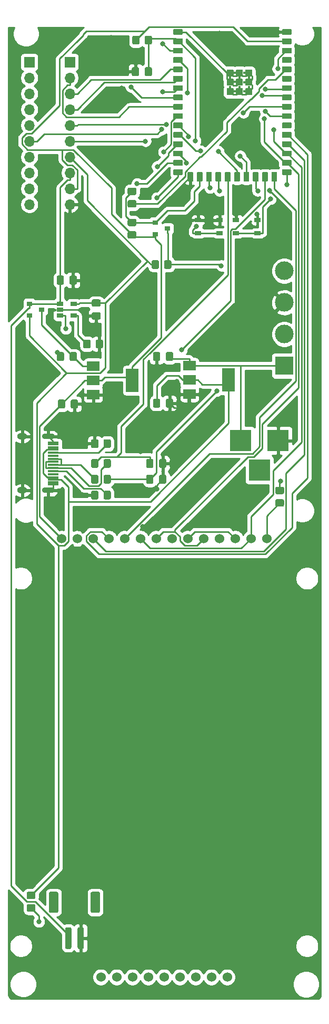
<source format=gbr>
%TF.GenerationSoftware,KiCad,Pcbnew,(5.1.12)-1*%
%TF.CreationDate,2022-05-09T22:55:39+02:00*%
%TF.ProjectId,BTCPOS,42544350-4f53-42e6-9b69-6361645f7063,rev?*%
%TF.SameCoordinates,Original*%
%TF.FileFunction,Copper,L2,Bot*%
%TF.FilePolarity,Positive*%
%FSLAX46Y46*%
G04 Gerber Fmt 4.6, Leading zero omitted, Abs format (unit mm)*
G04 Created by KiCad (PCBNEW (5.1.12)-1) date 2022-05-09 22:55:39*
%MOMM*%
%LPD*%
G01*
G04 APERTURE LIST*
%TA.AperFunction,ComponentPad*%
%ADD10O,1.600000X1.000000*%
%TD*%
%TA.AperFunction,ComponentPad*%
%ADD11O,2.100000X0.900000*%
%TD*%
%TA.AperFunction,SMDPad,CuDef*%
%ADD12R,1.750000X0.300000*%
%TD*%
%TA.AperFunction,SMDPad,CuDef*%
%ADD13R,1.050000X0.650000*%
%TD*%
%TA.AperFunction,SMDPad,CuDef*%
%ADD14R,2.000000X3.800000*%
%TD*%
%TA.AperFunction,SMDPad,CuDef*%
%ADD15R,2.000000X1.500000*%
%TD*%
%TA.AperFunction,ComponentPad*%
%ADD16C,0.400000*%
%TD*%
%TA.AperFunction,ComponentPad*%
%ADD17C,1.524000*%
%TD*%
%TA.AperFunction,SMDPad,CuDef*%
%ADD18R,0.900000X0.800000*%
%TD*%
%TA.AperFunction,ComponentPad*%
%ADD19R,1.700000X1.700000*%
%TD*%
%TA.AperFunction,ComponentPad*%
%ADD20O,1.700000X1.700000*%
%TD*%
%TA.AperFunction,ComponentPad*%
%ADD21C,3.000000*%
%TD*%
%TA.AperFunction,ComponentPad*%
%ADD22R,3.000000X3.000000*%
%TD*%
%TA.AperFunction,ComponentPad*%
%ADD23R,3.500000X3.500000*%
%TD*%
%TA.AperFunction,SMDPad,CuDef*%
%ADD24R,1.060000X0.650000*%
%TD*%
%TA.AperFunction,ViaPad*%
%ADD25C,0.800000*%
%TD*%
%TA.AperFunction,Conductor*%
%ADD26C,0.250000*%
%TD*%
%TA.AperFunction,Conductor*%
%ADD27C,0.254000*%
%TD*%
%TA.AperFunction,Conductor*%
%ADD28C,0.100000*%
%TD*%
G04 APERTURE END LIST*
%TO.P,C101,2*%
%TO.N,Net-(C101-Pad2)*%
%TA.AperFunction,SMDPad,CuDef*%
G36*
G01*
X68628000Y-79215000D02*
X68628000Y-78265000D01*
G75*
G02*
X68878000Y-78015000I250000J0D01*
G01*
X69553000Y-78015000D01*
G75*
G02*
X69803000Y-78265000I0J-250000D01*
G01*
X69803000Y-79215000D01*
G75*
G02*
X69553000Y-79465000I-250000J0D01*
G01*
X68878000Y-79465000D01*
G75*
G02*
X68628000Y-79215000I0J250000D01*
G01*
G37*
%TD.AperFunction*%
%TO.P,C101,1*%
%TO.N,GND*%
%TA.AperFunction,SMDPad,CuDef*%
G36*
G01*
X66553000Y-79215000D02*
X66553000Y-78265000D01*
G75*
G02*
X66803000Y-78015000I250000J0D01*
G01*
X67478000Y-78015000D01*
G75*
G02*
X67728000Y-78265000I0J-250000D01*
G01*
X67728000Y-79215000D01*
G75*
G02*
X67478000Y-79465000I-250000J0D01*
G01*
X66803000Y-79465000D01*
G75*
G02*
X66553000Y-79215000I0J250000D01*
G01*
G37*
%TD.AperFunction*%
%TD*%
%TO.P,C102,1*%
%TO.N,GND*%
%TA.AperFunction,SMDPad,CuDef*%
G36*
G01*
X69973000Y-85885000D02*
X69973000Y-86835000D01*
G75*
G02*
X69723000Y-87085000I-250000J0D01*
G01*
X69048000Y-87085000D01*
G75*
G02*
X68798000Y-86835000I0J250000D01*
G01*
X68798000Y-85885000D01*
G75*
G02*
X69048000Y-85635000I250000J0D01*
G01*
X69723000Y-85635000D01*
G75*
G02*
X69973000Y-85885000I0J-250000D01*
G01*
G37*
%TD.AperFunction*%
%TO.P,C102,2*%
%TO.N,+3V3*%
%TA.AperFunction,SMDPad,CuDef*%
G36*
G01*
X67898000Y-85885000D02*
X67898000Y-86835000D01*
G75*
G02*
X67648000Y-87085000I-250000J0D01*
G01*
X66973000Y-87085000D01*
G75*
G02*
X66723000Y-86835000I0J250000D01*
G01*
X66723000Y-85885000D01*
G75*
G02*
X66973000Y-85635000I250000J0D01*
G01*
X67648000Y-85635000D01*
G75*
G02*
X67898000Y-85885000I0J-250000D01*
G01*
G37*
%TD.AperFunction*%
%TD*%
%TO.P,C103,1*%
%TO.N,GND*%
%TA.AperFunction,SMDPad,CuDef*%
G36*
G01*
X78617000Y-33495000D02*
X78617000Y-32545000D01*
G75*
G02*
X78867000Y-32295000I250000J0D01*
G01*
X79542000Y-32295000D01*
G75*
G02*
X79792000Y-32545000I0J-250000D01*
G01*
X79792000Y-33495000D01*
G75*
G02*
X79542000Y-33745000I-250000J0D01*
G01*
X78867000Y-33745000D01*
G75*
G02*
X78617000Y-33495000I0J250000D01*
G01*
G37*
%TD.AperFunction*%
%TO.P,C103,2*%
%TO.N,/EN*%
%TA.AperFunction,SMDPad,CuDef*%
G36*
G01*
X80692000Y-33495000D02*
X80692000Y-32545000D01*
G75*
G02*
X80942000Y-32295000I250000J0D01*
G01*
X81617000Y-32295000D01*
G75*
G02*
X81867000Y-32545000I0J-250000D01*
G01*
X81867000Y-33495000D01*
G75*
G02*
X81617000Y-33745000I-250000J0D01*
G01*
X80942000Y-33745000D01*
G75*
G02*
X80692000Y-33495000I0J250000D01*
G01*
G37*
%TD.AperFunction*%
%TD*%
%TO.P,C104,2*%
%TO.N,GND*%
%TA.AperFunction,SMDPad,CuDef*%
G36*
G01*
X83000000Y-98900000D02*
X83000000Y-97950000D01*
G75*
G02*
X83250000Y-97700000I250000J0D01*
G01*
X83925000Y-97700000D01*
G75*
G02*
X84175000Y-97950000I0J-250000D01*
G01*
X84175000Y-98900000D01*
G75*
G02*
X83925000Y-99150000I-250000J0D01*
G01*
X83250000Y-99150000D01*
G75*
G02*
X83000000Y-98900000I0J250000D01*
G01*
G37*
%TD.AperFunction*%
%TO.P,C104,1*%
%TO.N,/D+*%
%TA.AperFunction,SMDPad,CuDef*%
G36*
G01*
X80925000Y-98900000D02*
X80925000Y-97950000D01*
G75*
G02*
X81175000Y-97700000I250000J0D01*
G01*
X81850000Y-97700000D01*
G75*
G02*
X82100000Y-97950000I0J-250000D01*
G01*
X82100000Y-98900000D01*
G75*
G02*
X81850000Y-99150000I-250000J0D01*
G01*
X81175000Y-99150000D01*
G75*
G02*
X80925000Y-98900000I0J250000D01*
G01*
G37*
%TD.AperFunction*%
%TD*%
%TO.P,C105,1*%
%TO.N,GND*%
%TA.AperFunction,SMDPad,CuDef*%
G36*
G01*
X84175000Y-95410000D02*
X84175000Y-96360000D01*
G75*
G02*
X83925000Y-96610000I-250000J0D01*
G01*
X83250000Y-96610000D01*
G75*
G02*
X83000000Y-96360000I0J250000D01*
G01*
X83000000Y-95410000D01*
G75*
G02*
X83250000Y-95160000I250000J0D01*
G01*
X83925000Y-95160000D01*
G75*
G02*
X84175000Y-95410000I0J-250000D01*
G01*
G37*
%TD.AperFunction*%
%TO.P,C105,2*%
%TO.N,/D-*%
%TA.AperFunction,SMDPad,CuDef*%
G36*
G01*
X82100000Y-95410000D02*
X82100000Y-96360000D01*
G75*
G02*
X81850000Y-96610000I-250000J0D01*
G01*
X81175000Y-96610000D01*
G75*
G02*
X80925000Y-96360000I0J250000D01*
G01*
X80925000Y-95410000D01*
G75*
G02*
X81175000Y-95160000I250000J0D01*
G01*
X81850000Y-95160000D01*
G75*
G02*
X82100000Y-95410000I0J-250000D01*
G01*
G37*
%TD.AperFunction*%
%TD*%
D10*
%TO.P,J101,S1*%
%TO.N,GND*%
X60995000Y-100205000D03*
X60995000Y-91565000D03*
D11*
X65175000Y-100205000D03*
X65175000Y-91565000D03*
D12*
%TO.P,J101,A7*%
%TO.N,Net-(J101-PadA7)*%
X66015000Y-95635000D03*
%TO.P,J101,B6*%
%TO.N,Net-(J101-PadA6)*%
X66015000Y-95135000D03*
%TO.P,J101,A8*%
%TO.N,N/C*%
X66015000Y-94635000D03*
%TO.P,J101,B5*%
%TO.N,Net-(J101-PadB5)*%
X66015000Y-94135000D03*
%TO.P,J101,B7*%
%TO.N,Net-(J101-PadA7)*%
X66015000Y-96635000D03*
%TO.P,J101,B8*%
%TO.N,N/C*%
X66015000Y-97635000D03*
%TO.P,J101,A5*%
%TO.N,Net-(J101-PadA5)*%
X66015000Y-97135000D03*
%TO.P,J101,A6*%
%TO.N,Net-(J101-PadA6)*%
X66015000Y-96135000D03*
%TO.P,J101,A1*%
%TO.N,GND*%
X66015000Y-99235000D03*
%TO.P,J101,B12*%
X66015000Y-98935000D03*
%TO.P,J101,A4*%
%TO.N,/VUSB*%
X66015000Y-98435000D03*
%TO.P,J101,B9*%
X66015000Y-98135000D03*
%TO.P,J101,A9*%
X66015000Y-93335000D03*
%TO.P,J101,B4*%
X66015000Y-93635000D03*
%TO.P,J101,B1*%
%TO.N,GND*%
X66015000Y-92835000D03*
%TO.P,J101,A12*%
X66015000Y-92535000D03*
%TD*%
%TO.P,R101,2*%
%TO.N,Net-(J101-PadA6)*%
%TA.AperFunction,SMDPad,CuDef*%
G36*
G01*
X73260000Y-97974999D02*
X73260000Y-98875001D01*
G75*
G02*
X73010001Y-99125000I-249999J0D01*
G01*
X72309999Y-99125000D01*
G75*
G02*
X72060000Y-98875001I0J249999D01*
G01*
X72060000Y-97974999D01*
G75*
G02*
X72309999Y-97725000I249999J0D01*
G01*
X73010001Y-97725000D01*
G75*
G02*
X73260000Y-97974999I0J-249999D01*
G01*
G37*
%TD.AperFunction*%
%TO.P,R101,1*%
%TO.N,/D+*%
%TA.AperFunction,SMDPad,CuDef*%
G36*
G01*
X75260000Y-97974999D02*
X75260000Y-98875001D01*
G75*
G02*
X75010001Y-99125000I-249999J0D01*
G01*
X74309999Y-99125000D01*
G75*
G02*
X74060000Y-98875001I0J249999D01*
G01*
X74060000Y-97974999D01*
G75*
G02*
X74309999Y-97725000I249999J0D01*
G01*
X75010001Y-97725000D01*
G75*
G02*
X75260000Y-97974999I0J-249999D01*
G01*
G37*
%TD.AperFunction*%
%TD*%
%TO.P,R102,1*%
%TO.N,/D-*%
%TA.AperFunction,SMDPad,CuDef*%
G36*
G01*
X72060000Y-96335001D02*
X72060000Y-95434999D01*
G75*
G02*
X72309999Y-95185000I249999J0D01*
G01*
X73010001Y-95185000D01*
G75*
G02*
X73260000Y-95434999I0J-249999D01*
G01*
X73260000Y-96335001D01*
G75*
G02*
X73010001Y-96585000I-249999J0D01*
G01*
X72309999Y-96585000D01*
G75*
G02*
X72060000Y-96335001I0J249999D01*
G01*
G37*
%TD.AperFunction*%
%TO.P,R102,2*%
%TO.N,Net-(J101-PadA7)*%
%TA.AperFunction,SMDPad,CuDef*%
G36*
G01*
X74060000Y-96335001D02*
X74060000Y-95434999D01*
G75*
G02*
X74309999Y-95185000I249999J0D01*
G01*
X75010001Y-95185000D01*
G75*
G02*
X75260000Y-95434999I0J-249999D01*
G01*
X75260000Y-96335001D01*
G75*
G02*
X75010001Y-96585000I-249999J0D01*
G01*
X74309999Y-96585000D01*
G75*
G02*
X74060000Y-96335001I0J249999D01*
G01*
G37*
%TD.AperFunction*%
%TD*%
%TO.P,R103,1*%
%TO.N,Net-(J101-PadA5)*%
%TA.AperFunction,SMDPad,CuDef*%
G36*
G01*
X75260000Y-100514999D02*
X75260000Y-101415001D01*
G75*
G02*
X75010001Y-101665000I-249999J0D01*
G01*
X74309999Y-101665000D01*
G75*
G02*
X74060000Y-101415001I0J249999D01*
G01*
X74060000Y-100514999D01*
G75*
G02*
X74309999Y-100265000I249999J0D01*
G01*
X75010001Y-100265000D01*
G75*
G02*
X75260000Y-100514999I0J-249999D01*
G01*
G37*
%TD.AperFunction*%
%TO.P,R103,2*%
%TO.N,GND*%
%TA.AperFunction,SMDPad,CuDef*%
G36*
G01*
X73260000Y-100514999D02*
X73260000Y-101415001D01*
G75*
G02*
X73010001Y-101665000I-249999J0D01*
G01*
X72309999Y-101665000D01*
G75*
G02*
X72060000Y-101415001I0J249999D01*
G01*
X72060000Y-100514999D01*
G75*
G02*
X72309999Y-100265000I249999J0D01*
G01*
X73010001Y-100265000D01*
G75*
G02*
X73260000Y-100514999I0J-249999D01*
G01*
G37*
%TD.AperFunction*%
%TD*%
%TO.P,R104,2*%
%TO.N,GND*%
%TA.AperFunction,SMDPad,CuDef*%
G36*
G01*
X73260000Y-92259999D02*
X73260000Y-93160001D01*
G75*
G02*
X73010001Y-93410000I-249999J0D01*
G01*
X72309999Y-93410000D01*
G75*
G02*
X72060000Y-93160001I0J249999D01*
G01*
X72060000Y-92259999D01*
G75*
G02*
X72309999Y-92010000I249999J0D01*
G01*
X73010001Y-92010000D01*
G75*
G02*
X73260000Y-92259999I0J-249999D01*
G01*
G37*
%TD.AperFunction*%
%TO.P,R104,1*%
%TO.N,Net-(J101-PadB5)*%
%TA.AperFunction,SMDPad,CuDef*%
G36*
G01*
X75260000Y-92259999D02*
X75260000Y-93160001D01*
G75*
G02*
X75010001Y-93410000I-249999J0D01*
G01*
X74309999Y-93410000D01*
G75*
G02*
X74060000Y-93160001I0J249999D01*
G01*
X74060000Y-92259999D01*
G75*
G02*
X74309999Y-92010000I249999J0D01*
G01*
X75010001Y-92010000D01*
G75*
G02*
X75260000Y-92259999I0J-249999D01*
G01*
G37*
%TD.AperFunction*%
%TD*%
%TO.P,R105,1*%
%TO.N,+3V3*%
%TA.AperFunction,SMDPad,CuDef*%
G36*
G01*
X78680000Y-28390001D02*
X78680000Y-27489999D01*
G75*
G02*
X78929999Y-27240000I249999J0D01*
G01*
X79630001Y-27240000D01*
G75*
G02*
X79880000Y-27489999I0J-249999D01*
G01*
X79880000Y-28390001D01*
G75*
G02*
X79630001Y-28640000I-249999J0D01*
G01*
X78929999Y-28640000D01*
G75*
G02*
X78680000Y-28390001I0J249999D01*
G01*
G37*
%TD.AperFunction*%
%TO.P,R105,2*%
%TO.N,/EN*%
%TA.AperFunction,SMDPad,CuDef*%
G36*
G01*
X80680000Y-28390001D02*
X80680000Y-27489999D01*
G75*
G02*
X80929999Y-27240000I249999J0D01*
G01*
X81630001Y-27240000D01*
G75*
G02*
X81880000Y-27489999I0J-249999D01*
G01*
X81880000Y-28390001D01*
G75*
G02*
X81630001Y-28640000I-249999J0D01*
G01*
X80929999Y-28640000D01*
G75*
G02*
X80680000Y-28390001I0J249999D01*
G01*
G37*
%TD.AperFunction*%
%TD*%
D13*
%TO.P,SW101,1*%
%TO.N,/EN*%
X89265000Y-58936500D03*
X92730000Y-58936500D03*
%TO.P,SW101,2*%
%TO.N,GND*%
X89265000Y-56836500D03*
X92730000Y-56836500D03*
%TD*%
%TO.P,SW102,2*%
%TO.N,GND*%
X98850000Y-56836500D03*
X95385000Y-56836500D03*
%TO.P,SW102,1*%
%TO.N,/IO0*%
X98850000Y-58936500D03*
X95385000Y-58936500D03*
%TD*%
D14*
%TO.P,U101,2*%
%TO.N,+3V3*%
X78715000Y-82550000D03*
D15*
X72415000Y-82550000D03*
%TO.P,U101,3*%
%TO.N,Net-(C101-Pad2)*%
X72415000Y-80250000D03*
%TO.P,U101,1*%
%TO.N,GND*%
X72415000Y-84850000D03*
%TD*%
%TO.P,U103,1*%
%TO.N,GND*%
%TA.AperFunction,SMDPad,CuDef*%
G36*
G01*
X104292000Y-26265100D02*
X104292000Y-27022900D01*
G75*
G02*
X104220900Y-27094000I-71100J0D01*
G01*
X102863100Y-27094000D01*
G75*
G02*
X102792000Y-27022900I0J71100D01*
G01*
X102792000Y-26265100D01*
G75*
G02*
X102863100Y-26194000I71100J0D01*
G01*
X104220900Y-26194000D01*
G75*
G02*
X104292000Y-26265100I0J-71100D01*
G01*
G37*
%TD.AperFunction*%
%TO.P,U103,2*%
%TO.N,+3V3*%
%TA.AperFunction,SMDPad,CuDef*%
G36*
G01*
X104292000Y-27765100D02*
X104292000Y-28522900D01*
G75*
G02*
X104220900Y-28594000I-71100J0D01*
G01*
X102863100Y-28594000D01*
G75*
G02*
X102792000Y-28522900I0J71100D01*
G01*
X102792000Y-27765100D01*
G75*
G02*
X102863100Y-27694000I71100J0D01*
G01*
X104220900Y-27694000D01*
G75*
G02*
X104292000Y-27765100I0J-71100D01*
G01*
G37*
%TD.AperFunction*%
%TO.P,U103,3*%
%TO.N,/IO0*%
%TA.AperFunction,SMDPad,CuDef*%
G36*
G01*
X104292000Y-29265100D02*
X104292000Y-30022900D01*
G75*
G02*
X104220900Y-30094000I-71100J0D01*
G01*
X102863100Y-30094000D01*
G75*
G02*
X102792000Y-30022900I0J71100D01*
G01*
X102792000Y-29265100D01*
G75*
G02*
X102863100Y-29194000I71100J0D01*
G01*
X104220900Y-29194000D01*
G75*
G02*
X104292000Y-29265100I0J-71100D01*
G01*
G37*
%TD.AperFunction*%
%TO.P,U103,4*%
%TO.N,N/C*%
%TA.AperFunction,SMDPad,CuDef*%
G36*
G01*
X104292000Y-30765100D02*
X104292000Y-31522900D01*
G75*
G02*
X104220900Y-31594000I-71100J0D01*
G01*
X102863100Y-31594000D01*
G75*
G02*
X102792000Y-31522900I0J71100D01*
G01*
X102792000Y-30765100D01*
G75*
G02*
X102863100Y-30694000I71100J0D01*
G01*
X104220900Y-30694000D01*
G75*
G02*
X104292000Y-30765100I0J-71100D01*
G01*
G37*
%TD.AperFunction*%
%TO.P,U103,5*%
%TO.N,Net-(R111-Pad1)*%
%TA.AperFunction,SMDPad,CuDef*%
G36*
G01*
X104292000Y-32265100D02*
X104292000Y-33022900D01*
G75*
G02*
X104220900Y-33094000I-71100J0D01*
G01*
X102863100Y-33094000D01*
G75*
G02*
X102792000Y-33022900I0J71100D01*
G01*
X102792000Y-32265100D01*
G75*
G02*
X102863100Y-32194000I71100J0D01*
G01*
X104220900Y-32194000D01*
G75*
G02*
X104292000Y-32265100I0J-71100D01*
G01*
G37*
%TD.AperFunction*%
%TO.P,U103,6*%
%TO.N,N/C*%
%TA.AperFunction,SMDPad,CuDef*%
G36*
G01*
X104292000Y-33765100D02*
X104292000Y-34522900D01*
G75*
G02*
X104220900Y-34594000I-71100J0D01*
G01*
X102863100Y-34594000D01*
G75*
G02*
X102792000Y-34522900I0J71100D01*
G01*
X102792000Y-33765100D01*
G75*
G02*
X102863100Y-33694000I71100J0D01*
G01*
X104220900Y-33694000D01*
G75*
G02*
X104292000Y-33765100I0J-71100D01*
G01*
G37*
%TD.AperFunction*%
%TO.P,U103,7*%
%TO.N,/IO4*%
%TA.AperFunction,SMDPad,CuDef*%
G36*
G01*
X104292000Y-35265100D02*
X104292000Y-36022900D01*
G75*
G02*
X104220900Y-36094000I-71100J0D01*
G01*
X102863100Y-36094000D01*
G75*
G02*
X102792000Y-36022900I0J71100D01*
G01*
X102792000Y-35265100D01*
G75*
G02*
X102863100Y-35194000I71100J0D01*
G01*
X104220900Y-35194000D01*
G75*
G02*
X104292000Y-35265100I0J-71100D01*
G01*
G37*
%TD.AperFunction*%
%TO.P,U103,8*%
%TO.N,/IO5*%
%TA.AperFunction,SMDPad,CuDef*%
G36*
G01*
X104292000Y-36765100D02*
X104292000Y-37522900D01*
G75*
G02*
X104220900Y-37594000I-71100J0D01*
G01*
X102863100Y-37594000D01*
G75*
G02*
X102792000Y-37522900I0J71100D01*
G01*
X102792000Y-36765100D01*
G75*
G02*
X102863100Y-36694000I71100J0D01*
G01*
X104220900Y-36694000D01*
G75*
G02*
X104292000Y-36765100I0J-71100D01*
G01*
G37*
%TD.AperFunction*%
%TO.P,U103,9*%
%TO.N,/IO6*%
%TA.AperFunction,SMDPad,CuDef*%
G36*
G01*
X104292000Y-38265100D02*
X104292000Y-39022900D01*
G75*
G02*
X104220900Y-39094000I-71100J0D01*
G01*
X102863100Y-39094000D01*
G75*
G02*
X102792000Y-39022900I0J71100D01*
G01*
X102792000Y-38265100D01*
G75*
G02*
X102863100Y-38194000I71100J0D01*
G01*
X104220900Y-38194000D01*
G75*
G02*
X104292000Y-38265100I0J-71100D01*
G01*
G37*
%TD.AperFunction*%
%TO.P,U103,10*%
%TO.N,/IO7*%
%TA.AperFunction,SMDPad,CuDef*%
G36*
G01*
X104292000Y-39765100D02*
X104292000Y-40522900D01*
G75*
G02*
X104220900Y-40594000I-71100J0D01*
G01*
X102863100Y-40594000D01*
G75*
G02*
X102792000Y-40522900I0J71100D01*
G01*
X102792000Y-39765100D01*
G75*
G02*
X102863100Y-39694000I71100J0D01*
G01*
X104220900Y-39694000D01*
G75*
G02*
X104292000Y-39765100I0J-71100D01*
G01*
G37*
%TD.AperFunction*%
%TO.P,U103,11*%
%TO.N,N/C*%
%TA.AperFunction,SMDPad,CuDef*%
G36*
G01*
X104292000Y-41265100D02*
X104292000Y-42022900D01*
G75*
G02*
X104220900Y-42094000I-71100J0D01*
G01*
X102863100Y-42094000D01*
G75*
G02*
X102792000Y-42022900I0J71100D01*
G01*
X102792000Y-41265100D01*
G75*
G02*
X102863100Y-41194000I71100J0D01*
G01*
X104220900Y-41194000D01*
G75*
G02*
X104292000Y-41265100I0J-71100D01*
G01*
G37*
%TD.AperFunction*%
%TO.P,U103,12*%
%TO.N,/RESET*%
%TA.AperFunction,SMDPad,CuDef*%
G36*
G01*
X104292000Y-42765100D02*
X104292000Y-43522900D01*
G75*
G02*
X104220900Y-43594000I-71100J0D01*
G01*
X102863100Y-43594000D01*
G75*
G02*
X102792000Y-43522900I0J71100D01*
G01*
X102792000Y-42765100D01*
G75*
G02*
X102863100Y-42694000I71100J0D01*
G01*
X104220900Y-42694000D01*
G75*
G02*
X104292000Y-42765100I0J-71100D01*
G01*
G37*
%TD.AperFunction*%
%TO.P,U103,13*%
%TO.N,/CS*%
%TA.AperFunction,SMDPad,CuDef*%
G36*
G01*
X104292000Y-44265100D02*
X104292000Y-45022900D01*
G75*
G02*
X104220900Y-45094000I-71100J0D01*
G01*
X102863100Y-45094000D01*
G75*
G02*
X102792000Y-45022900I0J71100D01*
G01*
X102792000Y-44265100D01*
G75*
G02*
X102863100Y-44194000I71100J0D01*
G01*
X104220900Y-44194000D01*
G75*
G02*
X104292000Y-44265100I0J-71100D01*
G01*
G37*
%TD.AperFunction*%
%TO.P,U103,14*%
%TO.N,/MOSI*%
%TA.AperFunction,SMDPad,CuDef*%
G36*
G01*
X104292000Y-45765100D02*
X104292000Y-46522900D01*
G75*
G02*
X104220900Y-46594000I-71100J0D01*
G01*
X102863100Y-46594000D01*
G75*
G02*
X102792000Y-46522900I0J71100D01*
G01*
X102792000Y-45765100D01*
G75*
G02*
X102863100Y-45694000I71100J0D01*
G01*
X104220900Y-45694000D01*
G75*
G02*
X104292000Y-45765100I0J-71100D01*
G01*
G37*
%TD.AperFunction*%
%TO.P,U103,15*%
%TO.N,/CSK*%
%TA.AperFunction,SMDPad,CuDef*%
G36*
G01*
X104292000Y-47265100D02*
X104292000Y-48022900D01*
G75*
G02*
X104220900Y-48094000I-71100J0D01*
G01*
X102863100Y-48094000D01*
G75*
G02*
X102792000Y-48022900I0J71100D01*
G01*
X102792000Y-47265100D01*
G75*
G02*
X102863100Y-47194000I71100J0D01*
G01*
X104220900Y-47194000D01*
G75*
G02*
X104292000Y-47265100I0J-71100D01*
G01*
G37*
%TD.AperFunction*%
%TO.P,U103,16*%
%TO.N,/MISO*%
%TA.AperFunction,SMDPad,CuDef*%
G36*
G01*
X104292000Y-48765100D02*
X104292000Y-49522900D01*
G75*
G02*
X104220900Y-49594000I-71100J0D01*
G01*
X102863100Y-49594000D01*
G75*
G02*
X102792000Y-49522900I0J71100D01*
G01*
X102792000Y-48765100D01*
G75*
G02*
X102863100Y-48694000I71100J0D01*
G01*
X104220900Y-48694000D01*
G75*
G02*
X104292000Y-48765100I0J-71100D01*
G01*
G37*
%TD.AperFunction*%
%TO.P,U103,17*%
%TO.N,/DC*%
%TA.AperFunction,SMDPad,CuDef*%
G36*
G01*
X101920900Y-50644000D02*
X101163100Y-50644000D01*
G75*
G02*
X101092000Y-50572900I0J71100D01*
G01*
X101092000Y-49215100D01*
G75*
G02*
X101163100Y-49144000I71100J0D01*
G01*
X101920900Y-49144000D01*
G75*
G02*
X101992000Y-49215100I0J-71100D01*
G01*
X101992000Y-50572900D01*
G75*
G02*
X101920900Y-50644000I-71100J0D01*
G01*
G37*
%TD.AperFunction*%
%TO.P,U103,18*%
%TO.N,/LED*%
%TA.AperFunction,SMDPad,CuDef*%
G36*
G01*
X100420900Y-50644000D02*
X99663100Y-50644000D01*
G75*
G02*
X99592000Y-50572900I0J71100D01*
G01*
X99592000Y-49215100D01*
G75*
G02*
X99663100Y-49144000I71100J0D01*
G01*
X100420900Y-49144000D01*
G75*
G02*
X100492000Y-49215100I0J-71100D01*
G01*
X100492000Y-50572900D01*
G75*
G02*
X100420900Y-50644000I-71100J0D01*
G01*
G37*
%TD.AperFunction*%
%TO.P,U103,19*%
%TO.N,/TIRQ*%
%TA.AperFunction,SMDPad,CuDef*%
G36*
G01*
X98920900Y-50644000D02*
X98163100Y-50644000D01*
G75*
G02*
X98092000Y-50572900I0J71100D01*
G01*
X98092000Y-49215100D01*
G75*
G02*
X98163100Y-49144000I71100J0D01*
G01*
X98920900Y-49144000D01*
G75*
G02*
X98992000Y-49215100I0J-71100D01*
G01*
X98992000Y-50572900D01*
G75*
G02*
X98920900Y-50644000I-71100J0D01*
G01*
G37*
%TD.AperFunction*%
%TO.P,U103,20*%
%TO.N,/TXD1*%
%TA.AperFunction,SMDPad,CuDef*%
G36*
G01*
X97420900Y-50644000D02*
X96663100Y-50644000D01*
G75*
G02*
X96592000Y-50572900I0J71100D01*
G01*
X96592000Y-49215100D01*
G75*
G02*
X96663100Y-49144000I71100J0D01*
G01*
X97420900Y-49144000D01*
G75*
G02*
X97492000Y-49215100I0J-71100D01*
G01*
X97492000Y-50572900D01*
G75*
G02*
X97420900Y-50644000I-71100J0D01*
G01*
G37*
%TD.AperFunction*%
%TO.P,U103,21*%
%TO.N,/RXD1*%
%TA.AperFunction,SMDPad,CuDef*%
G36*
G01*
X95920900Y-50644000D02*
X95163100Y-50644000D01*
G75*
G02*
X95092000Y-50572900I0J71100D01*
G01*
X95092000Y-49215100D01*
G75*
G02*
X95163100Y-49144000I71100J0D01*
G01*
X95920900Y-49144000D01*
G75*
G02*
X95992000Y-49215100I0J-71100D01*
G01*
X95992000Y-50572900D01*
G75*
G02*
X95920900Y-50644000I-71100J0D01*
G01*
G37*
%TD.AperFunction*%
%TO.P,U103,22*%
%TO.N,/D-*%
%TA.AperFunction,SMDPad,CuDef*%
G36*
G01*
X94420900Y-50644000D02*
X93663100Y-50644000D01*
G75*
G02*
X93592000Y-50572900I0J71100D01*
G01*
X93592000Y-49215100D01*
G75*
G02*
X93663100Y-49144000I71100J0D01*
G01*
X94420900Y-49144000D01*
G75*
G02*
X94492000Y-49215100I0J-71100D01*
G01*
X94492000Y-50572900D01*
G75*
G02*
X94420900Y-50644000I-71100J0D01*
G01*
G37*
%TD.AperFunction*%
%TO.P,U103,23*%
%TO.N,/D+*%
%TA.AperFunction,SMDPad,CuDef*%
G36*
G01*
X92920900Y-50644000D02*
X92163100Y-50644000D01*
G75*
G02*
X92092000Y-50572900I0J71100D01*
G01*
X92092000Y-49215100D01*
G75*
G02*
X92163100Y-49144000I71100J0D01*
G01*
X92920900Y-49144000D01*
G75*
G02*
X92992000Y-49215100I0J-71100D01*
G01*
X92992000Y-50572900D01*
G75*
G02*
X92920900Y-50644000I-71100J0D01*
G01*
G37*
%TD.AperFunction*%
%TO.P,U103,24*%
%TO.N,/TCS*%
%TA.AperFunction,SMDPad,CuDef*%
G36*
G01*
X91420900Y-50644000D02*
X90663100Y-50644000D01*
G75*
G02*
X90592000Y-50572900I0J71100D01*
G01*
X90592000Y-49215100D01*
G75*
G02*
X90663100Y-49144000I71100J0D01*
G01*
X91420900Y-49144000D01*
G75*
G02*
X91492000Y-49215100I0J-71100D01*
G01*
X91492000Y-50572900D01*
G75*
G02*
X91420900Y-50644000I-71100J0D01*
G01*
G37*
%TD.AperFunction*%
%TO.P,U103,25*%
%TO.N,/COINLV*%
%TA.AperFunction,SMDPad,CuDef*%
G36*
G01*
X89920900Y-50644000D02*
X89163100Y-50644000D01*
G75*
G02*
X89092000Y-50572900I0J71100D01*
G01*
X89092000Y-49215100D01*
G75*
G02*
X89163100Y-49144000I71100J0D01*
G01*
X89920900Y-49144000D01*
G75*
G02*
X89992000Y-49215100I0J-71100D01*
G01*
X89992000Y-50572900D01*
G75*
G02*
X89920900Y-50644000I-71100J0D01*
G01*
G37*
%TD.AperFunction*%
%TO.P,U103,26*%
%TO.N,GND*%
%TA.AperFunction,SMDPad,CuDef*%
G36*
G01*
X88420900Y-50644000D02*
X87663100Y-50644000D01*
G75*
G02*
X87592000Y-50572900I0J71100D01*
G01*
X87592000Y-49215100D01*
G75*
G02*
X87663100Y-49144000I71100J0D01*
G01*
X88420900Y-49144000D01*
G75*
G02*
X88492000Y-49215100I0J-71100D01*
G01*
X88492000Y-50572900D01*
G75*
G02*
X88420900Y-50644000I-71100J0D01*
G01*
G37*
%TD.AperFunction*%
%TO.P,U103,27*%
%TO.N,/COL1*%
%TA.AperFunction,SMDPad,CuDef*%
G36*
G01*
X85292000Y-49522900D02*
X85292000Y-48765100D01*
G75*
G02*
X85363100Y-48694000I71100J0D01*
G01*
X86720900Y-48694000D01*
G75*
G02*
X86792000Y-48765100I0J-71100D01*
G01*
X86792000Y-49522900D01*
G75*
G02*
X86720900Y-49594000I-71100J0D01*
G01*
X85363100Y-49594000D01*
G75*
G02*
X85292000Y-49522900I0J71100D01*
G01*
G37*
%TD.AperFunction*%
%TO.P,U103,28*%
%TO.N,/COL2*%
%TA.AperFunction,SMDPad,CuDef*%
G36*
G01*
X85292000Y-48022900D02*
X85292000Y-47265100D01*
G75*
G02*
X85363100Y-47194000I71100J0D01*
G01*
X86720900Y-47194000D01*
G75*
G02*
X86792000Y-47265100I0J-71100D01*
G01*
X86792000Y-48022900D01*
G75*
G02*
X86720900Y-48094000I-71100J0D01*
G01*
X85363100Y-48094000D01*
G75*
G02*
X85292000Y-48022900I0J71100D01*
G01*
G37*
%TD.AperFunction*%
%TO.P,U103,29*%
%TO.N,/COL3*%
%TA.AperFunction,SMDPad,CuDef*%
G36*
G01*
X85292000Y-46522900D02*
X85292000Y-45765100D01*
G75*
G02*
X85363100Y-45694000I71100J0D01*
G01*
X86720900Y-45694000D01*
G75*
G02*
X86792000Y-45765100I0J-71100D01*
G01*
X86792000Y-46522900D01*
G75*
G02*
X86720900Y-46594000I-71100J0D01*
G01*
X85363100Y-46594000D01*
G75*
G02*
X85292000Y-46522900I0J71100D01*
G01*
G37*
%TD.AperFunction*%
%TO.P,U103,30*%
%TO.N,/ROW1*%
%TA.AperFunction,SMDPad,CuDef*%
G36*
G01*
X85292000Y-45022900D02*
X85292000Y-44265100D01*
G75*
G02*
X85363100Y-44194000I71100J0D01*
G01*
X86720900Y-44194000D01*
G75*
G02*
X86792000Y-44265100I0J-71100D01*
G01*
X86792000Y-45022900D01*
G75*
G02*
X86720900Y-45094000I-71100J0D01*
G01*
X85363100Y-45094000D01*
G75*
G02*
X85292000Y-45022900I0J71100D01*
G01*
G37*
%TD.AperFunction*%
%TO.P,U103,31*%
%TO.N,/ROW2*%
%TA.AperFunction,SMDPad,CuDef*%
G36*
G01*
X85292000Y-43522900D02*
X85292000Y-42765100D01*
G75*
G02*
X85363100Y-42694000I71100J0D01*
G01*
X86720900Y-42694000D01*
G75*
G02*
X86792000Y-42765100I0J-71100D01*
G01*
X86792000Y-43522900D01*
G75*
G02*
X86720900Y-43594000I-71100J0D01*
G01*
X85363100Y-43594000D01*
G75*
G02*
X85292000Y-43522900I0J71100D01*
G01*
G37*
%TD.AperFunction*%
%TO.P,U103,32*%
%TO.N,/ROW3*%
%TA.AperFunction,SMDPad,CuDef*%
G36*
G01*
X85292000Y-42022900D02*
X85292000Y-41265100D01*
G75*
G02*
X85363100Y-41194000I71100J0D01*
G01*
X86720900Y-41194000D01*
G75*
G02*
X86792000Y-41265100I0J-71100D01*
G01*
X86792000Y-42022900D01*
G75*
G02*
X86720900Y-42094000I-71100J0D01*
G01*
X85363100Y-42094000D01*
G75*
G02*
X85292000Y-42022900I0J71100D01*
G01*
G37*
%TD.AperFunction*%
%TO.P,U103,33*%
%TO.N,/ROW4*%
%TA.AperFunction,SMDPad,CuDef*%
G36*
G01*
X85292000Y-40522900D02*
X85292000Y-39765100D01*
G75*
G02*
X85363100Y-39694000I71100J0D01*
G01*
X86720900Y-39694000D01*
G75*
G02*
X86792000Y-39765100I0J-71100D01*
G01*
X86792000Y-40522900D01*
G75*
G02*
X86720900Y-40594000I-71100J0D01*
G01*
X85363100Y-40594000D01*
G75*
G02*
X85292000Y-40522900I0J71100D01*
G01*
G37*
%TD.AperFunction*%
%TO.P,U103,34*%
%TO.N,/SCL*%
%TA.AperFunction,SMDPad,CuDef*%
G36*
G01*
X85292000Y-39022900D02*
X85292000Y-38265100D01*
G75*
G02*
X85363100Y-38194000I71100J0D01*
G01*
X86720900Y-38194000D01*
G75*
G02*
X86792000Y-38265100I0J-71100D01*
G01*
X86792000Y-39022900D01*
G75*
G02*
X86720900Y-39094000I-71100J0D01*
G01*
X85363100Y-39094000D01*
G75*
G02*
X85292000Y-39022900I0J71100D01*
G01*
G37*
%TD.AperFunction*%
%TO.P,U103,35*%
%TO.N,/SDA*%
%TA.AperFunction,SMDPad,CuDef*%
G36*
G01*
X85292000Y-37522900D02*
X85292000Y-36765100D01*
G75*
G02*
X85363100Y-36694000I71100J0D01*
G01*
X86720900Y-36694000D01*
G75*
G02*
X86792000Y-36765100I0J-71100D01*
G01*
X86792000Y-37522900D01*
G75*
G02*
X86720900Y-37594000I-71100J0D01*
G01*
X85363100Y-37594000D01*
G75*
G02*
X85292000Y-37522900I0J71100D01*
G01*
G37*
%TD.AperFunction*%
%TO.P,U103,36*%
%TO.N,/IO42*%
%TA.AperFunction,SMDPad,CuDef*%
G36*
G01*
X85292000Y-36022900D02*
X85292000Y-35265100D01*
G75*
G02*
X85363100Y-35194000I71100J0D01*
G01*
X86720900Y-35194000D01*
G75*
G02*
X86792000Y-35265100I0J-71100D01*
G01*
X86792000Y-36022900D01*
G75*
G02*
X86720900Y-36094000I-71100J0D01*
G01*
X85363100Y-36094000D01*
G75*
G02*
X85292000Y-36022900I0J71100D01*
G01*
G37*
%TD.AperFunction*%
%TO.P,U103,37*%
%TO.N,/TXD0*%
%TA.AperFunction,SMDPad,CuDef*%
G36*
G01*
X85292000Y-34522900D02*
X85292000Y-33765100D01*
G75*
G02*
X85363100Y-33694000I71100J0D01*
G01*
X86720900Y-33694000D01*
G75*
G02*
X86792000Y-33765100I0J-71100D01*
G01*
X86792000Y-34522900D01*
G75*
G02*
X86720900Y-34594000I-71100J0D01*
G01*
X85363100Y-34594000D01*
G75*
G02*
X85292000Y-34522900I0J71100D01*
G01*
G37*
%TD.AperFunction*%
%TO.P,U103,38*%
%TO.N,/RXD0*%
%TA.AperFunction,SMDPad,CuDef*%
G36*
G01*
X85292000Y-33022900D02*
X85292000Y-32265100D01*
G75*
G02*
X85363100Y-32194000I71100J0D01*
G01*
X86720900Y-32194000D01*
G75*
G02*
X86792000Y-32265100I0J-71100D01*
G01*
X86792000Y-33022900D01*
G75*
G02*
X86720900Y-33094000I-71100J0D01*
G01*
X85363100Y-33094000D01*
G75*
G02*
X85292000Y-33022900I0J71100D01*
G01*
G37*
%TD.AperFunction*%
%TO.P,U103,39*%
%TO.N,/IO45*%
%TA.AperFunction,SMDPad,CuDef*%
G36*
G01*
X85292000Y-31522900D02*
X85292000Y-30765100D01*
G75*
G02*
X85363100Y-30694000I71100J0D01*
G01*
X86720900Y-30694000D01*
G75*
G02*
X86792000Y-30765100I0J-71100D01*
G01*
X86792000Y-31522900D01*
G75*
G02*
X86720900Y-31594000I-71100J0D01*
G01*
X85363100Y-31594000D01*
G75*
G02*
X85292000Y-31522900I0J71100D01*
G01*
G37*
%TD.AperFunction*%
%TO.P,U103,40*%
%TO.N,/IO46*%
%TA.AperFunction,SMDPad,CuDef*%
G36*
G01*
X85292000Y-30022900D02*
X85292000Y-29265100D01*
G75*
G02*
X85363100Y-29194000I71100J0D01*
G01*
X86720900Y-29194000D01*
G75*
G02*
X86792000Y-29265100I0J-71100D01*
G01*
X86792000Y-30022900D01*
G75*
G02*
X86720900Y-30094000I-71100J0D01*
G01*
X85363100Y-30094000D01*
G75*
G02*
X85292000Y-30022900I0J71100D01*
G01*
G37*
%TD.AperFunction*%
%TO.P,U103,41*%
%TO.N,/EN*%
%TA.AperFunction,SMDPad,CuDef*%
G36*
G01*
X85292000Y-28522900D02*
X85292000Y-27765100D01*
G75*
G02*
X85363100Y-27694000I71100J0D01*
G01*
X86720900Y-27694000D01*
G75*
G02*
X86792000Y-27765100I0J-71100D01*
G01*
X86792000Y-28522900D01*
G75*
G02*
X86720900Y-28594000I-71100J0D01*
G01*
X85363100Y-28594000D01*
G75*
G02*
X85292000Y-28522900I0J71100D01*
G01*
G37*
%TD.AperFunction*%
%TO.P,U103,42*%
%TO.N,Net-(U103-Pad42)*%
%TA.AperFunction,SMDPad,CuDef*%
G36*
G01*
X85292000Y-27022900D02*
X85292000Y-26265100D01*
G75*
G02*
X85363100Y-26194000I71100J0D01*
G01*
X86720900Y-26194000D01*
G75*
G02*
X86792000Y-26265100I0J-71100D01*
G01*
X86792000Y-27022900D01*
G75*
G02*
X86720900Y-27094000I-71100J0D01*
G01*
X85363100Y-27094000D01*
G75*
G02*
X85292000Y-27022900I0J71100D01*
G01*
G37*
%TD.AperFunction*%
%TO.P,U103,43*%
%TA.AperFunction,SMDPad,CuDef*%
G36*
G01*
X96882000Y-33682100D02*
X96882000Y-32755900D01*
G75*
G02*
X96968900Y-32669000I86900J0D01*
G01*
X97895100Y-32669000D01*
G75*
G02*
X97982000Y-32755900I0J-86900D01*
G01*
X97982000Y-33682100D01*
G75*
G02*
X97895100Y-33769000I-86900J0D01*
G01*
X96968900Y-33769000D01*
G75*
G02*
X96882000Y-33682100I0J86900D01*
G01*
G37*
%TD.AperFunction*%
%TA.AperFunction,SMDPad,CuDef*%
G36*
G01*
X95382000Y-33682100D02*
X95382000Y-32755900D01*
G75*
G02*
X95468900Y-32669000I86900J0D01*
G01*
X96395100Y-32669000D01*
G75*
G02*
X96482000Y-32755900I0J-86900D01*
G01*
X96482000Y-33682100D01*
G75*
G02*
X96395100Y-33769000I-86900J0D01*
G01*
X95468900Y-33769000D01*
G75*
G02*
X95382000Y-33682100I0J86900D01*
G01*
G37*
%TD.AperFunction*%
%TA.AperFunction,SMDPad,CuDef*%
G36*
G01*
X93882000Y-33682100D02*
X93882000Y-32755900D01*
G75*
G02*
X93968900Y-32669000I86900J0D01*
G01*
X94895100Y-32669000D01*
G75*
G02*
X94982000Y-32755900I0J-86900D01*
G01*
X94982000Y-33682100D01*
G75*
G02*
X94895100Y-33769000I-86900J0D01*
G01*
X93968900Y-33769000D01*
G75*
G02*
X93882000Y-33682100I0J86900D01*
G01*
G37*
%TD.AperFunction*%
%TA.AperFunction,SMDPad,CuDef*%
G36*
G01*
X96882000Y-35182100D02*
X96882000Y-34255900D01*
G75*
G02*
X96968900Y-34169000I86900J0D01*
G01*
X97895100Y-34169000D01*
G75*
G02*
X97982000Y-34255900I0J-86900D01*
G01*
X97982000Y-35182100D01*
G75*
G02*
X97895100Y-35269000I-86900J0D01*
G01*
X96968900Y-35269000D01*
G75*
G02*
X96882000Y-35182100I0J86900D01*
G01*
G37*
%TD.AperFunction*%
%TA.AperFunction,SMDPad,CuDef*%
G36*
G01*
X95382000Y-35182100D02*
X95382000Y-34255900D01*
G75*
G02*
X95468900Y-34169000I86900J0D01*
G01*
X96395100Y-34169000D01*
G75*
G02*
X96482000Y-34255900I0J-86900D01*
G01*
X96482000Y-35182100D01*
G75*
G02*
X96395100Y-35269000I-86900J0D01*
G01*
X95468900Y-35269000D01*
G75*
G02*
X95382000Y-35182100I0J86900D01*
G01*
G37*
%TD.AperFunction*%
%TA.AperFunction,SMDPad,CuDef*%
G36*
G01*
X93882000Y-35182100D02*
X93882000Y-34255900D01*
G75*
G02*
X93968900Y-34169000I86900J0D01*
G01*
X94895100Y-34169000D01*
G75*
G02*
X94982000Y-34255900I0J-86900D01*
G01*
X94982000Y-35182100D01*
G75*
G02*
X94895100Y-35269000I-86900J0D01*
G01*
X93968900Y-35269000D01*
G75*
G02*
X93882000Y-35182100I0J86900D01*
G01*
G37*
%TD.AperFunction*%
%TA.AperFunction,SMDPad,CuDef*%
G36*
G01*
X96882000Y-36682100D02*
X96882000Y-35755900D01*
G75*
G02*
X96968900Y-35669000I86900J0D01*
G01*
X97895100Y-35669000D01*
G75*
G02*
X97982000Y-35755900I0J-86900D01*
G01*
X97982000Y-36682100D01*
G75*
G02*
X97895100Y-36769000I-86900J0D01*
G01*
X96968900Y-36769000D01*
G75*
G02*
X96882000Y-36682100I0J86900D01*
G01*
G37*
%TD.AperFunction*%
%TA.AperFunction,SMDPad,CuDef*%
G36*
G01*
X95382000Y-36682100D02*
X95382000Y-35755900D01*
G75*
G02*
X95468900Y-35669000I86900J0D01*
G01*
X96395100Y-35669000D01*
G75*
G02*
X96482000Y-35755900I0J-86900D01*
G01*
X96482000Y-36682100D01*
G75*
G02*
X96395100Y-36769000I-86900J0D01*
G01*
X95468900Y-36769000D01*
G75*
G02*
X95382000Y-36682100I0J86900D01*
G01*
G37*
%TD.AperFunction*%
%TA.AperFunction,SMDPad,CuDef*%
G36*
G01*
X93882000Y-36682100D02*
X93882000Y-35755900D01*
G75*
G02*
X93968900Y-35669000I86900J0D01*
G01*
X94895100Y-35669000D01*
G75*
G02*
X94982000Y-35755900I0J-86900D01*
G01*
X94982000Y-36682100D01*
G75*
G02*
X94895100Y-36769000I-86900J0D01*
G01*
X93968900Y-36769000D01*
G75*
G02*
X93882000Y-36682100I0J86900D01*
G01*
G37*
%TD.AperFunction*%
D16*
%TO.P,U103,*%
%TO.N,*%
X97442000Y-33977600D03*
X96680000Y-33164800D03*
X95156000Y-33164800D03*
X94444800Y-33977600D03*
X94444800Y-35450800D03*
X95206800Y-36162000D03*
X96680000Y-36162000D03*
X97442000Y-35450800D03*
X96680000Y-34688800D03*
X95156000Y-34638000D03*
X95918000Y-33977600D03*
X95968800Y-35450800D03*
%TD*%
D17*
%TO.P,U102,1*%
%TO.N,+3V3*%
X67310000Y-107950000D03*
%TO.P,U102,2*%
%TO.N,GND*%
X69850000Y-107950000D03*
%TO.P,U102,3*%
%TO.N,/CS*%
X72390000Y-107950000D03*
%TO.P,U102,4*%
%TO.N,/RESET*%
X74930000Y-107950000D03*
%TO.P,U102,5*%
%TO.N,/DC*%
X77470000Y-107950000D03*
%TO.P,U102,6*%
%TO.N,/MOSI*%
X80010000Y-107950000D03*
%TO.P,U102,7*%
%TO.N,/CSK*%
X82550000Y-107950000D03*
%TO.P,U102,8*%
%TO.N,/LED*%
X85090000Y-107950000D03*
%TO.P,U102,9*%
%TO.N,/MISO*%
X87630000Y-107950000D03*
%TO.P,U102,10*%
%TO.N,/CSK*%
X90170000Y-107950000D03*
%TO.P,U102,11*%
%TO.N,/TCS*%
X92710000Y-107950000D03*
%TO.P,U102,12*%
%TO.N,/MISO*%
X95250000Y-107950000D03*
%TO.P,U102,13*%
%TO.N,/MOSI*%
X97790000Y-107950000D03*
%TO.P,U102,14*%
%TO.N,Net-(R106-Pad1)*%
X100330000Y-107950000D03*
%TD*%
%TO.P,R106,1*%
%TO.N,Net-(R106-Pad1)*%
%TA.AperFunction,SMDPad,CuDef*%
G36*
G01*
X102850001Y-102820000D02*
X101949999Y-102820000D01*
G75*
G02*
X101700000Y-102570001I0J249999D01*
G01*
X101700000Y-101869999D01*
G75*
G02*
X101949999Y-101620000I249999J0D01*
G01*
X102850001Y-101620000D01*
G75*
G02*
X103100000Y-101869999I0J-249999D01*
G01*
X103100000Y-102570001D01*
G75*
G02*
X102850001Y-102820000I-249999J0D01*
G01*
G37*
%TD.AperFunction*%
%TO.P,R106,2*%
%TO.N,/TIRQ*%
%TA.AperFunction,SMDPad,CuDef*%
G36*
G01*
X102850001Y-100820000D02*
X101949999Y-100820000D01*
G75*
G02*
X101700000Y-100570001I0J249999D01*
G01*
X101700000Y-99869999D01*
G75*
G02*
X101949999Y-99620000I249999J0D01*
G01*
X102850001Y-99620000D01*
G75*
G02*
X103100000Y-99869999I0J-249999D01*
G01*
X103100000Y-100570001D01*
G75*
G02*
X102850001Y-100820000I-249999J0D01*
G01*
G37*
%TD.AperFunction*%
%TD*%
%TO.P,C106,1*%
%TO.N,GND*%
%TA.AperFunction,SMDPad,CuDef*%
G36*
G01*
X82025000Y-79195000D02*
X82025000Y-78245000D01*
G75*
G02*
X82275000Y-77995000I250000J0D01*
G01*
X82950000Y-77995000D01*
G75*
G02*
X83200000Y-78245000I0J-250000D01*
G01*
X83200000Y-79195000D01*
G75*
G02*
X82950000Y-79445000I-250000J0D01*
G01*
X82275000Y-79445000D01*
G75*
G02*
X82025000Y-79195000I0J250000D01*
G01*
G37*
%TD.AperFunction*%
%TO.P,C106,2*%
%TO.N,/DC12V*%
%TA.AperFunction,SMDPad,CuDef*%
G36*
G01*
X84100000Y-79195000D02*
X84100000Y-78245000D01*
G75*
G02*
X84350000Y-77995000I250000J0D01*
G01*
X85025000Y-77995000D01*
G75*
G02*
X85275000Y-78245000I0J-250000D01*
G01*
X85275000Y-79195000D01*
G75*
G02*
X85025000Y-79445000I-250000J0D01*
G01*
X84350000Y-79445000D01*
G75*
G02*
X84100000Y-79195000I0J250000D01*
G01*
G37*
%TD.AperFunction*%
%TD*%
%TO.P,C107,2*%
%TO.N,/VUSB*%
%TA.AperFunction,SMDPad,CuDef*%
G36*
G01*
X83200000Y-85745000D02*
X83200000Y-86695000D01*
G75*
G02*
X82950000Y-86945000I-250000J0D01*
G01*
X82275000Y-86945000D01*
G75*
G02*
X82025000Y-86695000I0J250000D01*
G01*
X82025000Y-85745000D01*
G75*
G02*
X82275000Y-85495000I250000J0D01*
G01*
X82950000Y-85495000D01*
G75*
G02*
X83200000Y-85745000I0J-250000D01*
G01*
G37*
%TD.AperFunction*%
%TO.P,C107,1*%
%TO.N,GND*%
%TA.AperFunction,SMDPad,CuDef*%
G36*
G01*
X85275000Y-85745000D02*
X85275000Y-86695000D01*
G75*
G02*
X85025000Y-86945000I-250000J0D01*
G01*
X84350000Y-86945000D01*
G75*
G02*
X84100000Y-86695000I0J250000D01*
G01*
X84100000Y-85745000D01*
G75*
G02*
X84350000Y-85495000I250000J0D01*
G01*
X85025000Y-85495000D01*
G75*
G02*
X85275000Y-85745000I0J-250000D01*
G01*
G37*
%TD.AperFunction*%
%TD*%
%TO.P,C108,1*%
%TO.N,/VUSB*%
%TA.AperFunction,SMDPad,CuDef*%
G36*
G01*
X72425000Y-69557500D02*
X73375000Y-69557500D01*
G75*
G02*
X73625000Y-69807500I0J-250000D01*
G01*
X73625000Y-70482500D01*
G75*
G02*
X73375000Y-70732500I-250000J0D01*
G01*
X72425000Y-70732500D01*
G75*
G02*
X72175000Y-70482500I0J250000D01*
G01*
X72175000Y-69807500D01*
G75*
G02*
X72425000Y-69557500I250000J0D01*
G01*
G37*
%TD.AperFunction*%
%TO.P,C108,2*%
%TO.N,GND*%
%TA.AperFunction,SMDPad,CuDef*%
G36*
G01*
X72425000Y-71632500D02*
X73375000Y-71632500D01*
G75*
G02*
X73625000Y-71882500I0J-250000D01*
G01*
X73625000Y-72557500D01*
G75*
G02*
X73375000Y-72807500I-250000J0D01*
G01*
X72425000Y-72807500D01*
G75*
G02*
X72175000Y-72557500I0J250000D01*
G01*
X72175000Y-71882500D01*
G75*
G02*
X72425000Y-71632500I250000J0D01*
G01*
G37*
%TD.AperFunction*%
%TD*%
%TO.P,C109,2*%
%TO.N,GND*%
%TA.AperFunction,SMDPad,CuDef*%
G36*
G01*
X68600000Y-66945000D02*
X68600000Y-65995000D01*
G75*
G02*
X68850000Y-65745000I250000J0D01*
G01*
X69525000Y-65745000D01*
G75*
G02*
X69775000Y-65995000I0J-250000D01*
G01*
X69775000Y-66945000D01*
G75*
G02*
X69525000Y-67195000I-250000J0D01*
G01*
X68850000Y-67195000D01*
G75*
G02*
X68600000Y-66945000I0J250000D01*
G01*
G37*
%TD.AperFunction*%
%TO.P,C109,1*%
%TO.N,/VBAT*%
%TA.AperFunction,SMDPad,CuDef*%
G36*
G01*
X66525000Y-66945000D02*
X66525000Y-65995000D01*
G75*
G02*
X66775000Y-65745000I250000J0D01*
G01*
X67450000Y-65745000D01*
G75*
G02*
X67700000Y-65995000I0J-250000D01*
G01*
X67700000Y-66945000D01*
G75*
G02*
X67450000Y-67195000I-250000J0D01*
G01*
X66775000Y-67195000D01*
G75*
G02*
X66525000Y-66945000I0J250000D01*
G01*
G37*
%TD.AperFunction*%
%TD*%
D18*
%TO.P,D101,3*%
%TO.N,Net-(C101-Pad2)*%
X64150000Y-71220000D03*
%TO.P,D101,2*%
%TO.N,/VBAT*%
X62150000Y-70270000D03*
%TO.P,D101,1*%
%TO.N,/VUSB*%
X62150000Y-72170000D03*
%TD*%
D19*
%TO.P,J102,1*%
%TO.N,/MISO*%
X62150000Y-31470000D03*
D20*
%TO.P,J102,2*%
%TO.N,/MOSI*%
X62150000Y-34010000D03*
%TO.P,J102,3*%
%TO.N,/CSK*%
X62150000Y-36550000D03*
%TO.P,J102,4*%
%TO.N,/IO4*%
X62150000Y-39090000D03*
%TO.P,J102,5*%
%TO.N,/IO5*%
X62150000Y-41630000D03*
%TO.P,J102,6*%
%TO.N,/IO6*%
X62150000Y-44170000D03*
%TO.P,J102,7*%
%TO.N,/IO7*%
X62150000Y-46710000D03*
%TO.P,J102,8*%
%TO.N,/IO42*%
X62150000Y-49250000D03*
%TO.P,J102,9*%
%TO.N,/IO45*%
X62150000Y-51790000D03*
%TO.P,J102,10*%
%TO.N,/IO46*%
X62150000Y-54330000D03*
%TD*%
D21*
%TO.P,J103,2*%
%TO.N,/COINHV*%
X103150000Y-75140000D03*
%TO.P,J103,3*%
%TO.N,GND*%
X103150000Y-70060000D03*
D22*
%TO.P,J103,1*%
%TO.N,/DC12V*%
X103150000Y-80220000D03*
D21*
%TO.P,J103,4*%
%TO.N,N/C*%
X103150000Y-64980000D03*
%TD*%
D23*
%TO.P,J104,3*%
%TO.N,N/C*%
X99150000Y-96920000D03*
%TO.P,J104,2*%
%TO.N,GND*%
X102150000Y-92220000D03*
%TO.P,J104,1*%
%TO.N,/DC12V*%
X96150000Y-92220000D03*
%TD*%
D20*
%TO.P,J105,10*%
%TO.N,GND*%
X68650000Y-54330000D03*
%TO.P,J105,9*%
%TO.N,+3V3*%
X68650000Y-51790000D03*
%TO.P,J105,8*%
%TO.N,/VBAT*%
X68650000Y-49250000D03*
%TO.P,J105,7*%
%TO.N,/VUSB*%
X68650000Y-46710000D03*
%TO.P,J105,6*%
%TO.N,/TXD1*%
X68650000Y-44170000D03*
%TO.P,J105,5*%
%TO.N,/RXD1*%
X68650000Y-41630000D03*
%TO.P,J105,4*%
%TO.N,/TXD0*%
X68650000Y-39090000D03*
%TO.P,J105,3*%
%TO.N,/RXD0*%
X68650000Y-36550000D03*
%TO.P,J105,2*%
%TO.N,/SCL*%
X68650000Y-34010000D03*
D19*
%TO.P,J105,1*%
%TO.N,/SDA*%
X68650000Y-31470000D03*
%TD*%
%TO.P,J106,1*%
%TO.N,/VBAT*%
%TA.AperFunction,SMDPad,CuDef*%
G36*
G01*
X67900000Y-173570000D02*
X67900000Y-170570000D01*
G75*
G02*
X68150000Y-170320000I250000J0D01*
G01*
X68650000Y-170320000D01*
G75*
G02*
X68900000Y-170570000I0J-250000D01*
G01*
X68900000Y-173570000D01*
G75*
G02*
X68650000Y-173820000I-250000J0D01*
G01*
X68150000Y-173820000D01*
G75*
G02*
X67900000Y-173570000I0J250000D01*
G01*
G37*
%TD.AperFunction*%
%TO.P,J106,2*%
%TO.N,GND*%
%TA.AperFunction,SMDPad,CuDef*%
G36*
G01*
X69900000Y-173570000D02*
X69900000Y-170570000D01*
G75*
G02*
X70150000Y-170320000I250000J0D01*
G01*
X70650000Y-170320000D01*
G75*
G02*
X70900000Y-170570000I0J-250000D01*
G01*
X70900000Y-173570000D01*
G75*
G02*
X70650000Y-173820000I-250000J0D01*
G01*
X70150000Y-173820000D01*
G75*
G02*
X69900000Y-173570000I0J250000D01*
G01*
G37*
%TD.AperFunction*%
%TO.P,J106,MP*%
%TO.N,N/C*%
%TA.AperFunction,SMDPad,CuDef*%
G36*
G01*
X65300000Y-167770000D02*
X65300000Y-164870000D01*
G75*
G02*
X65550000Y-164620000I250000J0D01*
G01*
X66550000Y-164620000D01*
G75*
G02*
X66800000Y-164870000I0J-250000D01*
G01*
X66800000Y-167770000D01*
G75*
G02*
X66550000Y-168020000I-250000J0D01*
G01*
X65550000Y-168020000D01*
G75*
G02*
X65300000Y-167770000I0J250000D01*
G01*
G37*
%TD.AperFunction*%
%TA.AperFunction,SMDPad,CuDef*%
G36*
G01*
X72000000Y-167770000D02*
X72000000Y-164870000D01*
G75*
G02*
X72250000Y-164620000I250000J0D01*
G01*
X73250000Y-164620000D01*
G75*
G02*
X73500000Y-164870000I0J-250000D01*
G01*
X73500000Y-167770000D01*
G75*
G02*
X73250000Y-168020000I-250000J0D01*
G01*
X72250000Y-168020000D01*
G75*
G02*
X72000000Y-167770000I0J250000D01*
G01*
G37*
%TD.AperFunction*%
%TD*%
D17*
%TO.P,KBD101,*%
%TO.N,*%
X93965000Y-178316800D03*
X73645000Y-178316800D03*
%TO.P,KBD101,7*%
%TO.N,/ROW2*%
X91425000Y-178316800D03*
%TO.P,KBD101,6*%
%TO.N,/ROW3*%
X88885000Y-178316800D03*
%TO.P,KBD101,5*%
%TO.N,/COL3*%
X86345000Y-178316800D03*
%TO.P,KBD101,4*%
%TO.N,/ROW4*%
X83805000Y-178316800D03*
%TO.P,KBD101,3*%
%TO.N,/COL1*%
X81265000Y-178316800D03*
%TO.P,KBD101,2*%
%TO.N,/ROW1*%
X78725000Y-178316800D03*
%TO.P,KBD101,1*%
%TO.N,/COL2*%
X76185000Y-178316800D03*
%TD*%
D18*
%TO.P,Q101,1*%
%TO.N,+3V3*%
X82375000Y-59145000D03*
%TO.P,Q101,2*%
%TO.N,/COINLV*%
X82375000Y-57245000D03*
%TO.P,Q101,3*%
%TO.N,/COINHV*%
X84375000Y-58195000D03*
%TD*%
%TO.P,R107,2*%
%TO.N,Net-(R107-Pad2)*%
%TA.AperFunction,SMDPad,CuDef*%
G36*
G01*
X72000000Y-76269999D02*
X72000000Y-77170001D01*
G75*
G02*
X71750001Y-77420000I-249999J0D01*
G01*
X71049999Y-77420000D01*
G75*
G02*
X70800000Y-77170001I0J249999D01*
G01*
X70800000Y-76269999D01*
G75*
G02*
X71049999Y-76020000I249999J0D01*
G01*
X71750001Y-76020000D01*
G75*
G02*
X72000000Y-76269999I0J-249999D01*
G01*
G37*
%TD.AperFunction*%
%TO.P,R107,1*%
%TO.N,GND*%
%TA.AperFunction,SMDPad,CuDef*%
G36*
G01*
X74000000Y-76269999D02*
X74000000Y-77170001D01*
G75*
G02*
X73750001Y-77420000I-249999J0D01*
G01*
X73049999Y-77420000D01*
G75*
G02*
X72800000Y-77170001I0J249999D01*
G01*
X72800000Y-76269999D01*
G75*
G02*
X73049999Y-76020000I249999J0D01*
G01*
X73750001Y-76020000D01*
G75*
G02*
X74000000Y-76269999I0J-249999D01*
G01*
G37*
%TD.AperFunction*%
%TD*%
%TO.P,R108,1*%
%TO.N,+3V3*%
%TA.AperFunction,SMDPad,CuDef*%
G36*
G01*
X79100001Y-59820000D02*
X78199999Y-59820000D01*
G75*
G02*
X77950000Y-59570001I0J249999D01*
G01*
X77950000Y-58869999D01*
G75*
G02*
X78199999Y-58620000I249999J0D01*
G01*
X79100001Y-58620000D01*
G75*
G02*
X79350000Y-58869999I0J-249999D01*
G01*
X79350000Y-59570001D01*
G75*
G02*
X79100001Y-59820000I-249999J0D01*
G01*
G37*
%TD.AperFunction*%
%TO.P,R108,2*%
%TO.N,/COINLV*%
%TA.AperFunction,SMDPad,CuDef*%
G36*
G01*
X79100001Y-57820000D02*
X78199999Y-57820000D01*
G75*
G02*
X77950000Y-57570001I0J249999D01*
G01*
X77950000Y-56869999D01*
G75*
G02*
X78199999Y-56620000I249999J0D01*
G01*
X79100001Y-56620000D01*
G75*
G02*
X79350000Y-56869999I0J-249999D01*
G01*
X79350000Y-57570001D01*
G75*
G02*
X79100001Y-57820000I-249999J0D01*
G01*
G37*
%TD.AperFunction*%
%TD*%
%TO.P,R109,1*%
%TO.N,/VUSB*%
%TA.AperFunction,SMDPad,CuDef*%
G36*
G01*
X81800000Y-64420001D02*
X81800000Y-63519999D01*
G75*
G02*
X82049999Y-63270000I249999J0D01*
G01*
X82750001Y-63270000D01*
G75*
G02*
X83000000Y-63519999I0J-249999D01*
G01*
X83000000Y-64420001D01*
G75*
G02*
X82750001Y-64670000I-249999J0D01*
G01*
X82049999Y-64670000D01*
G75*
G02*
X81800000Y-64420001I0J249999D01*
G01*
G37*
%TD.AperFunction*%
%TO.P,R109,2*%
%TO.N,/COINHV*%
%TA.AperFunction,SMDPad,CuDef*%
G36*
G01*
X83800000Y-64420001D02*
X83800000Y-63519999D01*
G75*
G02*
X84049999Y-63270000I249999J0D01*
G01*
X84750001Y-63270000D01*
G75*
G02*
X85000000Y-63519999I0J-249999D01*
G01*
X85000000Y-64420001D01*
G75*
G02*
X84750001Y-64670000I-249999J0D01*
G01*
X84049999Y-64670000D01*
G75*
G02*
X83800000Y-64420001I0J249999D01*
G01*
G37*
%TD.AperFunction*%
%TD*%
%TO.P,R110,1*%
%TO.N,/VUSB*%
%TA.AperFunction,SMDPad,CuDef*%
G36*
G01*
X61949999Y-164620000D02*
X62850001Y-164620000D01*
G75*
G02*
X63100000Y-164869999I0J-249999D01*
G01*
X63100000Y-165570001D01*
G75*
G02*
X62850001Y-165820000I-249999J0D01*
G01*
X61949999Y-165820000D01*
G75*
G02*
X61700000Y-165570001I0J249999D01*
G01*
X61700000Y-164869999D01*
G75*
G02*
X61949999Y-164620000I249999J0D01*
G01*
G37*
%TD.AperFunction*%
%TO.P,R110,2*%
%TO.N,Net-(D102-Pad2)*%
%TA.AperFunction,SMDPad,CuDef*%
G36*
G01*
X61949999Y-166620000D02*
X62850001Y-166620000D01*
G75*
G02*
X63100000Y-166869999I0J-249999D01*
G01*
X63100000Y-167570001D01*
G75*
G02*
X62850001Y-167820000I-249999J0D01*
G01*
X61949999Y-167820000D01*
G75*
G02*
X61700000Y-167570001I0J249999D01*
G01*
X61700000Y-166869999D01*
G75*
G02*
X61949999Y-166620000I249999J0D01*
G01*
G37*
%TD.AperFunction*%
%TD*%
%TO.P,R111,2*%
%TO.N,/COINLV*%
%TA.AperFunction,SMDPad,CuDef*%
G36*
G01*
X79100001Y-52820000D02*
X78199999Y-52820000D01*
G75*
G02*
X77950000Y-52570001I0J249999D01*
G01*
X77950000Y-51869999D01*
G75*
G02*
X78199999Y-51620000I249999J0D01*
G01*
X79100001Y-51620000D01*
G75*
G02*
X79350000Y-51869999I0J-249999D01*
G01*
X79350000Y-52570001D01*
G75*
G02*
X79100001Y-52820000I-249999J0D01*
G01*
G37*
%TD.AperFunction*%
%TO.P,R111,1*%
%TO.N,Net-(R111-Pad1)*%
%TA.AperFunction,SMDPad,CuDef*%
G36*
G01*
X79100001Y-54820000D02*
X78199999Y-54820000D01*
G75*
G02*
X77950000Y-54570001I0J249999D01*
G01*
X77950000Y-53869999D01*
G75*
G02*
X78199999Y-53620000I249999J0D01*
G01*
X79100001Y-53620000D01*
G75*
G02*
X79350000Y-53869999I0J-249999D01*
G01*
X79350000Y-54570001D01*
G75*
G02*
X79100001Y-54820000I-249999J0D01*
G01*
G37*
%TD.AperFunction*%
%TD*%
D14*
%TO.P,U104,2*%
%TO.N,/VUSB*%
X94200000Y-82470000D03*
D15*
X87900000Y-82470000D03*
%TO.P,U104,3*%
%TO.N,/DC12V*%
X87900000Y-80170000D03*
%TO.P,U104,1*%
%TO.N,GND*%
X87900000Y-84770000D03*
%TD*%
D24*
%TO.P,U105,1*%
%TO.N,Net-(D102-Pad1)*%
X67050000Y-72170000D03*
%TO.P,U105,2*%
%TO.N,GND*%
X67050000Y-71220000D03*
%TO.P,U105,3*%
%TO.N,/VBAT*%
X67050000Y-70270000D03*
%TO.P,U105,4*%
%TO.N,/VUSB*%
X69250000Y-70270000D03*
%TO.P,U105,5*%
%TO.N,Net-(R107-Pad2)*%
X69250000Y-72170000D03*
%TD*%
D25*
%TO.N,GND*%
X79324200Y-32715200D03*
X82588100Y-78854300D03*
X73025000Y-72390000D03*
X66675000Y-78105000D03*
X77470000Y-64770000D03*
X77470000Y-70485000D03*
X80010000Y-71120000D03*
X77470000Y-141605000D03*
X80010000Y-142875000D03*
X82550000Y-142875000D03*
X85090000Y-142875000D03*
X87630000Y-142875000D03*
X90170000Y-142875000D03*
X69850000Y-100965000D03*
X65405000Y-101600000D03*
X80010000Y-93980000D03*
X87630000Y-93345000D03*
X87630000Y-86995000D03*
X87210900Y-100596700D03*
X82956400Y-104457500D03*
X82641738Y-99989556D03*
X80408353Y-106036953D03*
X87900000Y-84770000D03*
X85877400Y-82753200D03*
X85815000Y-80543400D03*
X100952300Y-77050900D03*
X92430600Y-87210900D03*
X80378300Y-55346600D03*
X81495900Y-52819300D03*
X98780600Y-55867300D03*
X95161100Y-55791100D03*
X75171300Y-31026100D03*
X75298300Y-27482800D03*
X101053900Y-26746200D03*
X86710300Y-54229000D03*
X86169500Y-56388000D03*
X71234300Y-71615300D03*
X102882700Y-55092600D03*
X100749100Y-52057300D03*
X97002600Y-43027600D03*
X79743300Y-47523400D03*
X76365100Y-45554900D03*
X73787000Y-33210500D03*
X76949300Y-35648900D03*
X63042800Y-123786900D03*
X62699900Y-60960000D03*
X70764400Y-59740800D03*
X95923100Y-100736400D03*
X98145600Y-84658200D03*
X71755000Y-105143300D03*
X85839300Y-68389500D03*
X91097100Y-41579800D03*
X90678000Y-32905700D03*
X92710000Y-26860500D03*
%TO.N,/EN*%
X89043100Y-57800500D03*
X88851800Y-44119500D03*
%TO.N,/D+*%
X92269600Y-84266200D03*
X92728600Y-52139200D03*
%TO.N,/IO0*%
X100948300Y-53435200D03*
X102087800Y-32546400D03*
%TO.N,/MOSI*%
X101465500Y-42351100D03*
%TO.N,/CSK*%
X99958800Y-40566100D03*
%TO.N,/LED*%
X86643200Y-77629800D03*
%TO.N,/MISO*%
X103583100Y-51133200D03*
%TO.N,/TIRQ*%
X102519200Y-98709800D03*
X98868500Y-52139200D03*
%TO.N,/TCS*%
X91214100Y-51658200D03*
%TO.N,Net-(D102-Pad1)*%
X68016100Y-74275200D03*
%TO.N,Net-(D102-Pad2)*%
X63679300Y-169429000D03*
%TO.N,/IO4*%
X100116400Y-35798900D03*
%TO.N,/IO5*%
X99620300Y-36856000D03*
%TO.N,/IO6*%
X96565300Y-39608500D03*
X83447300Y-42285300D03*
%TO.N,/IO7*%
X100125200Y-39402400D03*
%TO.N,/IO42*%
X83601900Y-36233600D03*
%TO.N,/IO45*%
X87549300Y-36402100D03*
%TO.N,/IO46*%
X83601900Y-28504000D03*
%TO.N,/COINHV*%
X93018600Y-64157200D03*
%TO.N,/TXD1*%
X96055800Y-46543400D03*
X80830300Y-44169600D03*
%TO.N,/RXD1*%
X92539100Y-45814400D03*
X84213500Y-41511500D03*
%TO.N,/SDA*%
X78469700Y-35447400D03*
%TO.N,/ROW2*%
X89702200Y-45737800D03*
%TO.N,/ROW3*%
X87738700Y-43398700D03*
%TO.N,/COL3*%
X87435300Y-47671000D03*
%TO.N,/ROW4*%
X83747400Y-45873200D03*
%TO.N,/COL1*%
X82660700Y-53248300D03*
%TO.N,/ROW1*%
X82695800Y-48234600D03*
%TO.N,/COL2*%
X79471100Y-50952700D03*
%TD*%
D26*
%TO.N,/VUSB*%
X69250000Y-70270000D02*
X70105300Y-70270000D01*
X70105300Y-70270000D02*
X70230300Y-70145000D01*
X70230300Y-70145000D02*
X72900000Y-70145000D01*
X87900000Y-82470000D02*
X89225300Y-82470000D01*
X94200000Y-83194900D02*
X89950200Y-83194900D01*
X89950200Y-83194900D02*
X89225300Y-82470000D01*
X94200000Y-83194900D02*
X94200000Y-84695300D01*
X94200000Y-82470000D02*
X94200000Y-83194900D01*
X68427600Y-102058900D02*
X68427600Y-99647300D01*
X68427600Y-99647300D02*
X67215300Y-98435000D01*
X66813800Y-109051400D02*
X67767100Y-109051400D01*
X67767100Y-109051400D02*
X68427600Y-108390900D01*
X68427600Y-108390900D02*
X68427600Y-102058900D01*
X68427600Y-102058900D02*
X81597700Y-102058900D01*
X81597700Y-102058900D02*
X94200000Y-89456600D01*
X94200000Y-89456600D02*
X94200000Y-84695300D01*
X81141200Y-63381500D02*
X81729600Y-63970000D01*
X81729600Y-63970000D02*
X82400000Y-63970000D01*
X74377700Y-70145000D02*
X81141200Y-63381500D01*
X81141200Y-63381500D02*
X71466800Y-53707200D01*
X71466800Y-53707200D02*
X71466800Y-49526800D01*
X71466800Y-49526800D02*
X68650000Y-46710000D01*
X74377700Y-70145000D02*
X74377700Y-80520500D01*
X74377700Y-80520500D02*
X73529700Y-81368500D01*
X73529700Y-81368500D02*
X68128000Y-81368500D01*
X72900000Y-70145000D02*
X74377700Y-70145000D01*
X66015000Y-98135000D02*
X65026600Y-98135000D01*
X65026600Y-98135000D02*
X64362300Y-97470700D01*
X64362300Y-97470700D02*
X64362300Y-94258400D01*
X64362300Y-94258400D02*
X64985700Y-93635000D01*
X64985700Y-93635000D02*
X66015000Y-93635000D01*
X66015000Y-98135000D02*
X66015000Y-98435000D01*
X68128000Y-81368500D02*
X63308400Y-86188100D01*
X63308400Y-86188100D02*
X63308400Y-105546000D01*
X63308400Y-105546000D02*
X66813800Y-109051400D01*
X66813800Y-109051400D02*
X66813800Y-160806200D01*
X66813800Y-160806200D02*
X62400000Y-165220000D01*
X66015000Y-93635000D02*
X66015000Y-93335000D01*
X68128000Y-81368500D02*
X62150000Y-75390500D01*
X62150000Y-75390500D02*
X62150000Y-72170000D01*
X66015000Y-98435000D02*
X67215300Y-98435000D01*
X82612500Y-86220000D02*
X82612500Y-83376500D01*
X82612500Y-83376500D02*
X84226400Y-81762600D01*
X84226400Y-81762600D02*
X86093300Y-81762600D01*
X86800700Y-82470000D02*
X87900000Y-82470000D01*
X86093300Y-81762600D02*
X86800700Y-82470000D01*
%TO.N,GND*%
X79375000Y-70485000D02*
X80010000Y-71120000D01*
X77470000Y-70485000D02*
X79375000Y-70485000D01*
X65175000Y-100205000D02*
X65530000Y-100205000D01*
X66015000Y-99720000D02*
X66015000Y-99235000D01*
X65530000Y-100205000D02*
X66015000Y-99720000D01*
X66015000Y-92405000D02*
X65175000Y-91565000D01*
X66015000Y-92535000D02*
X66015000Y-92405000D01*
X85090000Y-95885000D02*
X87630000Y-93345000D01*
X83587500Y-95885000D02*
X85090000Y-95885000D01*
X87630000Y-85040000D02*
X87900000Y-84770000D01*
X87630000Y-86995000D02*
X87630000Y-85040000D01*
X85462500Y-86995000D02*
X84687500Y-86220000D01*
X87630000Y-86995000D02*
X85462500Y-86995000D01*
X83350100Y-104457500D02*
X82956400Y-104457500D01*
X87210900Y-100596700D02*
X83350100Y-104457500D01*
X82641738Y-99370762D02*
X83587500Y-98425000D01*
X82641738Y-99989556D02*
X82641738Y-99370762D01*
X83587500Y-98425000D02*
X83587500Y-95885000D01*
X81987806Y-104457500D02*
X82956400Y-104457500D01*
X80408353Y-106036953D02*
X81987806Y-104457500D01*
X87900000Y-84770000D02*
X87900000Y-84770000D01*
X84687500Y-83943100D02*
X85877400Y-82753200D01*
X84687500Y-86220000D02*
X84687500Y-83943100D01*
X85815000Y-80543400D02*
X83248500Y-80543400D01*
X82612500Y-79907400D02*
X82612500Y-78720000D01*
X83248500Y-80543400D02*
X82612500Y-79907400D01*
X103150000Y-70060000D02*
X100642200Y-72567800D01*
X100642200Y-76740800D02*
X100952300Y-77050900D01*
X100642200Y-72567800D02*
X100642200Y-76740800D01*
X92430600Y-88544400D02*
X87630000Y-93345000D01*
X92430600Y-87210900D02*
X92430600Y-88544400D01*
X82589400Y-55346600D02*
X80378300Y-55346600D01*
X75171300Y-27609800D02*
X75298300Y-27482800D01*
X75171300Y-31026100D02*
X75171300Y-27609800D01*
X103439800Y-26746200D02*
X103542000Y-26644000D01*
X101053900Y-26746200D02*
X103439800Y-26746200D01*
X80378300Y-55346600D02*
X82232500Y-55346600D01*
X84385800Y-53550200D02*
X85566900Y-53550200D01*
X88042000Y-49894000D02*
X84385800Y-53550200D01*
X84385800Y-53550200D02*
X82589400Y-55346600D01*
X86245700Y-54229000D02*
X86710300Y-54229000D01*
X85566900Y-53550200D02*
X86245700Y-54229000D01*
X86618000Y-56836500D02*
X89265000Y-56836500D01*
X86169500Y-56388000D02*
X86618000Y-56836500D01*
X70839000Y-71220000D02*
X71234300Y-71615300D01*
X67050000Y-71220000D02*
X70839000Y-71220000D01*
X102882700Y-54190900D02*
X102882700Y-55092600D01*
X100749100Y-52057300D02*
X102882700Y-54190900D01*
X79743300Y-47523400D02*
X77952600Y-45732700D01*
X76542900Y-45732700D02*
X76365100Y-45554900D01*
X77952600Y-45732700D02*
X76542900Y-45732700D01*
%TO.N,+3V3*%
X67450300Y-45534600D02*
X61848200Y-45534600D01*
X61848200Y-45534600D02*
X60944000Y-44630400D01*
X60944000Y-44630400D02*
X60944000Y-43639600D01*
X60944000Y-43639600D02*
X61619900Y-42963700D01*
X61619900Y-42963700D02*
X62480300Y-42963700D01*
X62480300Y-42963700D02*
X67012800Y-38431200D01*
X67012800Y-38431200D02*
X67012800Y-30942400D01*
X67012800Y-30942400D02*
X70015200Y-27940000D01*
X78650000Y-59220000D02*
X75343200Y-55913200D01*
X75343200Y-55913200D02*
X75343200Y-51686700D01*
X75343200Y-51686700D02*
X69191100Y-45534600D01*
X69191100Y-45534600D02*
X67450300Y-45534600D01*
X67450300Y-45534600D02*
X67450300Y-47177600D01*
X67450300Y-47177600D02*
X68252700Y-47980000D01*
X68252700Y-47980000D02*
X69055300Y-47980000D01*
X69055300Y-47980000D02*
X69825300Y-48750000D01*
X69825300Y-48750000D02*
X69825300Y-51790000D01*
X82375000Y-59507600D02*
X78937600Y-59507600D01*
X78937600Y-59507600D02*
X78650000Y-59220000D01*
X81357300Y-25862700D02*
X94952900Y-25862700D01*
X94952900Y-25862700D02*
X97234200Y-28144000D01*
X97234200Y-28144000D02*
X103542000Y-28144000D01*
X67310500Y-86360000D02*
X63774900Y-89895600D01*
X63774900Y-89895600D02*
X63774900Y-104414900D01*
X63774900Y-104414900D02*
X67310000Y-107950000D01*
X71089700Y-82550000D02*
X71089700Y-82580800D01*
X71089700Y-82580800D02*
X67310500Y-86360000D01*
X68650000Y-51790000D02*
X69825300Y-51790000D01*
X82375000Y-59326300D02*
X82375000Y-59145000D01*
X82375000Y-59870300D02*
X83335900Y-60831200D01*
X83335900Y-60831200D02*
X83335900Y-75703800D01*
X83335900Y-75703800D02*
X78715000Y-80324700D01*
X72415000Y-82550000D02*
X73740300Y-82550000D01*
X78715000Y-82050200D02*
X74240100Y-82050200D01*
X74240100Y-82050200D02*
X73740300Y-82550000D01*
X78715000Y-82050200D02*
X78715000Y-80324700D01*
X78715000Y-82550000D02*
X78715000Y-82050200D01*
X82375000Y-59326300D02*
X82375000Y-59507600D01*
X72415000Y-82550000D02*
X71089700Y-82550000D01*
X82375000Y-59507600D02*
X82375000Y-59870300D01*
X80724500Y-26495500D02*
X71332600Y-26495500D01*
X79280000Y-27940000D02*
X80724500Y-26495500D01*
X80724500Y-26495500D02*
X81357300Y-25862700D01*
X71332600Y-26495500D02*
X70802500Y-27025600D01*
X70802500Y-27152700D02*
X70015200Y-27940000D01*
X70802500Y-27025600D02*
X70802500Y-27152700D01*
%TO.N,/EN*%
X86042000Y-28144000D02*
X86176500Y-28144000D01*
X86176500Y-28144000D02*
X88851800Y-30819300D01*
X88851800Y-30819300D02*
X88851800Y-44119500D01*
X81280000Y-27940000D02*
X81487200Y-27732800D01*
X81487200Y-27732800D02*
X85630800Y-27732800D01*
X85630800Y-27732800D02*
X86042000Y-28144000D01*
X89265000Y-58936500D02*
X88414700Y-58936500D01*
X89043100Y-57800500D02*
X88414700Y-58428900D01*
X88414700Y-58428900D02*
X88414700Y-58936500D01*
X81280000Y-27940000D02*
X81280000Y-33019500D01*
X81280000Y-33019500D02*
X81279500Y-33020000D01*
X92730000Y-58936500D02*
X90115300Y-58936500D01*
X89265000Y-58936500D02*
X90115300Y-58936500D01*
%TO.N,/D+*%
X92269600Y-84266200D02*
X82550000Y-93985800D01*
X82550000Y-93985800D02*
X82550000Y-97387500D01*
X82550000Y-97387500D02*
X81512500Y-98425000D01*
X92542000Y-49894000D02*
X92542000Y-51952600D01*
X92542000Y-51952600D02*
X92728600Y-52139200D01*
X74660000Y-98425000D02*
X81512500Y-98425000D01*
%TO.N,/D-*%
X94042000Y-49894000D02*
X94042000Y-65634600D01*
X94042000Y-65634600D02*
X81512500Y-78164100D01*
X81512500Y-94854400D02*
X81512500Y-95885000D01*
X72660000Y-95885000D02*
X73690600Y-94854400D01*
X81512500Y-78164100D02*
X81512010Y-78164100D01*
X81512010Y-78164100D02*
X80467200Y-79208910D01*
X80467200Y-79208910D02*
X80467200Y-86385400D01*
X80467200Y-86385400D02*
X76911200Y-89941400D01*
X76911200Y-94179400D02*
X76236200Y-94854400D01*
X76911200Y-89941400D02*
X76911200Y-94179400D01*
X76236200Y-94854400D02*
X81512500Y-94854400D01*
X73690600Y-94854400D02*
X76236200Y-94854400D01*
%TO.N,Net-(J101-PadA7)*%
X66015000Y-95635000D02*
X64814700Y-95635000D01*
X66015000Y-96635000D02*
X64814700Y-96635000D01*
X64814700Y-96635000D02*
X64814700Y-95635000D01*
X74660000Y-95885000D02*
X73660000Y-96885000D01*
X73660000Y-96885000D02*
X73660000Y-99061100D01*
X73660000Y-99061100D02*
X73259900Y-99461200D01*
X73259900Y-99461200D02*
X71695100Y-99461200D01*
X71695100Y-99461200D02*
X68868900Y-96635000D01*
X68868900Y-96635000D02*
X66015000Y-96635000D01*
%TO.N,Net-(J101-PadA6)*%
X67215300Y-96135000D02*
X66015000Y-96135000D01*
X72660000Y-98425000D02*
X70370000Y-96135000D01*
X70370000Y-96135000D02*
X67215300Y-96135000D01*
X67215300Y-96135000D02*
X67215300Y-95135000D01*
X66015000Y-95135000D02*
X67215300Y-95135000D01*
%TO.N,Net-(J101-PadB5)*%
X74660000Y-92710000D02*
X73235000Y-94135000D01*
X73235000Y-94135000D02*
X66015000Y-94135000D01*
%TO.N,Net-(J101-PadA5)*%
X74660000Y-100965000D02*
X73620200Y-99925200D01*
X73620200Y-99925200D02*
X70910900Y-99925200D01*
X70910900Y-99925200D02*
X68120700Y-97135000D01*
X68120700Y-97135000D02*
X66015000Y-97135000D01*
%TO.N,/IO0*%
X98850000Y-58936500D02*
X99700300Y-58936500D01*
X100948300Y-53435200D02*
X99700300Y-54683200D01*
X99700300Y-54683200D02*
X99700300Y-58936500D01*
X103542000Y-29644000D02*
X103407400Y-29644000D01*
X103407400Y-29644000D02*
X102087800Y-30963600D01*
X102087800Y-30963600D02*
X102087800Y-32546400D01*
X95385000Y-58936500D02*
X98850000Y-58936500D01*
%TO.N,/CS*%
X72390000Y-107950000D02*
X74432600Y-109992600D01*
X74432600Y-109992600D02*
X99839300Y-109992600D01*
X99839300Y-109992600D02*
X103426400Y-106405500D01*
X103426400Y-106405500D02*
X103426400Y-97470400D01*
X103426400Y-97470400D02*
X106374900Y-94521900D01*
X106374900Y-94521900D02*
X106374900Y-47274100D01*
X106374900Y-47274100D02*
X103744800Y-44644000D01*
X103744800Y-44644000D02*
X103542000Y-44644000D01*
%TO.N,/RESET*%
X103542000Y-43144000D02*
X103732000Y-43144000D01*
X103732000Y-43144000D02*
X106877700Y-46289700D01*
X106877700Y-46289700D02*
X106877700Y-98217200D01*
X106877700Y-98217200D02*
X104390600Y-100704300D01*
X104390600Y-100704300D02*
X104390600Y-106154000D01*
X104390600Y-106154000D02*
X100101600Y-110443000D01*
X100101600Y-110443000D02*
X73336100Y-110443000D01*
X73336100Y-110443000D02*
X71295200Y-108402100D01*
X71295200Y-108402100D02*
X71295200Y-107482300D01*
X71295200Y-107482300D02*
X71958100Y-106819400D01*
X71958100Y-106819400D02*
X73799400Y-106819400D01*
X73799400Y-106819400D02*
X74930000Y-107950000D01*
%TO.N,/DC*%
X77470000Y-107950000D02*
X91124600Y-94295400D01*
X91124600Y-94295400D02*
X98034900Y-94295400D01*
X98034900Y-94295400D02*
X99150000Y-93180300D01*
X99150000Y-93180300D02*
X99150000Y-88488700D01*
X99150000Y-88488700D02*
X105011800Y-82626900D01*
X105011800Y-82626900D02*
X105011800Y-55255300D01*
X105011800Y-55255300D02*
X101542000Y-51785500D01*
X101542000Y-51785500D02*
X101542000Y-49894000D01*
%TO.N,/MOSI*%
X103542000Y-46144000D02*
X103686200Y-46144000D01*
X103686200Y-46144000D02*
X105924100Y-48381900D01*
X105924100Y-48381900D02*
X105924100Y-92472800D01*
X105924100Y-92472800D02*
X101373600Y-97023300D01*
X101373600Y-97023300D02*
X101373600Y-100818800D01*
X101373600Y-100818800D02*
X97790000Y-104402400D01*
X97790000Y-104402400D02*
X97790000Y-107950000D01*
X101465500Y-42351100D02*
X101465500Y-44202500D01*
X101465500Y-44202500D02*
X103407000Y-46144000D01*
X103407000Y-46144000D02*
X103542000Y-46144000D01*
X97790000Y-107950000D02*
X96217700Y-109522300D01*
X96217700Y-109522300D02*
X81582300Y-109522300D01*
X81582300Y-109522300D02*
X80010000Y-107950000D01*
%TO.N,/CSK*%
X103542000Y-47644000D02*
X103676600Y-47644000D01*
X103676600Y-47644000D02*
X105465600Y-49433000D01*
X105465600Y-49433000D02*
X105465600Y-83743900D01*
X105465600Y-83743900D02*
X99600400Y-89609100D01*
X99600400Y-89609100D02*
X99600400Y-93446300D01*
X99600400Y-93446300D02*
X98202000Y-94844700D01*
X98202000Y-94844700D02*
X97265200Y-94844700D01*
X97265200Y-94844700D02*
X85569100Y-106540800D01*
X85569100Y-106540800D02*
X85569100Y-106835600D01*
X99958800Y-40566100D02*
X99958800Y-44276600D01*
X99958800Y-44276600D02*
X103326200Y-47644000D01*
X103326200Y-47644000D02*
X103542000Y-47644000D01*
X85569100Y-106835600D02*
X83664400Y-106835600D01*
X83664400Y-106835600D02*
X82550000Y-107950000D01*
X90170000Y-107950000D02*
X89048100Y-109071900D01*
X89048100Y-109071900D02*
X87139800Y-109071900D01*
X87139800Y-109071900D02*
X86360000Y-108292100D01*
X86360000Y-108292100D02*
X86360000Y-107626500D01*
X86360000Y-107626500D02*
X85569100Y-106835600D01*
%TO.N,/LED*%
X86643200Y-77629800D02*
X94534700Y-69738300D01*
X94534700Y-69738300D02*
X94534700Y-58476700D01*
X94534700Y-58476700D02*
X94725300Y-58286100D01*
X94725300Y-58286100D02*
X95291600Y-58286100D01*
X95291600Y-58286100D02*
X100042000Y-53535700D01*
X100042000Y-53535700D02*
X100042000Y-49894000D01*
%TO.N,/MISO*%
X103583100Y-51133200D02*
X103542000Y-51092100D01*
X103542000Y-51092100D02*
X103542000Y-49144000D01*
X95250000Y-107950000D02*
X94118900Y-106818900D01*
X94118900Y-106818900D02*
X88761100Y-106818900D01*
X88761100Y-106818900D02*
X87630000Y-107950000D01*
%TO.N,Net-(U103-Pad42)*%
X95932000Y-33219000D02*
X95426400Y-33724600D01*
X95426400Y-33724600D02*
X94937600Y-33724600D01*
X94937600Y-33724600D02*
X94432000Y-33219000D01*
X97432000Y-33219000D02*
X96923200Y-33727800D01*
X96923200Y-33727800D02*
X96440800Y-33727800D01*
X96440800Y-33727800D02*
X95932000Y-33219000D01*
X93914700Y-33219000D02*
X94432000Y-33219000D01*
X93914700Y-33219000D02*
X87339700Y-26644000D01*
X87339700Y-26644000D02*
X86042000Y-26644000D01*
X93914700Y-33219000D02*
X93914700Y-34201700D01*
X93914700Y-34201700D02*
X94432000Y-34719000D01*
X97508000Y-34719000D02*
X97432000Y-34719000D01*
X97432000Y-33219000D02*
X97980100Y-33767100D01*
X97980100Y-33767100D02*
X97980100Y-34246900D01*
X97980100Y-34246900D02*
X97508000Y-34719000D01*
X97432000Y-36219000D02*
X97967400Y-35683600D01*
X97967400Y-35683600D02*
X97967400Y-35178400D01*
X97967400Y-35178400D02*
X97508000Y-34719000D01*
X95932000Y-36219000D02*
X96400300Y-36687300D01*
X96400300Y-36687300D02*
X96963700Y-36687300D01*
X96963700Y-36687300D02*
X97432000Y-36219000D01*
X95932000Y-36219000D02*
X95463600Y-36687400D01*
X95463600Y-36687400D02*
X94900400Y-36687400D01*
X94900400Y-36687400D02*
X94432000Y-36219000D01*
X95932000Y-34719000D02*
X95453200Y-35197800D01*
X95453200Y-35197800D02*
X94953900Y-35197800D01*
X94953900Y-35197800D02*
X94475100Y-34719000D01*
X94475100Y-34719000D02*
X94432000Y-34719000D01*
%TO.N,Net-(R106-Pad1)*%
X100330000Y-107950000D02*
X100330000Y-104290000D01*
X100330000Y-104290000D02*
X102400000Y-102220000D01*
%TO.N,/TIRQ*%
X102519200Y-98709800D02*
X102400000Y-98829000D01*
X102400000Y-98829000D02*
X102400000Y-100220000D01*
X98542000Y-49894000D02*
X98542000Y-51812700D01*
X98542000Y-51812700D02*
X98868500Y-52139200D01*
%TO.N,/TCS*%
X91214100Y-51658200D02*
X91042000Y-51486100D01*
X91042000Y-51486100D02*
X91042000Y-49894000D01*
%TO.N,Net-(C101-Pad2)*%
X64150000Y-71945300D02*
X64150000Y-73674500D01*
X64150000Y-73674500D02*
X69215500Y-78740000D01*
X64150000Y-71220000D02*
X64150000Y-71945300D01*
X72415000Y-80250000D02*
X70725500Y-80250000D01*
X70725500Y-80250000D02*
X69215500Y-78740000D01*
%TO.N,/DC12V*%
X87900000Y-80170000D02*
X89225300Y-80170000D01*
X96150000Y-80220000D02*
X89275300Y-80220000D01*
X89275300Y-80220000D02*
X89225300Y-80170000D01*
X101324700Y-80220000D02*
X96150000Y-80220000D01*
X96150000Y-80220000D02*
X96150000Y-92220000D01*
X87900000Y-80170000D02*
X87900000Y-79094700D01*
X87900000Y-79094700D02*
X85062200Y-79094700D01*
X85062200Y-79094700D02*
X84687500Y-78720000D01*
X103150000Y-80220000D02*
X101324700Y-80220000D01*
%TO.N,/VBAT*%
X66622400Y-70270000D02*
X62925300Y-70270000D01*
X67112500Y-66470000D02*
X67112500Y-69779900D01*
X67112500Y-69779900D02*
X66622400Y-70270000D01*
X62150000Y-70270000D02*
X62925300Y-70270000D01*
X62150000Y-70270000D02*
X62150000Y-70995300D01*
X62150000Y-70995300D02*
X61968700Y-70995300D01*
X61968700Y-70995300D02*
X59200100Y-73763900D01*
X59200100Y-73763900D02*
X59200100Y-163655600D01*
X59200100Y-163655600D02*
X61764500Y-166220000D01*
X61764500Y-166220000D02*
X63072800Y-166220000D01*
X63072800Y-166220000D02*
X68400000Y-171547200D01*
X68400000Y-171547200D02*
X68400000Y-172070000D01*
X67050000Y-70270000D02*
X66622400Y-70270000D01*
X68650000Y-49250000D02*
X68650000Y-50425300D01*
X68650000Y-50425300D02*
X68282700Y-50425300D01*
X68282700Y-50425300D02*
X67112500Y-51595500D01*
X67112500Y-51595500D02*
X67112500Y-66470000D01*
%TO.N,Net-(D102-Pad1)*%
X67050000Y-72170000D02*
X67905300Y-72170000D01*
X67905300Y-72170000D02*
X67905300Y-74164400D01*
X67905300Y-74164400D02*
X68016100Y-74275200D01*
%TO.N,Net-(D102-Pad2)*%
X62400000Y-167220000D02*
X63679300Y-168499300D01*
X63679300Y-168499300D02*
X63679300Y-169429000D01*
%TO.N,/IO4*%
X100116400Y-35798900D02*
X103387100Y-35798900D01*
X103387100Y-35798900D02*
X103542000Y-35644000D01*
%TO.N,/IO5*%
X99620300Y-36856000D02*
X103254000Y-36856000D01*
X103254000Y-36856000D02*
X103542000Y-37144000D01*
%TO.N,/IO6*%
X62150000Y-44170000D02*
X63325300Y-44170000D01*
X96565300Y-39608500D02*
X97529800Y-38644000D01*
X97529800Y-38644000D02*
X103542000Y-38644000D01*
X63325300Y-44170000D02*
X64500600Y-42994700D01*
X64500600Y-42994700D02*
X82737900Y-42994700D01*
X82737900Y-42994700D02*
X83447300Y-42285300D01*
%TO.N,/IO7*%
X100125200Y-39402400D02*
X100866800Y-40144000D01*
X100866800Y-40144000D02*
X103542000Y-40144000D01*
%TO.N,/IO42*%
X83601900Y-36233600D02*
X85452400Y-36233600D01*
X85452400Y-36233600D02*
X86042000Y-35644000D01*
%TO.N,/IO45*%
X87549300Y-36402100D02*
X87549300Y-32526400D01*
X87549300Y-32526400D02*
X86166900Y-31144000D01*
X86166900Y-31144000D02*
X86042000Y-31144000D01*
%TO.N,/IO46*%
X83601900Y-28504000D02*
X84741900Y-29644000D01*
X84741900Y-29644000D02*
X86042000Y-29644000D01*
%TO.N,/COINHV*%
X84400000Y-63970000D02*
X84400000Y-58945300D01*
X84400000Y-58945300D02*
X84375000Y-58920300D01*
X84375000Y-58195000D02*
X84375000Y-58920300D01*
X84400000Y-63970000D02*
X92831400Y-63970000D01*
X92831400Y-63970000D02*
X93018600Y-64157200D01*
%TO.N,/TXD1*%
X96055800Y-46543400D02*
X97042000Y-47529600D01*
X97042000Y-47529600D02*
X97042000Y-49894000D01*
X68650000Y-44170000D02*
X80829900Y-44170000D01*
X80829900Y-44170000D02*
X80830300Y-44169600D01*
%TO.N,/RXD1*%
X68650000Y-41630000D02*
X69825300Y-41630000D01*
X84213500Y-41511500D02*
X69943800Y-41511500D01*
X69943800Y-41511500D02*
X69825300Y-41630000D01*
X92539100Y-45814400D02*
X95542000Y-48817300D01*
X95542000Y-48817300D02*
X95542000Y-49894000D01*
%TO.N,/TXD0*%
X86042000Y-34144000D02*
X85463900Y-34722100D01*
X85463900Y-34722100D02*
X74193200Y-34722100D01*
X74193200Y-34722100D02*
X69825300Y-39090000D01*
X68650000Y-39090000D02*
X69825300Y-39090000D01*
%TO.N,/RXD0*%
X86042000Y-32644000D02*
X84817700Y-32644000D01*
X84817700Y-32644000D02*
X83189900Y-34271800D01*
X83189900Y-34271800D02*
X72103500Y-34271800D01*
X72103500Y-34271800D02*
X69825300Y-36550000D01*
X68650000Y-36550000D02*
X69825300Y-36550000D01*
%TO.N,/SCL*%
X68650000Y-34010000D02*
X68650000Y-35185300D01*
X68650000Y-35185300D02*
X68282700Y-35185300D01*
X68282700Y-35185300D02*
X67474600Y-35993400D01*
X67474600Y-35993400D02*
X67474600Y-39651800D01*
X67474600Y-39651800D02*
X68126900Y-40304100D01*
X68126900Y-40304100D02*
X76530400Y-40304100D01*
X76530400Y-40304100D02*
X78190500Y-38644000D01*
X78190500Y-38644000D02*
X86042000Y-38644000D01*
%TO.N,/SDA*%
X86042000Y-37144000D02*
X80166300Y-37144000D01*
X80166300Y-37144000D02*
X78469700Y-35447400D01*
%TO.N,/ROW2*%
X89702200Y-45737800D02*
X88882800Y-45737800D01*
X88882800Y-45737800D02*
X86289000Y-43144000D01*
X86289000Y-43144000D02*
X86042000Y-43144000D01*
%TO.N,/ROW3*%
X87738700Y-43398700D02*
X87738700Y-43222000D01*
X87738700Y-43222000D02*
X86160700Y-41644000D01*
X86160700Y-41644000D02*
X86042000Y-41644000D01*
%TO.N,/COL3*%
X86042000Y-46144000D02*
X86160800Y-46144000D01*
X86160800Y-46144000D02*
X87435300Y-47418500D01*
X87435300Y-47418500D02*
X87435300Y-47671000D01*
%TO.N,/ROW4*%
X83747400Y-45873200D02*
X84952600Y-44668000D01*
X84952600Y-44668000D02*
X84952600Y-41050800D01*
X84952600Y-41050800D02*
X85859400Y-40144000D01*
X85859400Y-40144000D02*
X86042000Y-40144000D01*
%TO.N,/COL1*%
X82660700Y-53248300D02*
X86042000Y-49867000D01*
X86042000Y-49867000D02*
X86042000Y-49144000D01*
%TO.N,/ROW1*%
X82695800Y-48234600D02*
X84472700Y-46457700D01*
X84472700Y-46457700D02*
X84472700Y-46089500D01*
X84472700Y-46089500D02*
X85918200Y-44644000D01*
X85918200Y-44644000D02*
X86042000Y-44644000D01*
%TO.N,/COL2*%
X79471100Y-50952700D02*
X81003500Y-50952700D01*
X81003500Y-50952700D02*
X84312200Y-47644000D01*
X84312200Y-47644000D02*
X86042000Y-47644000D01*
%TO.N,/COINLV*%
X78650000Y-57220000D02*
X81574700Y-57220000D01*
X81574700Y-57220000D02*
X81599700Y-57245000D01*
X78650000Y-52220000D02*
X77616200Y-53253800D01*
X77616200Y-53253800D02*
X77616200Y-56186200D01*
X77616200Y-56186200D02*
X78650000Y-57220000D01*
X82375000Y-57245000D02*
X81599700Y-57245000D01*
X89542000Y-50078000D02*
X89542000Y-49894000D01*
X89542000Y-49894000D02*
X89542000Y-51415300D01*
X89542000Y-51415300D02*
X88696800Y-52260500D01*
X88696800Y-52260500D02*
X88696800Y-53759100D01*
X88696800Y-53759100D02*
X87160100Y-55295800D01*
X84324200Y-55295800D02*
X82375000Y-57245000D01*
X87160100Y-55295800D02*
X84324200Y-55295800D01*
%TO.N,Net-(R107-Pad2)*%
X69918700Y-72170000D02*
X69918700Y-75238700D01*
X69918700Y-75238700D02*
X71400000Y-76720000D01*
X69250000Y-72170000D02*
X69918700Y-72170000D01*
%TO.N,Net-(R111-Pad1)*%
X78650000Y-54220000D02*
X82766500Y-54220000D01*
X82766500Y-54220000D02*
X87213400Y-49773100D01*
X87213400Y-49773100D02*
X87213400Y-49097600D01*
X87213400Y-49097600D02*
X89615600Y-46695400D01*
X89615600Y-46695400D02*
X89785800Y-46695400D01*
X89785800Y-46695400D02*
X93904800Y-42576400D01*
X93904800Y-42576400D02*
X93904800Y-41181200D01*
X93904800Y-41181200D02*
X97686600Y-37399400D01*
X97686600Y-37399400D02*
X97808700Y-37399400D01*
X97808700Y-37399400D02*
X99075000Y-36133100D01*
X99075000Y-36133100D02*
X99075000Y-35735800D01*
X99075000Y-35735800D02*
X100531500Y-34279300D01*
X100531500Y-34279300D02*
X101733100Y-34279300D01*
X101733100Y-34279300D02*
X103368400Y-32644000D01*
X103368400Y-32644000D02*
X103542000Y-32644000D01*
%TD*%
D27*
%TO.N,GND*%
X108990000Y-181187722D02*
X108975659Y-181333985D01*
X108942557Y-181443625D01*
X108888788Y-181544748D01*
X108816401Y-181633503D01*
X108728151Y-181706510D01*
X108627409Y-181760981D01*
X108517996Y-181794850D01*
X108373855Y-181810000D01*
X59432278Y-181810000D01*
X59286015Y-181795659D01*
X59176375Y-181762557D01*
X59075252Y-181708788D01*
X58986497Y-181636401D01*
X58913490Y-181548151D01*
X58859019Y-181447409D01*
X58825150Y-181337996D01*
X58810000Y-181193855D01*
X58810000Y-179256323D01*
X58980497Y-179256323D01*
X58980497Y-179683677D01*
X59063870Y-180102821D01*
X59227412Y-180497645D01*
X59464837Y-180852977D01*
X59767023Y-181155163D01*
X60122355Y-181392588D01*
X60517179Y-181556130D01*
X60936323Y-181639503D01*
X61363677Y-181639503D01*
X61782821Y-181556130D01*
X62177645Y-181392588D01*
X62532977Y-181155163D01*
X62835163Y-180852977D01*
X63072588Y-180497645D01*
X63236130Y-180102821D01*
X63319503Y-179683677D01*
X63319503Y-179256323D01*
X63236130Y-178837179D01*
X63072588Y-178442355D01*
X62896759Y-178179208D01*
X72248000Y-178179208D01*
X72248000Y-178454392D01*
X72301686Y-178724290D01*
X72406995Y-178978527D01*
X72559880Y-179207335D01*
X72754465Y-179401920D01*
X72983273Y-179554805D01*
X73237510Y-179660114D01*
X73507408Y-179713800D01*
X73782592Y-179713800D01*
X74052490Y-179660114D01*
X74306727Y-179554805D01*
X74535535Y-179401920D01*
X74730120Y-179207335D01*
X74883005Y-178978527D01*
X74915000Y-178901285D01*
X74946995Y-178978527D01*
X75099880Y-179207335D01*
X75294465Y-179401920D01*
X75523273Y-179554805D01*
X75777510Y-179660114D01*
X76047408Y-179713800D01*
X76322592Y-179713800D01*
X76592490Y-179660114D01*
X76846727Y-179554805D01*
X77075535Y-179401920D01*
X77270120Y-179207335D01*
X77423005Y-178978527D01*
X77455000Y-178901285D01*
X77486995Y-178978527D01*
X77639880Y-179207335D01*
X77834465Y-179401920D01*
X78063273Y-179554805D01*
X78317510Y-179660114D01*
X78587408Y-179713800D01*
X78862592Y-179713800D01*
X79132490Y-179660114D01*
X79386727Y-179554805D01*
X79615535Y-179401920D01*
X79810120Y-179207335D01*
X79963005Y-178978527D01*
X79995000Y-178901285D01*
X80026995Y-178978527D01*
X80179880Y-179207335D01*
X80374465Y-179401920D01*
X80603273Y-179554805D01*
X80857510Y-179660114D01*
X81127408Y-179713800D01*
X81402592Y-179713800D01*
X81672490Y-179660114D01*
X81926727Y-179554805D01*
X82155535Y-179401920D01*
X82350120Y-179207335D01*
X82503005Y-178978527D01*
X82535000Y-178901285D01*
X82566995Y-178978527D01*
X82719880Y-179207335D01*
X82914465Y-179401920D01*
X83143273Y-179554805D01*
X83397510Y-179660114D01*
X83667408Y-179713800D01*
X83942592Y-179713800D01*
X84212490Y-179660114D01*
X84466727Y-179554805D01*
X84695535Y-179401920D01*
X84890120Y-179207335D01*
X85043005Y-178978527D01*
X85075000Y-178901285D01*
X85106995Y-178978527D01*
X85259880Y-179207335D01*
X85454465Y-179401920D01*
X85683273Y-179554805D01*
X85937510Y-179660114D01*
X86207408Y-179713800D01*
X86482592Y-179713800D01*
X86752490Y-179660114D01*
X87006727Y-179554805D01*
X87235535Y-179401920D01*
X87430120Y-179207335D01*
X87583005Y-178978527D01*
X87615000Y-178901285D01*
X87646995Y-178978527D01*
X87799880Y-179207335D01*
X87994465Y-179401920D01*
X88223273Y-179554805D01*
X88477510Y-179660114D01*
X88747408Y-179713800D01*
X89022592Y-179713800D01*
X89292490Y-179660114D01*
X89546727Y-179554805D01*
X89775535Y-179401920D01*
X89970120Y-179207335D01*
X90123005Y-178978527D01*
X90155000Y-178901285D01*
X90186995Y-178978527D01*
X90339880Y-179207335D01*
X90534465Y-179401920D01*
X90763273Y-179554805D01*
X91017510Y-179660114D01*
X91287408Y-179713800D01*
X91562592Y-179713800D01*
X91832490Y-179660114D01*
X92086727Y-179554805D01*
X92315535Y-179401920D01*
X92510120Y-179207335D01*
X92663005Y-178978527D01*
X92695000Y-178901285D01*
X92726995Y-178978527D01*
X92879880Y-179207335D01*
X93074465Y-179401920D01*
X93303273Y-179554805D01*
X93557510Y-179660114D01*
X93827408Y-179713800D01*
X94102592Y-179713800D01*
X94372490Y-179660114D01*
X94626727Y-179554805D01*
X94855535Y-179401920D01*
X95003160Y-179254295D01*
X104459906Y-179254295D01*
X104459906Y-179685705D01*
X104544070Y-180108827D01*
X104709164Y-180507399D01*
X104948843Y-180866104D01*
X105253896Y-181171157D01*
X105612601Y-181410836D01*
X106011173Y-181575930D01*
X106434295Y-181660094D01*
X106865705Y-181660094D01*
X107288827Y-181575930D01*
X107687399Y-181410836D01*
X108046104Y-181171157D01*
X108351157Y-180866104D01*
X108590836Y-180507399D01*
X108755930Y-180108827D01*
X108840094Y-179685705D01*
X108840094Y-179254295D01*
X108755930Y-178831173D01*
X108590836Y-178432601D01*
X108351157Y-178073896D01*
X108046104Y-177768843D01*
X107687399Y-177529164D01*
X107288827Y-177364070D01*
X106865705Y-177279906D01*
X106434295Y-177279906D01*
X106011173Y-177364070D01*
X105612601Y-177529164D01*
X105253896Y-177768843D01*
X104948843Y-178073896D01*
X104709164Y-178432601D01*
X104544070Y-178831173D01*
X104459906Y-179254295D01*
X95003160Y-179254295D01*
X95050120Y-179207335D01*
X95203005Y-178978527D01*
X95308314Y-178724290D01*
X95362000Y-178454392D01*
X95362000Y-178179208D01*
X95308314Y-177909310D01*
X95203005Y-177655073D01*
X95050120Y-177426265D01*
X94855535Y-177231680D01*
X94626727Y-177078795D01*
X94372490Y-176973486D01*
X94102592Y-176919800D01*
X93827408Y-176919800D01*
X93557510Y-176973486D01*
X93303273Y-177078795D01*
X93074465Y-177231680D01*
X92879880Y-177426265D01*
X92726995Y-177655073D01*
X92695000Y-177732315D01*
X92663005Y-177655073D01*
X92510120Y-177426265D01*
X92315535Y-177231680D01*
X92086727Y-177078795D01*
X91832490Y-176973486D01*
X91562592Y-176919800D01*
X91287408Y-176919800D01*
X91017510Y-176973486D01*
X90763273Y-177078795D01*
X90534465Y-177231680D01*
X90339880Y-177426265D01*
X90186995Y-177655073D01*
X90155000Y-177732315D01*
X90123005Y-177655073D01*
X89970120Y-177426265D01*
X89775535Y-177231680D01*
X89546727Y-177078795D01*
X89292490Y-176973486D01*
X89022592Y-176919800D01*
X88747408Y-176919800D01*
X88477510Y-176973486D01*
X88223273Y-177078795D01*
X87994465Y-177231680D01*
X87799880Y-177426265D01*
X87646995Y-177655073D01*
X87615000Y-177732315D01*
X87583005Y-177655073D01*
X87430120Y-177426265D01*
X87235535Y-177231680D01*
X87006727Y-177078795D01*
X86752490Y-176973486D01*
X86482592Y-176919800D01*
X86207408Y-176919800D01*
X85937510Y-176973486D01*
X85683273Y-177078795D01*
X85454465Y-177231680D01*
X85259880Y-177426265D01*
X85106995Y-177655073D01*
X85075000Y-177732315D01*
X85043005Y-177655073D01*
X84890120Y-177426265D01*
X84695535Y-177231680D01*
X84466727Y-177078795D01*
X84212490Y-176973486D01*
X83942592Y-176919800D01*
X83667408Y-176919800D01*
X83397510Y-176973486D01*
X83143273Y-177078795D01*
X82914465Y-177231680D01*
X82719880Y-177426265D01*
X82566995Y-177655073D01*
X82535000Y-177732315D01*
X82503005Y-177655073D01*
X82350120Y-177426265D01*
X82155535Y-177231680D01*
X81926727Y-177078795D01*
X81672490Y-176973486D01*
X81402592Y-176919800D01*
X81127408Y-176919800D01*
X80857510Y-176973486D01*
X80603273Y-177078795D01*
X80374465Y-177231680D01*
X80179880Y-177426265D01*
X80026995Y-177655073D01*
X79995000Y-177732315D01*
X79963005Y-177655073D01*
X79810120Y-177426265D01*
X79615535Y-177231680D01*
X79386727Y-177078795D01*
X79132490Y-176973486D01*
X78862592Y-176919800D01*
X78587408Y-176919800D01*
X78317510Y-176973486D01*
X78063273Y-177078795D01*
X77834465Y-177231680D01*
X77639880Y-177426265D01*
X77486995Y-177655073D01*
X77455000Y-177732315D01*
X77423005Y-177655073D01*
X77270120Y-177426265D01*
X77075535Y-177231680D01*
X76846727Y-177078795D01*
X76592490Y-176973486D01*
X76322592Y-176919800D01*
X76047408Y-176919800D01*
X75777510Y-176973486D01*
X75523273Y-177078795D01*
X75294465Y-177231680D01*
X75099880Y-177426265D01*
X74946995Y-177655073D01*
X74915000Y-177732315D01*
X74883005Y-177655073D01*
X74730120Y-177426265D01*
X74535535Y-177231680D01*
X74306727Y-177078795D01*
X74052490Y-176973486D01*
X73782592Y-176919800D01*
X73507408Y-176919800D01*
X73237510Y-176973486D01*
X72983273Y-177078795D01*
X72754465Y-177231680D01*
X72559880Y-177426265D01*
X72406995Y-177655073D01*
X72301686Y-177909310D01*
X72248000Y-178179208D01*
X62896759Y-178179208D01*
X62835163Y-178087023D01*
X62532977Y-177784837D01*
X62177645Y-177547412D01*
X61782821Y-177383870D01*
X61363677Y-177300497D01*
X60936323Y-177300497D01*
X60517179Y-177383870D01*
X60122355Y-177547412D01*
X59767023Y-177784837D01*
X59464837Y-178087023D01*
X59227412Y-178442355D01*
X59063870Y-178837179D01*
X58980497Y-179256323D01*
X58810000Y-179256323D01*
X58810000Y-173134344D01*
X58915000Y-173134344D01*
X58915000Y-173505656D01*
X58987439Y-173869834D01*
X59129534Y-174212882D01*
X59335825Y-174521618D01*
X59598382Y-174784175D01*
X59907118Y-174990466D01*
X60250166Y-175132561D01*
X60614344Y-175205000D01*
X60985656Y-175205000D01*
X61349834Y-175132561D01*
X61692882Y-174990466D01*
X62001618Y-174784175D01*
X62264175Y-174521618D01*
X62470466Y-174212882D01*
X62612561Y-173869834D01*
X62685000Y-173505656D01*
X62685000Y-173134344D01*
X62612561Y-172770166D01*
X62470466Y-172427118D01*
X62264175Y-172118382D01*
X62001618Y-171855825D01*
X61692882Y-171649534D01*
X61349834Y-171507439D01*
X60985656Y-171435000D01*
X60614344Y-171435000D01*
X60250166Y-171507439D01*
X59907118Y-171649534D01*
X59598382Y-171855825D01*
X59335825Y-172118382D01*
X59129534Y-172427118D01*
X58987439Y-172770166D01*
X58915000Y-173134344D01*
X58810000Y-173134344D01*
X58810000Y-164340301D01*
X61099346Y-166629648D01*
X61078992Y-166696745D01*
X61061928Y-166869999D01*
X61061928Y-167570001D01*
X61078992Y-167743255D01*
X61129528Y-167909851D01*
X61211595Y-168063387D01*
X61322038Y-168197962D01*
X61456613Y-168308405D01*
X61610149Y-168390472D01*
X61776745Y-168441008D01*
X61949999Y-168458072D01*
X62563270Y-168458072D01*
X62874987Y-168769789D01*
X62762095Y-168938744D01*
X62684074Y-169127102D01*
X62644300Y-169327061D01*
X62644300Y-169530939D01*
X62684074Y-169730898D01*
X62762095Y-169919256D01*
X62875363Y-170088774D01*
X63019526Y-170232937D01*
X63189044Y-170346205D01*
X63377402Y-170424226D01*
X63577361Y-170464000D01*
X63781239Y-170464000D01*
X63981198Y-170424226D01*
X64169556Y-170346205D01*
X64339074Y-170232937D01*
X64483237Y-170088774D01*
X64596505Y-169919256D01*
X64674526Y-169730898D01*
X64714300Y-169530939D01*
X64714300Y-169327061D01*
X64674526Y-169127102D01*
X64596505Y-168938744D01*
X64483237Y-168769226D01*
X64439300Y-168725289D01*
X64439300Y-168661302D01*
X67261928Y-171483931D01*
X67261928Y-173570000D01*
X67278992Y-173743254D01*
X67329528Y-173909850D01*
X67411595Y-174063386D01*
X67522038Y-174197962D01*
X67656614Y-174308405D01*
X67810150Y-174390472D01*
X67976746Y-174441008D01*
X68150000Y-174458072D01*
X68650000Y-174458072D01*
X68823254Y-174441008D01*
X68989850Y-174390472D01*
X69143386Y-174308405D01*
X69277962Y-174197962D01*
X69340969Y-174121187D01*
X69369463Y-174174494D01*
X69448815Y-174271185D01*
X69545506Y-174350537D01*
X69655820Y-174409502D01*
X69775518Y-174445812D01*
X69900000Y-174458072D01*
X70114250Y-174455000D01*
X70273000Y-174296250D01*
X70273000Y-172197000D01*
X70527000Y-172197000D01*
X70527000Y-174296250D01*
X70685750Y-174455000D01*
X70900000Y-174458072D01*
X71024482Y-174445812D01*
X71144180Y-174409502D01*
X71254494Y-174350537D01*
X71351185Y-174271185D01*
X71430537Y-174174494D01*
X71489502Y-174064180D01*
X71525812Y-173944482D01*
X71538072Y-173820000D01*
X71536634Y-173134344D01*
X104915000Y-173134344D01*
X104915000Y-173505656D01*
X104987439Y-173869834D01*
X105129534Y-174212882D01*
X105335825Y-174521618D01*
X105598382Y-174784175D01*
X105907118Y-174990466D01*
X106250166Y-175132561D01*
X106614344Y-175205000D01*
X106985656Y-175205000D01*
X107349834Y-175132561D01*
X107692882Y-174990466D01*
X108001618Y-174784175D01*
X108264175Y-174521618D01*
X108470466Y-174212882D01*
X108612561Y-173869834D01*
X108685000Y-173505656D01*
X108685000Y-173134344D01*
X108612561Y-172770166D01*
X108470466Y-172427118D01*
X108264175Y-172118382D01*
X108001618Y-171855825D01*
X107692882Y-171649534D01*
X107349834Y-171507439D01*
X106985656Y-171435000D01*
X106614344Y-171435000D01*
X106250166Y-171507439D01*
X105907118Y-171649534D01*
X105598382Y-171855825D01*
X105335825Y-172118382D01*
X105129534Y-172427118D01*
X104987439Y-172770166D01*
X104915000Y-173134344D01*
X71536634Y-173134344D01*
X71535000Y-172355750D01*
X71376250Y-172197000D01*
X70527000Y-172197000D01*
X70273000Y-172197000D01*
X70253000Y-172197000D01*
X70253000Y-171943000D01*
X70273000Y-171943000D01*
X70273000Y-169843750D01*
X70527000Y-169843750D01*
X70527000Y-171943000D01*
X71376250Y-171943000D01*
X71535000Y-171784250D01*
X71538072Y-170320000D01*
X71525812Y-170195518D01*
X71489502Y-170075820D01*
X71430537Y-169965506D01*
X71351185Y-169868815D01*
X71254494Y-169789463D01*
X71144180Y-169730498D01*
X71024482Y-169694188D01*
X70900000Y-169681928D01*
X70685750Y-169685000D01*
X70527000Y-169843750D01*
X70273000Y-169843750D01*
X70114250Y-169685000D01*
X69900000Y-169681928D01*
X69775518Y-169694188D01*
X69655820Y-169730498D01*
X69545506Y-169789463D01*
X69448815Y-169868815D01*
X69369463Y-169965506D01*
X69340969Y-170018813D01*
X69277962Y-169942038D01*
X69143386Y-169831595D01*
X68989850Y-169749528D01*
X68823254Y-169698992D01*
X68650000Y-169681928D01*
X68150000Y-169681928D01*
X67976746Y-169698992D01*
X67810150Y-169749528D01*
X67723465Y-169795862D01*
X66582476Y-168654873D01*
X66723254Y-168641008D01*
X66889850Y-168590472D01*
X67043386Y-168508405D01*
X67177962Y-168397962D01*
X67288405Y-168263386D01*
X67370472Y-168109850D01*
X67421008Y-167943254D01*
X67438072Y-167770000D01*
X67438072Y-164870000D01*
X71361928Y-164870000D01*
X71361928Y-167770000D01*
X71378992Y-167943254D01*
X71429528Y-168109850D01*
X71511595Y-168263386D01*
X71622038Y-168397962D01*
X71756614Y-168508405D01*
X71910150Y-168590472D01*
X72076746Y-168641008D01*
X72250000Y-168658072D01*
X73250000Y-168658072D01*
X73423254Y-168641008D01*
X73589850Y-168590472D01*
X73743386Y-168508405D01*
X73877962Y-168397962D01*
X73988405Y-168263386D01*
X74070472Y-168109850D01*
X74121008Y-167943254D01*
X74138072Y-167770000D01*
X74138072Y-164870000D01*
X74121008Y-164696746D01*
X74070472Y-164530150D01*
X73988405Y-164376614D01*
X73877962Y-164242038D01*
X73743386Y-164131595D01*
X73589850Y-164049528D01*
X73423254Y-163998992D01*
X73250000Y-163981928D01*
X72250000Y-163981928D01*
X72076746Y-163998992D01*
X71910150Y-164049528D01*
X71756614Y-164131595D01*
X71622038Y-164242038D01*
X71511595Y-164376614D01*
X71429528Y-164530150D01*
X71378992Y-164696746D01*
X71361928Y-164870000D01*
X67438072Y-164870000D01*
X67421008Y-164696746D01*
X67370472Y-164530150D01*
X67288405Y-164376614D01*
X67177962Y-164242038D01*
X67043386Y-164131595D01*
X66889850Y-164049528D01*
X66723254Y-163998992D01*
X66550000Y-163981928D01*
X65550000Y-163981928D01*
X65376746Y-163998992D01*
X65210150Y-164049528D01*
X65056614Y-164131595D01*
X64922038Y-164242038D01*
X64811595Y-164376614D01*
X64729528Y-164530150D01*
X64678992Y-164696746D01*
X64661928Y-164870000D01*
X64661928Y-166734327D01*
X63709335Y-165781734D01*
X63721008Y-165743255D01*
X63738072Y-165570001D01*
X63738072Y-164956729D01*
X67324803Y-161369999D01*
X67353801Y-161346201D01*
X67448774Y-161230476D01*
X67519346Y-161098447D01*
X67562803Y-160955186D01*
X67573800Y-160843533D01*
X67573800Y-160843523D01*
X67577476Y-160806200D01*
X67573800Y-160768877D01*
X67573800Y-114134344D01*
X104915000Y-114134344D01*
X104915000Y-114505656D01*
X104987439Y-114869834D01*
X105129534Y-115212882D01*
X105335825Y-115521618D01*
X105598382Y-115784175D01*
X105907118Y-115990466D01*
X106250166Y-116132561D01*
X106614344Y-116205000D01*
X106985656Y-116205000D01*
X107349834Y-116132561D01*
X107692882Y-115990466D01*
X108001618Y-115784175D01*
X108264175Y-115521618D01*
X108470466Y-115212882D01*
X108612561Y-114869834D01*
X108685000Y-114505656D01*
X108685000Y-114134344D01*
X108612561Y-113770166D01*
X108470466Y-113427118D01*
X108264175Y-113118382D01*
X108001618Y-112855825D01*
X107692882Y-112649534D01*
X107349834Y-112507439D01*
X106985656Y-112435000D01*
X106614344Y-112435000D01*
X106250166Y-112507439D01*
X105907118Y-112649534D01*
X105598382Y-112855825D01*
X105335825Y-113118382D01*
X105129534Y-113427118D01*
X104987439Y-113770166D01*
X104915000Y-114134344D01*
X67573800Y-114134344D01*
X67573800Y-109811400D01*
X67729778Y-109811400D01*
X67767100Y-109815076D01*
X67804422Y-109811400D01*
X67804433Y-109811400D01*
X67916086Y-109800403D01*
X68059347Y-109756946D01*
X68191376Y-109686374D01*
X68307101Y-109591401D01*
X68330903Y-109562398D01*
X68904478Y-108988824D01*
X68947631Y-109031977D01*
X69064041Y-108915567D01*
X69131020Y-109155656D01*
X69380048Y-109272756D01*
X69647135Y-109339023D01*
X69922017Y-109351910D01*
X70194133Y-109310922D01*
X70453023Y-109217636D01*
X70568980Y-109155656D01*
X70635959Y-108915567D01*
X70752369Y-109031977D01*
X70801322Y-108983024D01*
X72772305Y-110954008D01*
X72796099Y-110983001D01*
X72825092Y-111006795D01*
X72825096Y-111006799D01*
X72895785Y-111064811D01*
X72911824Y-111077974D01*
X73043853Y-111148546D01*
X73187114Y-111192003D01*
X73298767Y-111203000D01*
X73298776Y-111203000D01*
X73336099Y-111206676D01*
X73373422Y-111203000D01*
X100064278Y-111203000D01*
X100101600Y-111206676D01*
X100138922Y-111203000D01*
X100138933Y-111203000D01*
X100250586Y-111192003D01*
X100393847Y-111148546D01*
X100525876Y-111077974D01*
X100641601Y-110983001D01*
X100665404Y-110953997D01*
X104901603Y-106717799D01*
X104930601Y-106694001D01*
X105002259Y-106606686D01*
X105025574Y-106578277D01*
X105096146Y-106446247D01*
X105097182Y-106442832D01*
X105139603Y-106302986D01*
X105150600Y-106191333D01*
X105150600Y-106191323D01*
X105154276Y-106154000D01*
X105150600Y-106116677D01*
X105150600Y-105225056D01*
X105464520Y-105355086D01*
X105848996Y-105431563D01*
X106241004Y-105431563D01*
X106625480Y-105355086D01*
X106987648Y-105205071D01*
X107313591Y-104987283D01*
X107590783Y-104710091D01*
X107808571Y-104384148D01*
X107958586Y-104021980D01*
X108035063Y-103637504D01*
X108035063Y-103245496D01*
X107958586Y-102861020D01*
X107808571Y-102498852D01*
X107590783Y-102172909D01*
X107313591Y-101895717D01*
X106987648Y-101677929D01*
X106625480Y-101527914D01*
X106241004Y-101451437D01*
X105848996Y-101451437D01*
X105464520Y-101527914D01*
X105150600Y-101657944D01*
X105150600Y-101019101D01*
X107388703Y-98780999D01*
X107417701Y-98757201D01*
X107512674Y-98641476D01*
X107583246Y-98509447D01*
X107626703Y-98366186D01*
X107637700Y-98254533D01*
X107641377Y-98217200D01*
X107637700Y-98179867D01*
X107637700Y-46327033D01*
X107641377Y-46289700D01*
X107626703Y-46140714D01*
X107583246Y-45997453D01*
X107512674Y-45865424D01*
X107456728Y-45797253D01*
X107417701Y-45749699D01*
X107388704Y-45725902D01*
X104930072Y-43267271D01*
X104930072Y-42765100D01*
X104916445Y-42626747D01*
X104876089Y-42493712D01*
X104822792Y-42394000D01*
X104876089Y-42294288D01*
X104916445Y-42161253D01*
X104930072Y-42022900D01*
X104930072Y-41265100D01*
X104916445Y-41126747D01*
X104876089Y-40993712D01*
X104822792Y-40894000D01*
X104876089Y-40794288D01*
X104916445Y-40661253D01*
X104930072Y-40522900D01*
X104930072Y-39765100D01*
X104916445Y-39626747D01*
X104876089Y-39493712D01*
X104822792Y-39394000D01*
X104876089Y-39294288D01*
X104916445Y-39161253D01*
X104930072Y-39022900D01*
X104930072Y-38265100D01*
X104916445Y-38126747D01*
X104876089Y-37993712D01*
X104822792Y-37894000D01*
X104876089Y-37794288D01*
X104916445Y-37661253D01*
X104930072Y-37522900D01*
X104930072Y-36765100D01*
X104916445Y-36626747D01*
X104876089Y-36493712D01*
X104822792Y-36394000D01*
X104876089Y-36294288D01*
X104916445Y-36161253D01*
X104930072Y-36022900D01*
X104930072Y-35265100D01*
X104916445Y-35126747D01*
X104876089Y-34993712D01*
X104822792Y-34894000D01*
X104876089Y-34794288D01*
X104916445Y-34661253D01*
X104930072Y-34522900D01*
X104930072Y-33765100D01*
X104916445Y-33626747D01*
X104876089Y-33493712D01*
X104822792Y-33394000D01*
X104876089Y-33294288D01*
X104916445Y-33161253D01*
X104930072Y-33022900D01*
X104930072Y-32265100D01*
X104916445Y-32126747D01*
X104876089Y-31993712D01*
X104822792Y-31894000D01*
X104876089Y-31794288D01*
X104916445Y-31661253D01*
X104930072Y-31522900D01*
X104930072Y-30765100D01*
X104916445Y-30626747D01*
X104876089Y-30493712D01*
X104822792Y-30394000D01*
X104876089Y-30294288D01*
X104916445Y-30161253D01*
X104930072Y-30022900D01*
X104930072Y-29265100D01*
X104916445Y-29126747D01*
X104876089Y-28993712D01*
X104822792Y-28894000D01*
X104876089Y-28794288D01*
X104916445Y-28661253D01*
X104926542Y-28558744D01*
X105106823Y-28679205D01*
X105467274Y-28828508D01*
X105849926Y-28904623D01*
X106240074Y-28904623D01*
X106622726Y-28828508D01*
X106983177Y-28679205D01*
X107307573Y-28462450D01*
X107583450Y-28186573D01*
X107800205Y-27862177D01*
X107949508Y-27501726D01*
X108025623Y-27119074D01*
X108025623Y-26728926D01*
X107949508Y-26346274D01*
X107800205Y-25985823D01*
X107729496Y-25880000D01*
X108990001Y-25880000D01*
X108990000Y-181187722D01*
%TA.AperFunction,Conductor*%
D28*
G36*
X108990000Y-181187722D02*
G01*
X108975659Y-181333985D01*
X108942557Y-181443625D01*
X108888788Y-181544748D01*
X108816401Y-181633503D01*
X108728151Y-181706510D01*
X108627409Y-181760981D01*
X108517996Y-181794850D01*
X108373855Y-181810000D01*
X59432278Y-181810000D01*
X59286015Y-181795659D01*
X59176375Y-181762557D01*
X59075252Y-181708788D01*
X58986497Y-181636401D01*
X58913490Y-181548151D01*
X58859019Y-181447409D01*
X58825150Y-181337996D01*
X58810000Y-181193855D01*
X58810000Y-179256323D01*
X58980497Y-179256323D01*
X58980497Y-179683677D01*
X59063870Y-180102821D01*
X59227412Y-180497645D01*
X59464837Y-180852977D01*
X59767023Y-181155163D01*
X60122355Y-181392588D01*
X60517179Y-181556130D01*
X60936323Y-181639503D01*
X61363677Y-181639503D01*
X61782821Y-181556130D01*
X62177645Y-181392588D01*
X62532977Y-181155163D01*
X62835163Y-180852977D01*
X63072588Y-180497645D01*
X63236130Y-180102821D01*
X63319503Y-179683677D01*
X63319503Y-179256323D01*
X63236130Y-178837179D01*
X63072588Y-178442355D01*
X62896759Y-178179208D01*
X72248000Y-178179208D01*
X72248000Y-178454392D01*
X72301686Y-178724290D01*
X72406995Y-178978527D01*
X72559880Y-179207335D01*
X72754465Y-179401920D01*
X72983273Y-179554805D01*
X73237510Y-179660114D01*
X73507408Y-179713800D01*
X73782592Y-179713800D01*
X74052490Y-179660114D01*
X74306727Y-179554805D01*
X74535535Y-179401920D01*
X74730120Y-179207335D01*
X74883005Y-178978527D01*
X74915000Y-178901285D01*
X74946995Y-178978527D01*
X75099880Y-179207335D01*
X75294465Y-179401920D01*
X75523273Y-179554805D01*
X75777510Y-179660114D01*
X76047408Y-179713800D01*
X76322592Y-179713800D01*
X76592490Y-179660114D01*
X76846727Y-179554805D01*
X77075535Y-179401920D01*
X77270120Y-179207335D01*
X77423005Y-178978527D01*
X77455000Y-178901285D01*
X77486995Y-178978527D01*
X77639880Y-179207335D01*
X77834465Y-179401920D01*
X78063273Y-179554805D01*
X78317510Y-179660114D01*
X78587408Y-179713800D01*
X78862592Y-179713800D01*
X79132490Y-179660114D01*
X79386727Y-179554805D01*
X79615535Y-179401920D01*
X79810120Y-179207335D01*
X79963005Y-178978527D01*
X79995000Y-178901285D01*
X80026995Y-178978527D01*
X80179880Y-179207335D01*
X80374465Y-179401920D01*
X80603273Y-179554805D01*
X80857510Y-179660114D01*
X81127408Y-179713800D01*
X81402592Y-179713800D01*
X81672490Y-179660114D01*
X81926727Y-179554805D01*
X82155535Y-179401920D01*
X82350120Y-179207335D01*
X82503005Y-178978527D01*
X82535000Y-178901285D01*
X82566995Y-178978527D01*
X82719880Y-179207335D01*
X82914465Y-179401920D01*
X83143273Y-179554805D01*
X83397510Y-179660114D01*
X83667408Y-179713800D01*
X83942592Y-179713800D01*
X84212490Y-179660114D01*
X84466727Y-179554805D01*
X84695535Y-179401920D01*
X84890120Y-179207335D01*
X85043005Y-178978527D01*
X85075000Y-178901285D01*
X85106995Y-178978527D01*
X85259880Y-179207335D01*
X85454465Y-179401920D01*
X85683273Y-179554805D01*
X85937510Y-179660114D01*
X86207408Y-179713800D01*
X86482592Y-179713800D01*
X86752490Y-179660114D01*
X87006727Y-179554805D01*
X87235535Y-179401920D01*
X87430120Y-179207335D01*
X87583005Y-178978527D01*
X87615000Y-178901285D01*
X87646995Y-178978527D01*
X87799880Y-179207335D01*
X87994465Y-179401920D01*
X88223273Y-179554805D01*
X88477510Y-179660114D01*
X88747408Y-179713800D01*
X89022592Y-179713800D01*
X89292490Y-179660114D01*
X89546727Y-179554805D01*
X89775535Y-179401920D01*
X89970120Y-179207335D01*
X90123005Y-178978527D01*
X90155000Y-178901285D01*
X90186995Y-178978527D01*
X90339880Y-179207335D01*
X90534465Y-179401920D01*
X90763273Y-179554805D01*
X91017510Y-179660114D01*
X91287408Y-179713800D01*
X91562592Y-179713800D01*
X91832490Y-179660114D01*
X92086727Y-179554805D01*
X92315535Y-179401920D01*
X92510120Y-179207335D01*
X92663005Y-178978527D01*
X92695000Y-178901285D01*
X92726995Y-178978527D01*
X92879880Y-179207335D01*
X93074465Y-179401920D01*
X93303273Y-179554805D01*
X93557510Y-179660114D01*
X93827408Y-179713800D01*
X94102592Y-179713800D01*
X94372490Y-179660114D01*
X94626727Y-179554805D01*
X94855535Y-179401920D01*
X95003160Y-179254295D01*
X104459906Y-179254295D01*
X104459906Y-179685705D01*
X104544070Y-180108827D01*
X104709164Y-180507399D01*
X104948843Y-180866104D01*
X105253896Y-181171157D01*
X105612601Y-181410836D01*
X106011173Y-181575930D01*
X106434295Y-181660094D01*
X106865705Y-181660094D01*
X107288827Y-181575930D01*
X107687399Y-181410836D01*
X108046104Y-181171157D01*
X108351157Y-180866104D01*
X108590836Y-180507399D01*
X108755930Y-180108827D01*
X108840094Y-179685705D01*
X108840094Y-179254295D01*
X108755930Y-178831173D01*
X108590836Y-178432601D01*
X108351157Y-178073896D01*
X108046104Y-177768843D01*
X107687399Y-177529164D01*
X107288827Y-177364070D01*
X106865705Y-177279906D01*
X106434295Y-177279906D01*
X106011173Y-177364070D01*
X105612601Y-177529164D01*
X105253896Y-177768843D01*
X104948843Y-178073896D01*
X104709164Y-178432601D01*
X104544070Y-178831173D01*
X104459906Y-179254295D01*
X95003160Y-179254295D01*
X95050120Y-179207335D01*
X95203005Y-178978527D01*
X95308314Y-178724290D01*
X95362000Y-178454392D01*
X95362000Y-178179208D01*
X95308314Y-177909310D01*
X95203005Y-177655073D01*
X95050120Y-177426265D01*
X94855535Y-177231680D01*
X94626727Y-177078795D01*
X94372490Y-176973486D01*
X94102592Y-176919800D01*
X93827408Y-176919800D01*
X93557510Y-176973486D01*
X93303273Y-177078795D01*
X93074465Y-177231680D01*
X92879880Y-177426265D01*
X92726995Y-177655073D01*
X92695000Y-177732315D01*
X92663005Y-177655073D01*
X92510120Y-177426265D01*
X92315535Y-177231680D01*
X92086727Y-177078795D01*
X91832490Y-176973486D01*
X91562592Y-176919800D01*
X91287408Y-176919800D01*
X91017510Y-176973486D01*
X90763273Y-177078795D01*
X90534465Y-177231680D01*
X90339880Y-177426265D01*
X90186995Y-177655073D01*
X90155000Y-177732315D01*
X90123005Y-177655073D01*
X89970120Y-177426265D01*
X89775535Y-177231680D01*
X89546727Y-177078795D01*
X89292490Y-176973486D01*
X89022592Y-176919800D01*
X88747408Y-176919800D01*
X88477510Y-176973486D01*
X88223273Y-177078795D01*
X87994465Y-177231680D01*
X87799880Y-177426265D01*
X87646995Y-177655073D01*
X87615000Y-177732315D01*
X87583005Y-177655073D01*
X87430120Y-177426265D01*
X87235535Y-177231680D01*
X87006727Y-177078795D01*
X86752490Y-176973486D01*
X86482592Y-176919800D01*
X86207408Y-176919800D01*
X85937510Y-176973486D01*
X85683273Y-177078795D01*
X85454465Y-177231680D01*
X85259880Y-177426265D01*
X85106995Y-177655073D01*
X85075000Y-177732315D01*
X85043005Y-177655073D01*
X84890120Y-177426265D01*
X84695535Y-177231680D01*
X84466727Y-177078795D01*
X84212490Y-176973486D01*
X83942592Y-176919800D01*
X83667408Y-176919800D01*
X83397510Y-176973486D01*
X83143273Y-177078795D01*
X82914465Y-177231680D01*
X82719880Y-177426265D01*
X82566995Y-177655073D01*
X82535000Y-177732315D01*
X82503005Y-177655073D01*
X82350120Y-177426265D01*
X82155535Y-177231680D01*
X81926727Y-177078795D01*
X81672490Y-176973486D01*
X81402592Y-176919800D01*
X81127408Y-176919800D01*
X80857510Y-176973486D01*
X80603273Y-177078795D01*
X80374465Y-177231680D01*
X80179880Y-177426265D01*
X80026995Y-177655073D01*
X79995000Y-177732315D01*
X79963005Y-177655073D01*
X79810120Y-177426265D01*
X79615535Y-177231680D01*
X79386727Y-177078795D01*
X79132490Y-176973486D01*
X78862592Y-176919800D01*
X78587408Y-176919800D01*
X78317510Y-176973486D01*
X78063273Y-177078795D01*
X77834465Y-177231680D01*
X77639880Y-177426265D01*
X77486995Y-177655073D01*
X77455000Y-177732315D01*
X77423005Y-177655073D01*
X77270120Y-177426265D01*
X77075535Y-177231680D01*
X76846727Y-177078795D01*
X76592490Y-176973486D01*
X76322592Y-176919800D01*
X76047408Y-176919800D01*
X75777510Y-176973486D01*
X75523273Y-177078795D01*
X75294465Y-177231680D01*
X75099880Y-177426265D01*
X74946995Y-177655073D01*
X74915000Y-177732315D01*
X74883005Y-177655073D01*
X74730120Y-177426265D01*
X74535535Y-177231680D01*
X74306727Y-177078795D01*
X74052490Y-176973486D01*
X73782592Y-176919800D01*
X73507408Y-176919800D01*
X73237510Y-176973486D01*
X72983273Y-177078795D01*
X72754465Y-177231680D01*
X72559880Y-177426265D01*
X72406995Y-177655073D01*
X72301686Y-177909310D01*
X72248000Y-178179208D01*
X62896759Y-178179208D01*
X62835163Y-178087023D01*
X62532977Y-177784837D01*
X62177645Y-177547412D01*
X61782821Y-177383870D01*
X61363677Y-177300497D01*
X60936323Y-177300497D01*
X60517179Y-177383870D01*
X60122355Y-177547412D01*
X59767023Y-177784837D01*
X59464837Y-178087023D01*
X59227412Y-178442355D01*
X59063870Y-178837179D01*
X58980497Y-179256323D01*
X58810000Y-179256323D01*
X58810000Y-173134344D01*
X58915000Y-173134344D01*
X58915000Y-173505656D01*
X58987439Y-173869834D01*
X59129534Y-174212882D01*
X59335825Y-174521618D01*
X59598382Y-174784175D01*
X59907118Y-174990466D01*
X60250166Y-175132561D01*
X60614344Y-175205000D01*
X60985656Y-175205000D01*
X61349834Y-175132561D01*
X61692882Y-174990466D01*
X62001618Y-174784175D01*
X62264175Y-174521618D01*
X62470466Y-174212882D01*
X62612561Y-173869834D01*
X62685000Y-173505656D01*
X62685000Y-173134344D01*
X62612561Y-172770166D01*
X62470466Y-172427118D01*
X62264175Y-172118382D01*
X62001618Y-171855825D01*
X61692882Y-171649534D01*
X61349834Y-171507439D01*
X60985656Y-171435000D01*
X60614344Y-171435000D01*
X60250166Y-171507439D01*
X59907118Y-171649534D01*
X59598382Y-171855825D01*
X59335825Y-172118382D01*
X59129534Y-172427118D01*
X58987439Y-172770166D01*
X58915000Y-173134344D01*
X58810000Y-173134344D01*
X58810000Y-164340301D01*
X61099346Y-166629648D01*
X61078992Y-166696745D01*
X61061928Y-166869999D01*
X61061928Y-167570001D01*
X61078992Y-167743255D01*
X61129528Y-167909851D01*
X61211595Y-168063387D01*
X61322038Y-168197962D01*
X61456613Y-168308405D01*
X61610149Y-168390472D01*
X61776745Y-168441008D01*
X61949999Y-168458072D01*
X62563270Y-168458072D01*
X62874987Y-168769789D01*
X62762095Y-168938744D01*
X62684074Y-169127102D01*
X62644300Y-169327061D01*
X62644300Y-169530939D01*
X62684074Y-169730898D01*
X62762095Y-169919256D01*
X62875363Y-170088774D01*
X63019526Y-170232937D01*
X63189044Y-170346205D01*
X63377402Y-170424226D01*
X63577361Y-170464000D01*
X63781239Y-170464000D01*
X63981198Y-170424226D01*
X64169556Y-170346205D01*
X64339074Y-170232937D01*
X64483237Y-170088774D01*
X64596505Y-169919256D01*
X64674526Y-169730898D01*
X64714300Y-169530939D01*
X64714300Y-169327061D01*
X64674526Y-169127102D01*
X64596505Y-168938744D01*
X64483237Y-168769226D01*
X64439300Y-168725289D01*
X64439300Y-168661302D01*
X67261928Y-171483931D01*
X67261928Y-173570000D01*
X67278992Y-173743254D01*
X67329528Y-173909850D01*
X67411595Y-174063386D01*
X67522038Y-174197962D01*
X67656614Y-174308405D01*
X67810150Y-174390472D01*
X67976746Y-174441008D01*
X68150000Y-174458072D01*
X68650000Y-174458072D01*
X68823254Y-174441008D01*
X68989850Y-174390472D01*
X69143386Y-174308405D01*
X69277962Y-174197962D01*
X69340969Y-174121187D01*
X69369463Y-174174494D01*
X69448815Y-174271185D01*
X69545506Y-174350537D01*
X69655820Y-174409502D01*
X69775518Y-174445812D01*
X69900000Y-174458072D01*
X70114250Y-174455000D01*
X70273000Y-174296250D01*
X70273000Y-172197000D01*
X70527000Y-172197000D01*
X70527000Y-174296250D01*
X70685750Y-174455000D01*
X70900000Y-174458072D01*
X71024482Y-174445812D01*
X71144180Y-174409502D01*
X71254494Y-174350537D01*
X71351185Y-174271185D01*
X71430537Y-174174494D01*
X71489502Y-174064180D01*
X71525812Y-173944482D01*
X71538072Y-173820000D01*
X71536634Y-173134344D01*
X104915000Y-173134344D01*
X104915000Y-173505656D01*
X104987439Y-173869834D01*
X105129534Y-174212882D01*
X105335825Y-174521618D01*
X105598382Y-174784175D01*
X105907118Y-174990466D01*
X106250166Y-175132561D01*
X106614344Y-175205000D01*
X106985656Y-175205000D01*
X107349834Y-175132561D01*
X107692882Y-174990466D01*
X108001618Y-174784175D01*
X108264175Y-174521618D01*
X108470466Y-174212882D01*
X108612561Y-173869834D01*
X108685000Y-173505656D01*
X108685000Y-173134344D01*
X108612561Y-172770166D01*
X108470466Y-172427118D01*
X108264175Y-172118382D01*
X108001618Y-171855825D01*
X107692882Y-171649534D01*
X107349834Y-171507439D01*
X106985656Y-171435000D01*
X106614344Y-171435000D01*
X106250166Y-171507439D01*
X105907118Y-171649534D01*
X105598382Y-171855825D01*
X105335825Y-172118382D01*
X105129534Y-172427118D01*
X104987439Y-172770166D01*
X104915000Y-173134344D01*
X71536634Y-173134344D01*
X71535000Y-172355750D01*
X71376250Y-172197000D01*
X70527000Y-172197000D01*
X70273000Y-172197000D01*
X70253000Y-172197000D01*
X70253000Y-171943000D01*
X70273000Y-171943000D01*
X70273000Y-169843750D01*
X70527000Y-169843750D01*
X70527000Y-171943000D01*
X71376250Y-171943000D01*
X71535000Y-171784250D01*
X71538072Y-170320000D01*
X71525812Y-170195518D01*
X71489502Y-170075820D01*
X71430537Y-169965506D01*
X71351185Y-169868815D01*
X71254494Y-169789463D01*
X71144180Y-169730498D01*
X71024482Y-169694188D01*
X70900000Y-169681928D01*
X70685750Y-169685000D01*
X70527000Y-169843750D01*
X70273000Y-169843750D01*
X70114250Y-169685000D01*
X69900000Y-169681928D01*
X69775518Y-169694188D01*
X69655820Y-169730498D01*
X69545506Y-169789463D01*
X69448815Y-169868815D01*
X69369463Y-169965506D01*
X69340969Y-170018813D01*
X69277962Y-169942038D01*
X69143386Y-169831595D01*
X68989850Y-169749528D01*
X68823254Y-169698992D01*
X68650000Y-169681928D01*
X68150000Y-169681928D01*
X67976746Y-169698992D01*
X67810150Y-169749528D01*
X67723465Y-169795862D01*
X66582476Y-168654873D01*
X66723254Y-168641008D01*
X66889850Y-168590472D01*
X67043386Y-168508405D01*
X67177962Y-168397962D01*
X67288405Y-168263386D01*
X67370472Y-168109850D01*
X67421008Y-167943254D01*
X67438072Y-167770000D01*
X67438072Y-164870000D01*
X71361928Y-164870000D01*
X71361928Y-167770000D01*
X71378992Y-167943254D01*
X71429528Y-168109850D01*
X71511595Y-168263386D01*
X71622038Y-168397962D01*
X71756614Y-168508405D01*
X71910150Y-168590472D01*
X72076746Y-168641008D01*
X72250000Y-168658072D01*
X73250000Y-168658072D01*
X73423254Y-168641008D01*
X73589850Y-168590472D01*
X73743386Y-168508405D01*
X73877962Y-168397962D01*
X73988405Y-168263386D01*
X74070472Y-168109850D01*
X74121008Y-167943254D01*
X74138072Y-167770000D01*
X74138072Y-164870000D01*
X74121008Y-164696746D01*
X74070472Y-164530150D01*
X73988405Y-164376614D01*
X73877962Y-164242038D01*
X73743386Y-164131595D01*
X73589850Y-164049528D01*
X73423254Y-163998992D01*
X73250000Y-163981928D01*
X72250000Y-163981928D01*
X72076746Y-163998992D01*
X71910150Y-164049528D01*
X71756614Y-164131595D01*
X71622038Y-164242038D01*
X71511595Y-164376614D01*
X71429528Y-164530150D01*
X71378992Y-164696746D01*
X71361928Y-164870000D01*
X67438072Y-164870000D01*
X67421008Y-164696746D01*
X67370472Y-164530150D01*
X67288405Y-164376614D01*
X67177962Y-164242038D01*
X67043386Y-164131595D01*
X66889850Y-164049528D01*
X66723254Y-163998992D01*
X66550000Y-163981928D01*
X65550000Y-163981928D01*
X65376746Y-163998992D01*
X65210150Y-164049528D01*
X65056614Y-164131595D01*
X64922038Y-164242038D01*
X64811595Y-164376614D01*
X64729528Y-164530150D01*
X64678992Y-164696746D01*
X64661928Y-164870000D01*
X64661928Y-166734327D01*
X63709335Y-165781734D01*
X63721008Y-165743255D01*
X63738072Y-165570001D01*
X63738072Y-164956729D01*
X67324803Y-161369999D01*
X67353801Y-161346201D01*
X67448774Y-161230476D01*
X67519346Y-161098447D01*
X67562803Y-160955186D01*
X67573800Y-160843533D01*
X67573800Y-160843523D01*
X67577476Y-160806200D01*
X67573800Y-160768877D01*
X67573800Y-114134344D01*
X104915000Y-114134344D01*
X104915000Y-114505656D01*
X104987439Y-114869834D01*
X105129534Y-115212882D01*
X105335825Y-115521618D01*
X105598382Y-115784175D01*
X105907118Y-115990466D01*
X106250166Y-116132561D01*
X106614344Y-116205000D01*
X106985656Y-116205000D01*
X107349834Y-116132561D01*
X107692882Y-115990466D01*
X108001618Y-115784175D01*
X108264175Y-115521618D01*
X108470466Y-115212882D01*
X108612561Y-114869834D01*
X108685000Y-114505656D01*
X108685000Y-114134344D01*
X108612561Y-113770166D01*
X108470466Y-113427118D01*
X108264175Y-113118382D01*
X108001618Y-112855825D01*
X107692882Y-112649534D01*
X107349834Y-112507439D01*
X106985656Y-112435000D01*
X106614344Y-112435000D01*
X106250166Y-112507439D01*
X105907118Y-112649534D01*
X105598382Y-112855825D01*
X105335825Y-113118382D01*
X105129534Y-113427118D01*
X104987439Y-113770166D01*
X104915000Y-114134344D01*
X67573800Y-114134344D01*
X67573800Y-109811400D01*
X67729778Y-109811400D01*
X67767100Y-109815076D01*
X67804422Y-109811400D01*
X67804433Y-109811400D01*
X67916086Y-109800403D01*
X68059347Y-109756946D01*
X68191376Y-109686374D01*
X68307101Y-109591401D01*
X68330903Y-109562398D01*
X68904478Y-108988824D01*
X68947631Y-109031977D01*
X69064041Y-108915567D01*
X69131020Y-109155656D01*
X69380048Y-109272756D01*
X69647135Y-109339023D01*
X69922017Y-109351910D01*
X70194133Y-109310922D01*
X70453023Y-109217636D01*
X70568980Y-109155656D01*
X70635959Y-108915567D01*
X70752369Y-109031977D01*
X70801322Y-108983024D01*
X72772305Y-110954008D01*
X72796099Y-110983001D01*
X72825092Y-111006795D01*
X72825096Y-111006799D01*
X72895785Y-111064811D01*
X72911824Y-111077974D01*
X73043853Y-111148546D01*
X73187114Y-111192003D01*
X73298767Y-111203000D01*
X73298776Y-111203000D01*
X73336099Y-111206676D01*
X73373422Y-111203000D01*
X100064278Y-111203000D01*
X100101600Y-111206676D01*
X100138922Y-111203000D01*
X100138933Y-111203000D01*
X100250586Y-111192003D01*
X100393847Y-111148546D01*
X100525876Y-111077974D01*
X100641601Y-110983001D01*
X100665404Y-110953997D01*
X104901603Y-106717799D01*
X104930601Y-106694001D01*
X105002259Y-106606686D01*
X105025574Y-106578277D01*
X105096146Y-106446247D01*
X105097182Y-106442832D01*
X105139603Y-106302986D01*
X105150600Y-106191333D01*
X105150600Y-106191323D01*
X105154276Y-106154000D01*
X105150600Y-106116677D01*
X105150600Y-105225056D01*
X105464520Y-105355086D01*
X105848996Y-105431563D01*
X106241004Y-105431563D01*
X106625480Y-105355086D01*
X106987648Y-105205071D01*
X107313591Y-104987283D01*
X107590783Y-104710091D01*
X107808571Y-104384148D01*
X107958586Y-104021980D01*
X108035063Y-103637504D01*
X108035063Y-103245496D01*
X107958586Y-102861020D01*
X107808571Y-102498852D01*
X107590783Y-102172909D01*
X107313591Y-101895717D01*
X106987648Y-101677929D01*
X106625480Y-101527914D01*
X106241004Y-101451437D01*
X105848996Y-101451437D01*
X105464520Y-101527914D01*
X105150600Y-101657944D01*
X105150600Y-101019101D01*
X107388703Y-98780999D01*
X107417701Y-98757201D01*
X107512674Y-98641476D01*
X107583246Y-98509447D01*
X107626703Y-98366186D01*
X107637700Y-98254533D01*
X107641377Y-98217200D01*
X107637700Y-98179867D01*
X107637700Y-46327033D01*
X107641377Y-46289700D01*
X107626703Y-46140714D01*
X107583246Y-45997453D01*
X107512674Y-45865424D01*
X107456728Y-45797253D01*
X107417701Y-45749699D01*
X107388704Y-45725902D01*
X104930072Y-43267271D01*
X104930072Y-42765100D01*
X104916445Y-42626747D01*
X104876089Y-42493712D01*
X104822792Y-42394000D01*
X104876089Y-42294288D01*
X104916445Y-42161253D01*
X104930072Y-42022900D01*
X104930072Y-41265100D01*
X104916445Y-41126747D01*
X104876089Y-40993712D01*
X104822792Y-40894000D01*
X104876089Y-40794288D01*
X104916445Y-40661253D01*
X104930072Y-40522900D01*
X104930072Y-39765100D01*
X104916445Y-39626747D01*
X104876089Y-39493712D01*
X104822792Y-39394000D01*
X104876089Y-39294288D01*
X104916445Y-39161253D01*
X104930072Y-39022900D01*
X104930072Y-38265100D01*
X104916445Y-38126747D01*
X104876089Y-37993712D01*
X104822792Y-37894000D01*
X104876089Y-37794288D01*
X104916445Y-37661253D01*
X104930072Y-37522900D01*
X104930072Y-36765100D01*
X104916445Y-36626747D01*
X104876089Y-36493712D01*
X104822792Y-36394000D01*
X104876089Y-36294288D01*
X104916445Y-36161253D01*
X104930072Y-36022900D01*
X104930072Y-35265100D01*
X104916445Y-35126747D01*
X104876089Y-34993712D01*
X104822792Y-34894000D01*
X104876089Y-34794288D01*
X104916445Y-34661253D01*
X104930072Y-34522900D01*
X104930072Y-33765100D01*
X104916445Y-33626747D01*
X104876089Y-33493712D01*
X104822792Y-33394000D01*
X104876089Y-33294288D01*
X104916445Y-33161253D01*
X104930072Y-33022900D01*
X104930072Y-32265100D01*
X104916445Y-32126747D01*
X104876089Y-31993712D01*
X104822792Y-31894000D01*
X104876089Y-31794288D01*
X104916445Y-31661253D01*
X104930072Y-31522900D01*
X104930072Y-30765100D01*
X104916445Y-30626747D01*
X104876089Y-30493712D01*
X104822792Y-30394000D01*
X104876089Y-30294288D01*
X104916445Y-30161253D01*
X104930072Y-30022900D01*
X104930072Y-29265100D01*
X104916445Y-29126747D01*
X104876089Y-28993712D01*
X104822792Y-28894000D01*
X104876089Y-28794288D01*
X104916445Y-28661253D01*
X104926542Y-28558744D01*
X105106823Y-28679205D01*
X105467274Y-28828508D01*
X105849926Y-28904623D01*
X106240074Y-28904623D01*
X106622726Y-28828508D01*
X106983177Y-28679205D01*
X107307573Y-28462450D01*
X107583450Y-28186573D01*
X107800205Y-27862177D01*
X107949508Y-27501726D01*
X108025623Y-27119074D01*
X108025623Y-26728926D01*
X107949508Y-26346274D01*
X107800205Y-25985823D01*
X107729496Y-25880000D01*
X108990001Y-25880000D01*
X108990000Y-181187722D01*
G37*
%TD.AperFunction*%
D27*
X59996751Y-104753149D02*
X60283351Y-105039749D01*
X60620357Y-105264930D01*
X60994818Y-105420036D01*
X61392343Y-105499109D01*
X61797657Y-105499109D01*
X62195182Y-105420036D01*
X62548401Y-105273729D01*
X62548401Y-105508667D01*
X62544724Y-105546000D01*
X62548401Y-105583333D01*
X62559398Y-105694986D01*
X62572580Y-105738442D01*
X62602854Y-105838246D01*
X62673426Y-105970276D01*
X62722275Y-106029798D01*
X62768400Y-106086001D01*
X62797398Y-106109799D01*
X66053800Y-109366202D01*
X66053801Y-160491397D01*
X62563271Y-163981928D01*
X61949999Y-163981928D01*
X61776745Y-163998992D01*
X61610149Y-164049528D01*
X61456613Y-164131595D01*
X61322038Y-164242038D01*
X61211595Y-164376613D01*
X61136468Y-164517166D01*
X59960100Y-163340799D01*
X59960100Y-116012412D01*
X60250166Y-116132561D01*
X60614344Y-116205000D01*
X60985656Y-116205000D01*
X61349834Y-116132561D01*
X61692882Y-115990466D01*
X62001618Y-115784175D01*
X62264175Y-115521618D01*
X62470466Y-115212882D01*
X62612561Y-114869834D01*
X62685000Y-114505656D01*
X62685000Y-114134344D01*
X62612561Y-113770166D01*
X62470466Y-113427118D01*
X62264175Y-113118382D01*
X62001618Y-112855825D01*
X61692882Y-112649534D01*
X61349834Y-112507439D01*
X60985656Y-112435000D01*
X60614344Y-112435000D01*
X60250166Y-112507439D01*
X59960100Y-112627588D01*
X59960100Y-104698297D01*
X59996751Y-104753149D01*
%TA.AperFunction,Conductor*%
D28*
G36*
X59996751Y-104753149D02*
G01*
X60283351Y-105039749D01*
X60620357Y-105264930D01*
X60994818Y-105420036D01*
X61392343Y-105499109D01*
X61797657Y-105499109D01*
X62195182Y-105420036D01*
X62548401Y-105273729D01*
X62548401Y-105508667D01*
X62544724Y-105546000D01*
X62548401Y-105583333D01*
X62559398Y-105694986D01*
X62572580Y-105738442D01*
X62602854Y-105838246D01*
X62673426Y-105970276D01*
X62722275Y-106029798D01*
X62768400Y-106086001D01*
X62797398Y-106109799D01*
X66053800Y-109366202D01*
X66053801Y-160491397D01*
X62563271Y-163981928D01*
X61949999Y-163981928D01*
X61776745Y-163998992D01*
X61610149Y-164049528D01*
X61456613Y-164131595D01*
X61322038Y-164242038D01*
X61211595Y-164376613D01*
X61136468Y-164517166D01*
X59960100Y-163340799D01*
X59960100Y-116012412D01*
X60250166Y-116132561D01*
X60614344Y-116205000D01*
X60985656Y-116205000D01*
X61349834Y-116132561D01*
X61692882Y-115990466D01*
X62001618Y-115784175D01*
X62264175Y-115521618D01*
X62470466Y-115212882D01*
X62612561Y-114869834D01*
X62685000Y-114505656D01*
X62685000Y-114134344D01*
X62612561Y-113770166D01*
X62470466Y-113427118D01*
X62264175Y-113118382D01*
X62001618Y-112855825D01*
X61692882Y-112649534D01*
X61349834Y-112507439D01*
X60985656Y-112435000D01*
X60614344Y-112435000D01*
X60250166Y-112507439D01*
X59960100Y-112627588D01*
X59960100Y-104698297D01*
X59996751Y-104753149D01*
G37*
%TD.AperFunction*%
D27*
X70043748Y-107935858D02*
X70029605Y-107950000D01*
X70043748Y-107964143D01*
X69864143Y-108143748D01*
X69850000Y-108129605D01*
X69835858Y-108143748D01*
X69656253Y-107964143D01*
X69670395Y-107950000D01*
X69656253Y-107935858D01*
X69835858Y-107756253D01*
X69850000Y-107770395D01*
X69864143Y-107756253D01*
X70043748Y-107935858D01*
%TA.AperFunction,Conductor*%
D28*
G36*
X70043748Y-107935858D02*
G01*
X70029605Y-107950000D01*
X70043748Y-107964143D01*
X69864143Y-108143748D01*
X69850000Y-108129605D01*
X69835858Y-108143748D01*
X69656253Y-107964143D01*
X69670395Y-107950000D01*
X69656253Y-107935858D01*
X69835858Y-107756253D01*
X69850000Y-107770395D01*
X69864143Y-107756253D01*
X70043748Y-107935858D01*
G37*
%TD.AperFunction*%
D27*
X96761928Y-98670000D02*
X96774188Y-98794482D01*
X96810498Y-98914180D01*
X96869463Y-99024494D01*
X96948815Y-99121185D01*
X97045506Y-99200537D01*
X97155820Y-99259502D01*
X97275518Y-99295812D01*
X97400000Y-99308072D01*
X100613601Y-99308072D01*
X100613601Y-100503997D01*
X97279003Y-103838596D01*
X97249999Y-103862399D01*
X97216628Y-103903062D01*
X97155026Y-103978124D01*
X97084455Y-104110153D01*
X97084454Y-104110154D01*
X97040997Y-104253415D01*
X97030000Y-104365068D01*
X97030000Y-104365078D01*
X97026324Y-104402400D01*
X97030000Y-104439723D01*
X97030001Y-106777659D01*
X96899465Y-106864880D01*
X96704880Y-107059465D01*
X96551995Y-107288273D01*
X96520000Y-107365515D01*
X96488005Y-107288273D01*
X96335120Y-107059465D01*
X96140535Y-106864880D01*
X95911727Y-106711995D01*
X95657490Y-106606686D01*
X95387592Y-106553000D01*
X95112408Y-106553000D01*
X94958429Y-106583628D01*
X94682704Y-106307902D01*
X94658901Y-106278899D01*
X94543176Y-106183926D01*
X94411147Y-106113354D01*
X94267886Y-106069897D01*
X94156233Y-106058900D01*
X94156222Y-106058900D01*
X94118900Y-106055224D01*
X94081578Y-106058900D01*
X88798423Y-106058900D01*
X88761100Y-106055224D01*
X88723777Y-106058900D01*
X88723767Y-106058900D01*
X88612114Y-106069897D01*
X88469183Y-106113254D01*
X88468853Y-106113354D01*
X88336823Y-106183926D01*
X88254429Y-106251546D01*
X88221099Y-106278899D01*
X88197301Y-106307897D01*
X87921570Y-106583628D01*
X87767592Y-106553000D01*
X87492408Y-106553000D01*
X87222510Y-106606686D01*
X86968273Y-106711995D01*
X86739465Y-106864880D01*
X86706323Y-106898022D01*
X86496501Y-106688200D01*
X96761928Y-96422774D01*
X96761928Y-98670000D01*
%TA.AperFunction,Conductor*%
D28*
G36*
X96761928Y-98670000D02*
G01*
X96774188Y-98794482D01*
X96810498Y-98914180D01*
X96869463Y-99024494D01*
X96948815Y-99121185D01*
X97045506Y-99200537D01*
X97155820Y-99259502D01*
X97275518Y-99295812D01*
X97400000Y-99308072D01*
X100613601Y-99308072D01*
X100613601Y-100503997D01*
X97279003Y-103838596D01*
X97249999Y-103862399D01*
X97216628Y-103903062D01*
X97155026Y-103978124D01*
X97084455Y-104110153D01*
X97084454Y-104110154D01*
X97040997Y-104253415D01*
X97030000Y-104365068D01*
X97030000Y-104365078D01*
X97026324Y-104402400D01*
X97030000Y-104439723D01*
X97030001Y-106777659D01*
X96899465Y-106864880D01*
X96704880Y-107059465D01*
X96551995Y-107288273D01*
X96520000Y-107365515D01*
X96488005Y-107288273D01*
X96335120Y-107059465D01*
X96140535Y-106864880D01*
X95911727Y-106711995D01*
X95657490Y-106606686D01*
X95387592Y-106553000D01*
X95112408Y-106553000D01*
X94958429Y-106583628D01*
X94682704Y-106307902D01*
X94658901Y-106278899D01*
X94543176Y-106183926D01*
X94411147Y-106113354D01*
X94267886Y-106069897D01*
X94156233Y-106058900D01*
X94156222Y-106058900D01*
X94118900Y-106055224D01*
X94081578Y-106058900D01*
X88798423Y-106058900D01*
X88761100Y-106055224D01*
X88723777Y-106058900D01*
X88723767Y-106058900D01*
X88612114Y-106069897D01*
X88469183Y-106113254D01*
X88468853Y-106113354D01*
X88336823Y-106183926D01*
X88254429Y-106251546D01*
X88221099Y-106278899D01*
X88197301Y-106307897D01*
X87921570Y-106583628D01*
X87767592Y-106553000D01*
X87492408Y-106553000D01*
X87222510Y-106606686D01*
X86968273Y-106711995D01*
X86739465Y-106864880D01*
X86706323Y-106898022D01*
X86496501Y-106688200D01*
X96761928Y-96422774D01*
X96761928Y-98670000D01*
G37*
%TD.AperFunction*%
D27*
X77761571Y-106583628D02*
X77607592Y-106553000D01*
X77332408Y-106553000D01*
X77062510Y-106606686D01*
X76808273Y-106711995D01*
X76579465Y-106864880D01*
X76384880Y-107059465D01*
X76231995Y-107288273D01*
X76200000Y-107365515D01*
X76168005Y-107288273D01*
X76015120Y-107059465D01*
X75820535Y-106864880D01*
X75591727Y-106711995D01*
X75337490Y-106606686D01*
X75067592Y-106553000D01*
X74792408Y-106553000D01*
X74638429Y-106583628D01*
X74363204Y-106308402D01*
X74339401Y-106279399D01*
X74223676Y-106184426D01*
X74091647Y-106113854D01*
X73948386Y-106070397D01*
X73836733Y-106059400D01*
X73836722Y-106059400D01*
X73799400Y-106055724D01*
X73762078Y-106059400D01*
X71995422Y-106059400D01*
X71958099Y-106055724D01*
X71920776Y-106059400D01*
X71920767Y-106059400D01*
X71809114Y-106070397D01*
X71665853Y-106113854D01*
X71533824Y-106184426D01*
X71418099Y-106279399D01*
X71394300Y-106308398D01*
X70793522Y-106909176D01*
X70752369Y-106868023D01*
X70635959Y-106984433D01*
X70568980Y-106744344D01*
X70319952Y-106627244D01*
X70052865Y-106560977D01*
X69777983Y-106548090D01*
X69505867Y-106589078D01*
X69246977Y-106682364D01*
X69187600Y-106714102D01*
X69187600Y-102818900D01*
X81526299Y-102818900D01*
X77761571Y-106583628D01*
%TA.AperFunction,Conductor*%
D28*
G36*
X77761571Y-106583628D02*
G01*
X77607592Y-106553000D01*
X77332408Y-106553000D01*
X77062510Y-106606686D01*
X76808273Y-106711995D01*
X76579465Y-106864880D01*
X76384880Y-107059465D01*
X76231995Y-107288273D01*
X76200000Y-107365515D01*
X76168005Y-107288273D01*
X76015120Y-107059465D01*
X75820535Y-106864880D01*
X75591727Y-106711995D01*
X75337490Y-106606686D01*
X75067592Y-106553000D01*
X74792408Y-106553000D01*
X74638429Y-106583628D01*
X74363204Y-106308402D01*
X74339401Y-106279399D01*
X74223676Y-106184426D01*
X74091647Y-106113854D01*
X73948386Y-106070397D01*
X73836733Y-106059400D01*
X73836722Y-106059400D01*
X73799400Y-106055724D01*
X73762078Y-106059400D01*
X71995422Y-106059400D01*
X71958099Y-106055724D01*
X71920776Y-106059400D01*
X71920767Y-106059400D01*
X71809114Y-106070397D01*
X71665853Y-106113854D01*
X71533824Y-106184426D01*
X71418099Y-106279399D01*
X71394300Y-106308398D01*
X70793522Y-106909176D01*
X70752369Y-106868023D01*
X70635959Y-106984433D01*
X70568980Y-106744344D01*
X70319952Y-106627244D01*
X70052865Y-106560977D01*
X69777983Y-106548090D01*
X69505867Y-106589078D01*
X69246977Y-106682364D01*
X69187600Y-106714102D01*
X69187600Y-102818900D01*
X81526299Y-102818900D01*
X77761571Y-106583628D01*
G37*
%TD.AperFunction*%
D27*
X85058103Y-105976996D02*
X85029099Y-106000799D01*
X84984434Y-106055224D01*
X84967712Y-106075600D01*
X83701733Y-106075600D01*
X83664400Y-106071923D01*
X83627067Y-106075600D01*
X83515414Y-106086597D01*
X83372153Y-106130054D01*
X83240124Y-106200626D01*
X83124399Y-106295599D01*
X83100601Y-106324597D01*
X82841570Y-106583628D01*
X82687592Y-106553000D01*
X82412408Y-106553000D01*
X82142510Y-106606686D01*
X81888273Y-106711995D01*
X81659465Y-106864880D01*
X81464880Y-107059465D01*
X81311995Y-107288273D01*
X81280000Y-107365515D01*
X81248005Y-107288273D01*
X81095120Y-107059465D01*
X80900535Y-106864880D01*
X80671727Y-106711995D01*
X80417490Y-106606686D01*
X80147592Y-106553000D01*
X79941801Y-106553000D01*
X91439402Y-95055400D01*
X95979698Y-95055400D01*
X85058103Y-105976996D01*
%TA.AperFunction,Conductor*%
D28*
G36*
X85058103Y-105976996D02*
G01*
X85029099Y-106000799D01*
X84984434Y-106055224D01*
X84967712Y-106075600D01*
X83701733Y-106075600D01*
X83664400Y-106071923D01*
X83627067Y-106075600D01*
X83515414Y-106086597D01*
X83372153Y-106130054D01*
X83240124Y-106200626D01*
X83124399Y-106295599D01*
X83100601Y-106324597D01*
X82841570Y-106583628D01*
X82687592Y-106553000D01*
X82412408Y-106553000D01*
X82142510Y-106606686D01*
X81888273Y-106711995D01*
X81659465Y-106864880D01*
X81464880Y-107059465D01*
X81311995Y-107288273D01*
X81280000Y-107365515D01*
X81248005Y-107288273D01*
X81095120Y-107059465D01*
X80900535Y-106864880D01*
X80671727Y-106711995D01*
X80417490Y-106606686D01*
X80147592Y-106553000D01*
X79941801Y-106553000D01*
X91439402Y-95055400D01*
X95979698Y-95055400D01*
X85058103Y-105976996D01*
G37*
%TD.AperFunction*%
D27*
X67667601Y-99962103D02*
X67667600Y-102021567D01*
X67663923Y-102058900D01*
X67667601Y-102096243D01*
X67667600Y-106596762D01*
X67447592Y-106553000D01*
X67172408Y-106553000D01*
X67018430Y-106583628D01*
X64534900Y-104100099D01*
X64534900Y-101290000D01*
X65048000Y-101290000D01*
X65048000Y-100332000D01*
X65302000Y-100332000D01*
X65302000Y-101290000D01*
X65902000Y-101290000D01*
X66111233Y-101244376D01*
X66307545Y-101158809D01*
X66483391Y-101036587D01*
X66632014Y-100882408D01*
X66747702Y-100702197D01*
X66819408Y-100499001D01*
X66692502Y-100332000D01*
X65302000Y-100332000D01*
X65048000Y-100332000D01*
X65028000Y-100332000D01*
X65028000Y-100078000D01*
X65048000Y-100078000D01*
X65048000Y-100058000D01*
X65302000Y-100058000D01*
X65302000Y-100078000D01*
X66692502Y-100078000D01*
X66734864Y-100022254D01*
X66881507Y-100023015D01*
X67006140Y-100012413D01*
X67126311Y-99977700D01*
X67237400Y-99920209D01*
X67335139Y-99842151D01*
X67415772Y-99746524D01*
X67428661Y-99723163D01*
X67667601Y-99962103D01*
%TA.AperFunction,Conductor*%
D28*
G36*
X67667601Y-99962103D02*
G01*
X67667600Y-102021567D01*
X67663923Y-102058900D01*
X67667601Y-102096243D01*
X67667600Y-106596762D01*
X67447592Y-106553000D01*
X67172408Y-106553000D01*
X67018430Y-106583628D01*
X64534900Y-104100099D01*
X64534900Y-101290000D01*
X65048000Y-101290000D01*
X65048000Y-100332000D01*
X65302000Y-100332000D01*
X65302000Y-101290000D01*
X65902000Y-101290000D01*
X66111233Y-101244376D01*
X66307545Y-101158809D01*
X66483391Y-101036587D01*
X66632014Y-100882408D01*
X66747702Y-100702197D01*
X66819408Y-100499001D01*
X66692502Y-100332000D01*
X65302000Y-100332000D01*
X65048000Y-100332000D01*
X65028000Y-100332000D01*
X65028000Y-100078000D01*
X65048000Y-100078000D01*
X65048000Y-100058000D01*
X65302000Y-100058000D01*
X65302000Y-100078000D01*
X66692502Y-100078000D01*
X66734864Y-100022254D01*
X66881507Y-100023015D01*
X67006140Y-100012413D01*
X67126311Y-99977700D01*
X67237400Y-99920209D01*
X67335139Y-99842151D01*
X67415772Y-99746524D01*
X67428661Y-99723163D01*
X67667601Y-99962103D01*
G37*
%TD.AperFunction*%
D27*
X61169463Y-72924494D02*
X61248815Y-73021185D01*
X61345506Y-73100537D01*
X61390001Y-73124320D01*
X61390000Y-75353177D01*
X61386324Y-75390500D01*
X61390000Y-75427822D01*
X61390000Y-75427832D01*
X61400997Y-75539485D01*
X61444454Y-75682746D01*
X61515026Y-75814776D01*
X61546221Y-75852787D01*
X61609999Y-75930501D01*
X61639003Y-75954304D01*
X67053198Y-81368500D01*
X62797403Y-85624296D01*
X62768399Y-85648099D01*
X62742338Y-85679855D01*
X62673426Y-85763824D01*
X62627899Y-85848998D01*
X62602854Y-85895854D01*
X62559397Y-86039115D01*
X62548400Y-86150768D01*
X62548400Y-86150778D01*
X62544724Y-86188100D01*
X62548400Y-86225422D01*
X62548401Y-101609271D01*
X62195182Y-101462964D01*
X61797657Y-101383891D01*
X61392343Y-101383891D01*
X60994818Y-101462964D01*
X60620357Y-101618070D01*
X60283351Y-101843251D01*
X59996751Y-102129851D01*
X59960100Y-102184703D01*
X59960100Y-101079033D01*
X60143322Y-101205003D01*
X60349013Y-101293415D01*
X60568000Y-101340000D01*
X60868000Y-101340000D01*
X60868000Y-100332000D01*
X61122000Y-100332000D01*
X61122000Y-101340000D01*
X61422000Y-101340000D01*
X61640987Y-101293415D01*
X61846678Y-101205003D01*
X62031169Y-101078161D01*
X62187369Y-100917764D01*
X62309276Y-100729976D01*
X62389119Y-100506874D01*
X62262954Y-100332000D01*
X61122000Y-100332000D01*
X60868000Y-100332000D01*
X60848000Y-100332000D01*
X60848000Y-100078000D01*
X60868000Y-100078000D01*
X60868000Y-99070000D01*
X61122000Y-99070000D01*
X61122000Y-100078000D01*
X62262954Y-100078000D01*
X62389119Y-99903126D01*
X62309276Y-99680024D01*
X62187369Y-99492236D01*
X62031169Y-99331839D01*
X61846678Y-99204997D01*
X61640987Y-99116585D01*
X61422000Y-99070000D01*
X61122000Y-99070000D01*
X60868000Y-99070000D01*
X60568000Y-99070000D01*
X60349013Y-99116585D01*
X60143322Y-99204997D01*
X59960100Y-99330967D01*
X59960100Y-92439033D01*
X60143322Y-92565003D01*
X60349013Y-92653415D01*
X60568000Y-92700000D01*
X60868000Y-92700000D01*
X60868000Y-91692000D01*
X61122000Y-91692000D01*
X61122000Y-92700000D01*
X61422000Y-92700000D01*
X61640987Y-92653415D01*
X61846678Y-92565003D01*
X62031169Y-92438161D01*
X62187369Y-92277764D01*
X62309276Y-92089976D01*
X62389119Y-91866874D01*
X62262954Y-91692000D01*
X61122000Y-91692000D01*
X60868000Y-91692000D01*
X60848000Y-91692000D01*
X60848000Y-91438000D01*
X60868000Y-91438000D01*
X60868000Y-90430000D01*
X61122000Y-90430000D01*
X61122000Y-91438000D01*
X62262954Y-91438000D01*
X62389119Y-91263126D01*
X62309276Y-91040024D01*
X62187369Y-90852236D01*
X62031169Y-90691839D01*
X61846678Y-90564997D01*
X61640987Y-90476585D01*
X61422000Y-90430000D01*
X61122000Y-90430000D01*
X60868000Y-90430000D01*
X60568000Y-90430000D01*
X60349013Y-90476585D01*
X60143322Y-90564997D01*
X59960100Y-90690967D01*
X59960100Y-74078701D01*
X61150251Y-72888551D01*
X61169463Y-72924494D01*
%TA.AperFunction,Conductor*%
D28*
G36*
X61169463Y-72924494D02*
G01*
X61248815Y-73021185D01*
X61345506Y-73100537D01*
X61390001Y-73124320D01*
X61390000Y-75353177D01*
X61386324Y-75390500D01*
X61390000Y-75427822D01*
X61390000Y-75427832D01*
X61400997Y-75539485D01*
X61444454Y-75682746D01*
X61515026Y-75814776D01*
X61546221Y-75852787D01*
X61609999Y-75930501D01*
X61639003Y-75954304D01*
X67053198Y-81368500D01*
X62797403Y-85624296D01*
X62768399Y-85648099D01*
X62742338Y-85679855D01*
X62673426Y-85763824D01*
X62627899Y-85848998D01*
X62602854Y-85895854D01*
X62559397Y-86039115D01*
X62548400Y-86150768D01*
X62548400Y-86150778D01*
X62544724Y-86188100D01*
X62548400Y-86225422D01*
X62548401Y-101609271D01*
X62195182Y-101462964D01*
X61797657Y-101383891D01*
X61392343Y-101383891D01*
X60994818Y-101462964D01*
X60620357Y-101618070D01*
X60283351Y-101843251D01*
X59996751Y-102129851D01*
X59960100Y-102184703D01*
X59960100Y-101079033D01*
X60143322Y-101205003D01*
X60349013Y-101293415D01*
X60568000Y-101340000D01*
X60868000Y-101340000D01*
X60868000Y-100332000D01*
X61122000Y-100332000D01*
X61122000Y-101340000D01*
X61422000Y-101340000D01*
X61640987Y-101293415D01*
X61846678Y-101205003D01*
X62031169Y-101078161D01*
X62187369Y-100917764D01*
X62309276Y-100729976D01*
X62389119Y-100506874D01*
X62262954Y-100332000D01*
X61122000Y-100332000D01*
X60868000Y-100332000D01*
X60848000Y-100332000D01*
X60848000Y-100078000D01*
X60868000Y-100078000D01*
X60868000Y-99070000D01*
X61122000Y-99070000D01*
X61122000Y-100078000D01*
X62262954Y-100078000D01*
X62389119Y-99903126D01*
X62309276Y-99680024D01*
X62187369Y-99492236D01*
X62031169Y-99331839D01*
X61846678Y-99204997D01*
X61640987Y-99116585D01*
X61422000Y-99070000D01*
X61122000Y-99070000D01*
X60868000Y-99070000D01*
X60568000Y-99070000D01*
X60349013Y-99116585D01*
X60143322Y-99204997D01*
X59960100Y-99330967D01*
X59960100Y-92439033D01*
X60143322Y-92565003D01*
X60349013Y-92653415D01*
X60568000Y-92700000D01*
X60868000Y-92700000D01*
X60868000Y-91692000D01*
X61122000Y-91692000D01*
X61122000Y-92700000D01*
X61422000Y-92700000D01*
X61640987Y-92653415D01*
X61846678Y-92565003D01*
X62031169Y-92438161D01*
X62187369Y-92277764D01*
X62309276Y-92089976D01*
X62389119Y-91866874D01*
X62262954Y-91692000D01*
X61122000Y-91692000D01*
X60868000Y-91692000D01*
X60848000Y-91692000D01*
X60848000Y-91438000D01*
X60868000Y-91438000D01*
X60868000Y-90430000D01*
X61122000Y-90430000D01*
X61122000Y-91438000D01*
X62262954Y-91438000D01*
X62389119Y-91263126D01*
X62309276Y-91040024D01*
X62187369Y-90852236D01*
X62031169Y-90691839D01*
X61846678Y-90564997D01*
X61640987Y-90476585D01*
X61422000Y-90430000D01*
X61122000Y-90430000D01*
X60868000Y-90430000D01*
X60568000Y-90430000D01*
X60349013Y-90476585D01*
X60143322Y-90564997D01*
X59960100Y-90690967D01*
X59960100Y-74078701D01*
X61150251Y-72888551D01*
X61169463Y-72924494D01*
G37*
%TD.AperFunction*%
D27*
X70347100Y-100436202D02*
X70370899Y-100465201D01*
X70486624Y-100560174D01*
X70618653Y-100630746D01*
X70761914Y-100674203D01*
X70873567Y-100685200D01*
X70873575Y-100685200D01*
X70910900Y-100688876D01*
X70948225Y-100685200D01*
X71430950Y-100685200D01*
X71583750Y-100838000D01*
X72533000Y-100838000D01*
X72533000Y-100818000D01*
X72787000Y-100818000D01*
X72787000Y-100838000D01*
X72807000Y-100838000D01*
X72807000Y-101092000D01*
X72787000Y-101092000D01*
X72787000Y-101112000D01*
X72533000Y-101112000D01*
X72533000Y-101092000D01*
X71583750Y-101092000D01*
X71425000Y-101250750D01*
X71424643Y-101298900D01*
X69187600Y-101298900D01*
X69187600Y-99684622D01*
X69191276Y-99647299D01*
X69187600Y-99609976D01*
X69187600Y-99609967D01*
X69176603Y-99498314D01*
X69133146Y-99355053D01*
X69098495Y-99290226D01*
X69062574Y-99223023D01*
X68991399Y-99136297D01*
X68967601Y-99107299D01*
X68938603Y-99083501D01*
X67779104Y-97924003D01*
X67755302Y-97895000D01*
X67805899Y-97895000D01*
X70347100Y-100436202D01*
%TA.AperFunction,Conductor*%
D28*
G36*
X70347100Y-100436202D02*
G01*
X70370899Y-100465201D01*
X70486624Y-100560174D01*
X70618653Y-100630746D01*
X70761914Y-100674203D01*
X70873567Y-100685200D01*
X70873575Y-100685200D01*
X70910900Y-100688876D01*
X70948225Y-100685200D01*
X71430950Y-100685200D01*
X71583750Y-100838000D01*
X72533000Y-100838000D01*
X72533000Y-100818000D01*
X72787000Y-100818000D01*
X72787000Y-100838000D01*
X72807000Y-100838000D01*
X72807000Y-101092000D01*
X72787000Y-101092000D01*
X72787000Y-101112000D01*
X72533000Y-101112000D01*
X72533000Y-101092000D01*
X71583750Y-101092000D01*
X71425000Y-101250750D01*
X71424643Y-101298900D01*
X69187600Y-101298900D01*
X69187600Y-99684622D01*
X69191276Y-99647299D01*
X69187600Y-99609976D01*
X69187600Y-99609967D01*
X69176603Y-99498314D01*
X69133146Y-99355053D01*
X69098495Y-99290226D01*
X69062574Y-99223023D01*
X68991399Y-99136297D01*
X68967601Y-99107299D01*
X68938603Y-99083501D01*
X67779104Y-97924003D01*
X67755302Y-97895000D01*
X67805899Y-97895000D01*
X70347100Y-100436202D01*
G37*
%TD.AperFunction*%
D27*
X80354528Y-99239850D02*
X80436595Y-99393386D01*
X80547038Y-99527962D01*
X80681614Y-99638405D01*
X80835150Y-99720472D01*
X81001746Y-99771008D01*
X81175000Y-99788072D01*
X81850000Y-99788072D01*
X82023254Y-99771008D01*
X82189850Y-99720472D01*
X82343386Y-99638405D01*
X82477962Y-99527962D01*
X82483342Y-99521406D01*
X82548815Y-99601185D01*
X82645506Y-99680537D01*
X82755820Y-99739502D01*
X82822170Y-99759629D01*
X81282899Y-101298900D01*
X75898072Y-101298900D01*
X75898072Y-100514999D01*
X75881008Y-100341745D01*
X75830472Y-100175149D01*
X75748405Y-100021613D01*
X75637962Y-99887038D01*
X75503387Y-99776595D01*
X75350734Y-99695000D01*
X75503387Y-99613405D01*
X75637962Y-99502962D01*
X75748405Y-99368387D01*
X75830472Y-99214851D01*
X75839527Y-99185000D01*
X80337890Y-99185000D01*
X80354528Y-99239850D01*
%TA.AperFunction,Conductor*%
D28*
G36*
X80354528Y-99239850D02*
G01*
X80436595Y-99393386D01*
X80547038Y-99527962D01*
X80681614Y-99638405D01*
X80835150Y-99720472D01*
X81001746Y-99771008D01*
X81175000Y-99788072D01*
X81850000Y-99788072D01*
X82023254Y-99771008D01*
X82189850Y-99720472D01*
X82343386Y-99638405D01*
X82477962Y-99527962D01*
X82483342Y-99521406D01*
X82548815Y-99601185D01*
X82645506Y-99680537D01*
X82755820Y-99739502D01*
X82822170Y-99759629D01*
X81282899Y-101298900D01*
X75898072Y-101298900D01*
X75898072Y-100514999D01*
X75881008Y-100341745D01*
X75830472Y-100175149D01*
X75748405Y-100021613D01*
X75637962Y-99887038D01*
X75503387Y-99776595D01*
X75350734Y-99695000D01*
X75503387Y-99613405D01*
X75637962Y-99502962D01*
X75748405Y-99368387D01*
X75830472Y-99214851D01*
X75839527Y-99185000D01*
X80337890Y-99185000D01*
X80354528Y-99239850D01*
G37*
%TD.AperFunction*%
D27*
X93075518Y-84995812D02*
X93200000Y-85008072D01*
X93440001Y-85008072D01*
X93440000Y-89141798D01*
X84812588Y-97769211D01*
X84813072Y-97700000D01*
X84800812Y-97575518D01*
X84764502Y-97455820D01*
X84705537Y-97345506D01*
X84626185Y-97248815D01*
X84529494Y-97169463D01*
X84502436Y-97155000D01*
X84529494Y-97140537D01*
X84626185Y-97061185D01*
X84705537Y-96964494D01*
X84764502Y-96854180D01*
X84800812Y-96734482D01*
X84813072Y-96610000D01*
X84810000Y-96170750D01*
X84651250Y-96012000D01*
X83714500Y-96012000D01*
X83714500Y-97086250D01*
X83783250Y-97155000D01*
X83714500Y-97223750D01*
X83714500Y-98298000D01*
X83734500Y-98298000D01*
X83734500Y-98552000D01*
X83714500Y-98552000D01*
X83714500Y-98572000D01*
X83460500Y-98572000D01*
X83460500Y-98552000D01*
X83440500Y-98552000D01*
X83440500Y-98298000D01*
X83460500Y-98298000D01*
X83460500Y-97223750D01*
X83391750Y-97155000D01*
X83460500Y-97086250D01*
X83460500Y-96012000D01*
X83440500Y-96012000D01*
X83440500Y-95758000D01*
X83460500Y-95758000D01*
X83460500Y-94683750D01*
X83714500Y-94683750D01*
X83714500Y-95758000D01*
X84651250Y-95758000D01*
X84810000Y-95599250D01*
X84813072Y-95160000D01*
X84800812Y-95035518D01*
X84764502Y-94915820D01*
X84705537Y-94805506D01*
X84626185Y-94708815D01*
X84529494Y-94629463D01*
X84419180Y-94570498D01*
X84299482Y-94534188D01*
X84175000Y-94521928D01*
X83873250Y-94525000D01*
X83714500Y-94683750D01*
X83460500Y-94683750D01*
X83310000Y-94533250D01*
X83310000Y-94300601D01*
X92309402Y-85301200D01*
X92371539Y-85301200D01*
X92571498Y-85261426D01*
X92759856Y-85183405D01*
X92929374Y-85070137D01*
X93020414Y-84979097D01*
X93075518Y-84995812D01*
%TA.AperFunction,Conductor*%
D28*
G36*
X93075518Y-84995812D02*
G01*
X93200000Y-85008072D01*
X93440001Y-85008072D01*
X93440000Y-89141798D01*
X84812588Y-97769211D01*
X84813072Y-97700000D01*
X84800812Y-97575518D01*
X84764502Y-97455820D01*
X84705537Y-97345506D01*
X84626185Y-97248815D01*
X84529494Y-97169463D01*
X84502436Y-97155000D01*
X84529494Y-97140537D01*
X84626185Y-97061185D01*
X84705537Y-96964494D01*
X84764502Y-96854180D01*
X84800812Y-96734482D01*
X84813072Y-96610000D01*
X84810000Y-96170750D01*
X84651250Y-96012000D01*
X83714500Y-96012000D01*
X83714500Y-97086250D01*
X83783250Y-97155000D01*
X83714500Y-97223750D01*
X83714500Y-98298000D01*
X83734500Y-98298000D01*
X83734500Y-98552000D01*
X83714500Y-98552000D01*
X83714500Y-98572000D01*
X83460500Y-98572000D01*
X83460500Y-98552000D01*
X83440500Y-98552000D01*
X83440500Y-98298000D01*
X83460500Y-98298000D01*
X83460500Y-97223750D01*
X83391750Y-97155000D01*
X83460500Y-97086250D01*
X83460500Y-96012000D01*
X83440500Y-96012000D01*
X83440500Y-95758000D01*
X83460500Y-95758000D01*
X83460500Y-94683750D01*
X83714500Y-94683750D01*
X83714500Y-95758000D01*
X84651250Y-95758000D01*
X84810000Y-95599250D01*
X84813072Y-95160000D01*
X84800812Y-95035518D01*
X84764502Y-94915820D01*
X84705537Y-94805506D01*
X84626185Y-94708815D01*
X84529494Y-94629463D01*
X84419180Y-94570498D01*
X84299482Y-94534188D01*
X84175000Y-94521928D01*
X83873250Y-94525000D01*
X83714500Y-94683750D01*
X83460500Y-94683750D01*
X83310000Y-94533250D01*
X83310000Y-94300601D01*
X92309402Y-85301200D01*
X92371539Y-85301200D01*
X92571498Y-85261426D01*
X92759856Y-85183405D01*
X92929374Y-85070137D01*
X93020414Y-84979097D01*
X93075518Y-84995812D01*
G37*
%TD.AperFunction*%
D27*
X105164101Y-92157997D02*
X104535589Y-92786509D01*
X104535000Y-92505750D01*
X104376250Y-92347000D01*
X102277000Y-92347000D01*
X102277000Y-94446250D01*
X102435750Y-94605000D01*
X102716510Y-94605589D01*
X101538072Y-95784027D01*
X101538072Y-95170000D01*
X101525812Y-95045518D01*
X101489502Y-94925820D01*
X101430537Y-94815506D01*
X101351185Y-94718815D01*
X101254494Y-94639463D01*
X101192655Y-94606409D01*
X101864250Y-94605000D01*
X102023000Y-94446250D01*
X102023000Y-92347000D01*
X102003000Y-92347000D01*
X102003000Y-92093000D01*
X102023000Y-92093000D01*
X102023000Y-89993750D01*
X102277000Y-89993750D01*
X102277000Y-92093000D01*
X104376250Y-92093000D01*
X104535000Y-91934250D01*
X104538072Y-90470000D01*
X104525812Y-90345518D01*
X104489502Y-90225820D01*
X104430537Y-90115506D01*
X104351185Y-90018815D01*
X104254494Y-89939463D01*
X104144180Y-89880498D01*
X104024482Y-89844188D01*
X103900000Y-89831928D01*
X102435750Y-89835000D01*
X102277000Y-89993750D01*
X102023000Y-89993750D01*
X101864250Y-89835000D01*
X100452263Y-89832038D01*
X105164101Y-85120202D01*
X105164101Y-92157997D01*
%TA.AperFunction,Conductor*%
D28*
G36*
X105164101Y-92157997D02*
G01*
X104535589Y-92786509D01*
X104535000Y-92505750D01*
X104376250Y-92347000D01*
X102277000Y-92347000D01*
X102277000Y-94446250D01*
X102435750Y-94605000D01*
X102716510Y-94605589D01*
X101538072Y-95784027D01*
X101538072Y-95170000D01*
X101525812Y-95045518D01*
X101489502Y-94925820D01*
X101430537Y-94815506D01*
X101351185Y-94718815D01*
X101254494Y-94639463D01*
X101192655Y-94606409D01*
X101864250Y-94605000D01*
X102023000Y-94446250D01*
X102023000Y-92347000D01*
X102003000Y-92347000D01*
X102003000Y-92093000D01*
X102023000Y-92093000D01*
X102023000Y-89993750D01*
X102277000Y-89993750D01*
X102277000Y-92093000D01*
X104376250Y-92093000D01*
X104535000Y-91934250D01*
X104538072Y-90470000D01*
X104525812Y-90345518D01*
X104489502Y-90225820D01*
X104430537Y-90115506D01*
X104351185Y-90018815D01*
X104254494Y-89939463D01*
X104144180Y-89880498D01*
X104024482Y-89844188D01*
X103900000Y-89831928D01*
X102435750Y-89835000D01*
X102277000Y-89993750D01*
X102023000Y-89993750D01*
X101864250Y-89835000D01*
X100452263Y-89832038D01*
X105164101Y-85120202D01*
X105164101Y-92157997D01*
G37*
%TD.AperFunction*%
D27*
X82739500Y-78593000D02*
X82759500Y-78593000D01*
X82759500Y-78847000D01*
X82739500Y-78847000D01*
X82739500Y-79921250D01*
X82898250Y-80080000D01*
X83200000Y-80083072D01*
X83324482Y-80070812D01*
X83444180Y-80034502D01*
X83554494Y-79975537D01*
X83651185Y-79896185D01*
X83716658Y-79816406D01*
X83722038Y-79822962D01*
X83856614Y-79933405D01*
X84010150Y-80015472D01*
X84176746Y-80066008D01*
X84350000Y-80083072D01*
X85025000Y-80083072D01*
X85198254Y-80066008D01*
X85364850Y-80015472D01*
X85518386Y-79933405D01*
X85614289Y-79854700D01*
X86261928Y-79854700D01*
X86261928Y-80920000D01*
X86272035Y-81022621D01*
X86242286Y-81013597D01*
X86130633Y-81002600D01*
X86130622Y-81002600D01*
X86093300Y-80998924D01*
X86055978Y-81002600D01*
X84263722Y-81002600D01*
X84226399Y-80998924D01*
X84189076Y-81002600D01*
X84189067Y-81002600D01*
X84077414Y-81013597D01*
X83934153Y-81057054D01*
X83802124Y-81127626D01*
X83686399Y-81222599D01*
X83662601Y-81251597D01*
X82101498Y-82812701D01*
X82072500Y-82836499D01*
X82048702Y-82865497D01*
X82048701Y-82865498D01*
X81977526Y-82952224D01*
X81906954Y-83084254D01*
X81881884Y-83166901D01*
X81863498Y-83227514D01*
X81856457Y-83299002D01*
X81848824Y-83376500D01*
X81852501Y-83413832D01*
X81852500Y-84968705D01*
X81781614Y-85006595D01*
X81647038Y-85117038D01*
X81536595Y-85251614D01*
X81454528Y-85405150D01*
X81403992Y-85571746D01*
X81386928Y-85745000D01*
X81386928Y-86695000D01*
X81403992Y-86868254D01*
X81454528Y-87034850D01*
X81536595Y-87188386D01*
X81647038Y-87322962D01*
X81781614Y-87433405D01*
X81935150Y-87515472D01*
X82101746Y-87566008D01*
X82275000Y-87583072D01*
X82950000Y-87583072D01*
X83123254Y-87566008D01*
X83289850Y-87515472D01*
X83443386Y-87433405D01*
X83577962Y-87322962D01*
X83583342Y-87316406D01*
X83648815Y-87396185D01*
X83745506Y-87475537D01*
X83855820Y-87534502D01*
X83975518Y-87570812D01*
X84100000Y-87583072D01*
X84401750Y-87580000D01*
X84560500Y-87421250D01*
X84560500Y-86347000D01*
X84814500Y-86347000D01*
X84814500Y-87421250D01*
X84973250Y-87580000D01*
X85275000Y-87583072D01*
X85399482Y-87570812D01*
X85519180Y-87534502D01*
X85629494Y-87475537D01*
X85726185Y-87396185D01*
X85805537Y-87299494D01*
X85864502Y-87189180D01*
X85900812Y-87069482D01*
X85913072Y-86945000D01*
X85910000Y-86505750D01*
X85751250Y-86347000D01*
X84814500Y-86347000D01*
X84560500Y-86347000D01*
X84540500Y-86347000D01*
X84540500Y-86093000D01*
X84560500Y-86093000D01*
X84560500Y-85018750D01*
X84814500Y-85018750D01*
X84814500Y-86093000D01*
X85751250Y-86093000D01*
X85910000Y-85934250D01*
X85912897Y-85520000D01*
X86261928Y-85520000D01*
X86274188Y-85644482D01*
X86310498Y-85764180D01*
X86369463Y-85874494D01*
X86448815Y-85971185D01*
X86545506Y-86050537D01*
X86655820Y-86109502D01*
X86775518Y-86145812D01*
X86900000Y-86158072D01*
X87614250Y-86155000D01*
X87773000Y-85996250D01*
X87773000Y-84897000D01*
X88027000Y-84897000D01*
X88027000Y-85996250D01*
X88185750Y-86155000D01*
X88900000Y-86158072D01*
X89024482Y-86145812D01*
X89144180Y-86109502D01*
X89254494Y-86050537D01*
X89351185Y-85971185D01*
X89430537Y-85874494D01*
X89489502Y-85764180D01*
X89525812Y-85644482D01*
X89538072Y-85520000D01*
X89535000Y-85055750D01*
X89376250Y-84897000D01*
X88027000Y-84897000D01*
X87773000Y-84897000D01*
X86423750Y-84897000D01*
X86265000Y-85055750D01*
X86261928Y-85520000D01*
X85912897Y-85520000D01*
X85913072Y-85495000D01*
X85900812Y-85370518D01*
X85864502Y-85250820D01*
X85805537Y-85140506D01*
X85726185Y-85043815D01*
X85629494Y-84964463D01*
X85519180Y-84905498D01*
X85399482Y-84869188D01*
X85275000Y-84856928D01*
X84973250Y-84860000D01*
X84814500Y-85018750D01*
X84560500Y-85018750D01*
X84401750Y-84860000D01*
X84100000Y-84856928D01*
X83975518Y-84869188D01*
X83855820Y-84905498D01*
X83745506Y-84964463D01*
X83648815Y-85043815D01*
X83583342Y-85123594D01*
X83577962Y-85117038D01*
X83443386Y-85006595D01*
X83372500Y-84968706D01*
X83372500Y-83691301D01*
X84541202Y-82522600D01*
X85778499Y-82522600D01*
X86236901Y-82981002D01*
X86260699Y-83010001D01*
X86261928Y-83011010D01*
X86261928Y-83220000D01*
X86274188Y-83344482D01*
X86310498Y-83464180D01*
X86369463Y-83574494D01*
X86406809Y-83620000D01*
X86369463Y-83665506D01*
X86310498Y-83775820D01*
X86274188Y-83895518D01*
X86261928Y-84020000D01*
X86265000Y-84484250D01*
X86423750Y-84643000D01*
X87773000Y-84643000D01*
X87773000Y-84623000D01*
X88027000Y-84623000D01*
X88027000Y-84643000D01*
X89376250Y-84643000D01*
X89535000Y-84484250D01*
X89538072Y-84020000D01*
X89525812Y-83895518D01*
X89499261Y-83807993D01*
X89525924Y-83829874D01*
X89657953Y-83900446D01*
X89801214Y-83943903D01*
X89912867Y-83954900D01*
X89912876Y-83954900D01*
X89950199Y-83958576D01*
X89987522Y-83954900D01*
X91278268Y-83954900D01*
X91274374Y-83964302D01*
X91234600Y-84164261D01*
X91234600Y-84226398D01*
X82039003Y-93421996D01*
X82009999Y-93445799D01*
X81957806Y-93509397D01*
X81915026Y-93561524D01*
X81855797Y-93672333D01*
X81844454Y-93693554D01*
X81800997Y-93836815D01*
X81790000Y-93948468D01*
X81790000Y-93948478D01*
X81786324Y-93985800D01*
X81790000Y-94023123D01*
X81790000Y-94144381D01*
X81661486Y-94105397D01*
X81549833Y-94094400D01*
X81512500Y-94090723D01*
X81475167Y-94094400D01*
X77671200Y-94094400D01*
X77671200Y-90256201D01*
X80978208Y-86949195D01*
X81007201Y-86925401D01*
X81030995Y-86896408D01*
X81030999Y-86896404D01*
X81102173Y-86809677D01*
X81115750Y-86784277D01*
X81172746Y-86677647D01*
X81216203Y-86534386D01*
X81227200Y-86422733D01*
X81227200Y-86422724D01*
X81230876Y-86385401D01*
X81227200Y-86348078D01*
X81227200Y-79523711D01*
X81387499Y-79363413D01*
X81386928Y-79445000D01*
X81399188Y-79569482D01*
X81435498Y-79689180D01*
X81494463Y-79799494D01*
X81573815Y-79896185D01*
X81670506Y-79975537D01*
X81780820Y-80034502D01*
X81900518Y-80070812D01*
X82025000Y-80083072D01*
X82326750Y-80080000D01*
X82485500Y-79921250D01*
X82485500Y-78847000D01*
X82465500Y-78847000D01*
X82465500Y-78593000D01*
X82485500Y-78593000D01*
X82485500Y-78573000D01*
X82739500Y-78573000D01*
X82739500Y-78593000D01*
%TA.AperFunction,Conductor*%
D28*
G36*
X82739500Y-78593000D02*
G01*
X82759500Y-78593000D01*
X82759500Y-78847000D01*
X82739500Y-78847000D01*
X82739500Y-79921250D01*
X82898250Y-80080000D01*
X83200000Y-80083072D01*
X83324482Y-80070812D01*
X83444180Y-80034502D01*
X83554494Y-79975537D01*
X83651185Y-79896185D01*
X83716658Y-79816406D01*
X83722038Y-79822962D01*
X83856614Y-79933405D01*
X84010150Y-80015472D01*
X84176746Y-80066008D01*
X84350000Y-80083072D01*
X85025000Y-80083072D01*
X85198254Y-80066008D01*
X85364850Y-80015472D01*
X85518386Y-79933405D01*
X85614289Y-79854700D01*
X86261928Y-79854700D01*
X86261928Y-80920000D01*
X86272035Y-81022621D01*
X86242286Y-81013597D01*
X86130633Y-81002600D01*
X86130622Y-81002600D01*
X86093300Y-80998924D01*
X86055978Y-81002600D01*
X84263722Y-81002600D01*
X84226399Y-80998924D01*
X84189076Y-81002600D01*
X84189067Y-81002600D01*
X84077414Y-81013597D01*
X83934153Y-81057054D01*
X83802124Y-81127626D01*
X83686399Y-81222599D01*
X83662601Y-81251597D01*
X82101498Y-82812701D01*
X82072500Y-82836499D01*
X82048702Y-82865497D01*
X82048701Y-82865498D01*
X81977526Y-82952224D01*
X81906954Y-83084254D01*
X81881884Y-83166901D01*
X81863498Y-83227514D01*
X81856457Y-83299002D01*
X81848824Y-83376500D01*
X81852501Y-83413832D01*
X81852500Y-84968705D01*
X81781614Y-85006595D01*
X81647038Y-85117038D01*
X81536595Y-85251614D01*
X81454528Y-85405150D01*
X81403992Y-85571746D01*
X81386928Y-85745000D01*
X81386928Y-86695000D01*
X81403992Y-86868254D01*
X81454528Y-87034850D01*
X81536595Y-87188386D01*
X81647038Y-87322962D01*
X81781614Y-87433405D01*
X81935150Y-87515472D01*
X82101746Y-87566008D01*
X82275000Y-87583072D01*
X82950000Y-87583072D01*
X83123254Y-87566008D01*
X83289850Y-87515472D01*
X83443386Y-87433405D01*
X83577962Y-87322962D01*
X83583342Y-87316406D01*
X83648815Y-87396185D01*
X83745506Y-87475537D01*
X83855820Y-87534502D01*
X83975518Y-87570812D01*
X84100000Y-87583072D01*
X84401750Y-87580000D01*
X84560500Y-87421250D01*
X84560500Y-86347000D01*
X84814500Y-86347000D01*
X84814500Y-87421250D01*
X84973250Y-87580000D01*
X85275000Y-87583072D01*
X85399482Y-87570812D01*
X85519180Y-87534502D01*
X85629494Y-87475537D01*
X85726185Y-87396185D01*
X85805537Y-87299494D01*
X85864502Y-87189180D01*
X85900812Y-87069482D01*
X85913072Y-86945000D01*
X85910000Y-86505750D01*
X85751250Y-86347000D01*
X84814500Y-86347000D01*
X84560500Y-86347000D01*
X84540500Y-86347000D01*
X84540500Y-86093000D01*
X84560500Y-86093000D01*
X84560500Y-85018750D01*
X84814500Y-85018750D01*
X84814500Y-86093000D01*
X85751250Y-86093000D01*
X85910000Y-85934250D01*
X85912897Y-85520000D01*
X86261928Y-85520000D01*
X86274188Y-85644482D01*
X86310498Y-85764180D01*
X86369463Y-85874494D01*
X86448815Y-85971185D01*
X86545506Y-86050537D01*
X86655820Y-86109502D01*
X86775518Y-86145812D01*
X86900000Y-86158072D01*
X87614250Y-86155000D01*
X87773000Y-85996250D01*
X87773000Y-84897000D01*
X88027000Y-84897000D01*
X88027000Y-85996250D01*
X88185750Y-86155000D01*
X88900000Y-86158072D01*
X89024482Y-86145812D01*
X89144180Y-86109502D01*
X89254494Y-86050537D01*
X89351185Y-85971185D01*
X89430537Y-85874494D01*
X89489502Y-85764180D01*
X89525812Y-85644482D01*
X89538072Y-85520000D01*
X89535000Y-85055750D01*
X89376250Y-84897000D01*
X88027000Y-84897000D01*
X87773000Y-84897000D01*
X86423750Y-84897000D01*
X86265000Y-85055750D01*
X86261928Y-85520000D01*
X85912897Y-85520000D01*
X85913072Y-85495000D01*
X85900812Y-85370518D01*
X85864502Y-85250820D01*
X85805537Y-85140506D01*
X85726185Y-85043815D01*
X85629494Y-84964463D01*
X85519180Y-84905498D01*
X85399482Y-84869188D01*
X85275000Y-84856928D01*
X84973250Y-84860000D01*
X84814500Y-85018750D01*
X84560500Y-85018750D01*
X84401750Y-84860000D01*
X84100000Y-84856928D01*
X83975518Y-84869188D01*
X83855820Y-84905498D01*
X83745506Y-84964463D01*
X83648815Y-85043815D01*
X83583342Y-85123594D01*
X83577962Y-85117038D01*
X83443386Y-85006595D01*
X83372500Y-84968706D01*
X83372500Y-83691301D01*
X84541202Y-82522600D01*
X85778499Y-82522600D01*
X86236901Y-82981002D01*
X86260699Y-83010001D01*
X86261928Y-83011010D01*
X86261928Y-83220000D01*
X86274188Y-83344482D01*
X86310498Y-83464180D01*
X86369463Y-83574494D01*
X86406809Y-83620000D01*
X86369463Y-83665506D01*
X86310498Y-83775820D01*
X86274188Y-83895518D01*
X86261928Y-84020000D01*
X86265000Y-84484250D01*
X86423750Y-84643000D01*
X87773000Y-84643000D01*
X87773000Y-84623000D01*
X88027000Y-84623000D01*
X88027000Y-84643000D01*
X89376250Y-84643000D01*
X89535000Y-84484250D01*
X89538072Y-84020000D01*
X89525812Y-83895518D01*
X89499261Y-83807993D01*
X89525924Y-83829874D01*
X89657953Y-83900446D01*
X89801214Y-83943903D01*
X89912867Y-83954900D01*
X89912876Y-83954900D01*
X89950199Y-83958576D01*
X89987522Y-83954900D01*
X91278268Y-83954900D01*
X91274374Y-83964302D01*
X91234600Y-84164261D01*
X91234600Y-84226398D01*
X82039003Y-93421996D01*
X82009999Y-93445799D01*
X81957806Y-93509397D01*
X81915026Y-93561524D01*
X81855797Y-93672333D01*
X81844454Y-93693554D01*
X81800997Y-93836815D01*
X81790000Y-93948468D01*
X81790000Y-93948478D01*
X81786324Y-93985800D01*
X81790000Y-94023123D01*
X81790000Y-94144381D01*
X81661486Y-94105397D01*
X81549833Y-94094400D01*
X81512500Y-94090723D01*
X81475167Y-94094400D01*
X77671200Y-94094400D01*
X77671200Y-90256201D01*
X80978208Y-86949195D01*
X81007201Y-86925401D01*
X81030995Y-86896408D01*
X81030999Y-86896404D01*
X81102173Y-86809677D01*
X81115750Y-86784277D01*
X81172746Y-86677647D01*
X81216203Y-86534386D01*
X81227200Y-86422733D01*
X81227200Y-86422724D01*
X81230876Y-86385401D01*
X81227200Y-86348078D01*
X81227200Y-79523711D01*
X81387499Y-79363413D01*
X81386928Y-79445000D01*
X81399188Y-79569482D01*
X81435498Y-79689180D01*
X81494463Y-79799494D01*
X81573815Y-79896185D01*
X81670506Y-79975537D01*
X81780820Y-80034502D01*
X81900518Y-80070812D01*
X82025000Y-80083072D01*
X82326750Y-80080000D01*
X82485500Y-79921250D01*
X82485500Y-78847000D01*
X82465500Y-78847000D01*
X82465500Y-78593000D01*
X82485500Y-78593000D01*
X82485500Y-78573000D01*
X82739500Y-78573000D01*
X82739500Y-78593000D01*
G37*
%TD.AperFunction*%
D27*
X77076928Y-84450000D02*
X77089188Y-84574482D01*
X77125498Y-84694180D01*
X77184463Y-84804494D01*
X77263815Y-84901185D01*
X77360506Y-84980537D01*
X77470820Y-85039502D01*
X77590518Y-85075812D01*
X77715000Y-85088072D01*
X79707201Y-85088072D01*
X79707201Y-86070596D01*
X76400203Y-89377596D01*
X76371199Y-89401399D01*
X76316071Y-89468574D01*
X76276226Y-89517124D01*
X76205655Y-89649153D01*
X76205654Y-89649154D01*
X76162197Y-89792415D01*
X76151200Y-89904068D01*
X76151200Y-89904078D01*
X76147524Y-89941400D01*
X76151200Y-89978723D01*
X76151201Y-93864597D01*
X75921399Y-94094400D01*
X74350401Y-94094400D01*
X74396729Y-94048072D01*
X75010001Y-94048072D01*
X75183255Y-94031008D01*
X75349851Y-93980472D01*
X75503387Y-93898405D01*
X75637962Y-93787962D01*
X75748405Y-93653387D01*
X75830472Y-93499851D01*
X75881008Y-93333255D01*
X75898072Y-93160001D01*
X75898072Y-92259999D01*
X75881008Y-92086745D01*
X75830472Y-91920149D01*
X75748405Y-91766613D01*
X75637962Y-91632038D01*
X75503387Y-91521595D01*
X75349851Y-91439528D01*
X75183255Y-91388992D01*
X75010001Y-91371928D01*
X74309999Y-91371928D01*
X74136745Y-91388992D01*
X73970149Y-91439528D01*
X73816613Y-91521595D01*
X73735363Y-91588276D01*
X73711185Y-91558815D01*
X73614494Y-91479463D01*
X73504180Y-91420498D01*
X73384482Y-91384188D01*
X73260000Y-91371928D01*
X72945750Y-91375000D01*
X72787000Y-91533750D01*
X72787000Y-92583000D01*
X72807000Y-92583000D01*
X72807000Y-92837000D01*
X72787000Y-92837000D01*
X72787000Y-92857000D01*
X72533000Y-92857000D01*
X72533000Y-92837000D01*
X71583750Y-92837000D01*
X71425000Y-92995750D01*
X71422188Y-93375000D01*
X67528072Y-93375000D01*
X67528072Y-93185000D01*
X67517944Y-93082162D01*
X67525000Y-93016750D01*
X67492753Y-92984503D01*
X67479502Y-92940820D01*
X67476670Y-92935522D01*
X67514099Y-92817801D01*
X67525000Y-92716750D01*
X67493250Y-92685000D01*
X67525000Y-92653250D01*
X67514099Y-92552199D01*
X67476199Y-92432995D01*
X67465196Y-92413054D01*
X67525000Y-92353250D01*
X67514099Y-92252199D01*
X67476199Y-92132995D01*
X67415772Y-92023476D01*
X67404409Y-92010000D01*
X71421928Y-92010000D01*
X71425000Y-92424250D01*
X71583750Y-92583000D01*
X72533000Y-92583000D01*
X72533000Y-91533750D01*
X72374250Y-91375000D01*
X72060000Y-91371928D01*
X71935518Y-91384188D01*
X71815820Y-91420498D01*
X71705506Y-91479463D01*
X71608815Y-91558815D01*
X71529463Y-91655506D01*
X71470498Y-91765820D01*
X71434188Y-91885518D01*
X71421928Y-92010000D01*
X67404409Y-92010000D01*
X67335139Y-91927849D01*
X67237400Y-91849791D01*
X67126311Y-91792300D01*
X67006140Y-91757587D01*
X66881507Y-91746985D01*
X66734864Y-91747746D01*
X66692502Y-91692000D01*
X65302000Y-91692000D01*
X65302000Y-91712000D01*
X65048000Y-91712000D01*
X65048000Y-91692000D01*
X65028000Y-91692000D01*
X65028000Y-91438000D01*
X65048000Y-91438000D01*
X65048000Y-90480000D01*
X65302000Y-90480000D01*
X65302000Y-91438000D01*
X66692502Y-91438000D01*
X66819408Y-91270999D01*
X66747702Y-91067803D01*
X66632014Y-90887592D01*
X66483391Y-90733413D01*
X66307545Y-90611191D01*
X66111233Y-90525624D01*
X65902000Y-90480000D01*
X65302000Y-90480000D01*
X65048000Y-90480000D01*
X64534900Y-90480000D01*
X64534900Y-90210401D01*
X67022231Y-87723072D01*
X67648000Y-87723072D01*
X67821254Y-87706008D01*
X67987850Y-87655472D01*
X68141386Y-87573405D01*
X68275962Y-87462962D01*
X68281342Y-87456406D01*
X68346815Y-87536185D01*
X68443506Y-87615537D01*
X68553820Y-87674502D01*
X68673518Y-87710812D01*
X68798000Y-87723072D01*
X69099750Y-87720000D01*
X69258500Y-87561250D01*
X69258500Y-86487000D01*
X69512500Y-86487000D01*
X69512500Y-87561250D01*
X69671250Y-87720000D01*
X69973000Y-87723072D01*
X70097482Y-87710812D01*
X70217180Y-87674502D01*
X70327494Y-87615537D01*
X70424185Y-87536185D01*
X70503537Y-87439494D01*
X70562502Y-87329180D01*
X70598812Y-87209482D01*
X70611072Y-87085000D01*
X70608000Y-86645750D01*
X70449250Y-86487000D01*
X69512500Y-86487000D01*
X69258500Y-86487000D01*
X69238500Y-86487000D01*
X69238500Y-86233000D01*
X69258500Y-86233000D01*
X69258500Y-86213000D01*
X69512500Y-86213000D01*
X69512500Y-86233000D01*
X70449250Y-86233000D01*
X70608000Y-86074250D01*
X70611072Y-85635000D01*
X70607625Y-85600000D01*
X70776928Y-85600000D01*
X70789188Y-85724482D01*
X70825498Y-85844180D01*
X70884463Y-85954494D01*
X70963815Y-86051185D01*
X71060506Y-86130537D01*
X71170820Y-86189502D01*
X71290518Y-86225812D01*
X71415000Y-86238072D01*
X72129250Y-86235000D01*
X72288000Y-86076250D01*
X72288000Y-84977000D01*
X72542000Y-84977000D01*
X72542000Y-86076250D01*
X72700750Y-86235000D01*
X73415000Y-86238072D01*
X73539482Y-86225812D01*
X73659180Y-86189502D01*
X73769494Y-86130537D01*
X73866185Y-86051185D01*
X73945537Y-85954494D01*
X74004502Y-85844180D01*
X74040812Y-85724482D01*
X74053072Y-85600000D01*
X74050000Y-85135750D01*
X73891250Y-84977000D01*
X72542000Y-84977000D01*
X72288000Y-84977000D01*
X70938750Y-84977000D01*
X70780000Y-85135750D01*
X70776928Y-85600000D01*
X70607625Y-85600000D01*
X70598812Y-85510518D01*
X70562502Y-85390820D01*
X70503537Y-85280506D01*
X70424185Y-85183815D01*
X70327494Y-85104463D01*
X70217180Y-85045498D01*
X70097482Y-85009188D01*
X69973000Y-84996928D01*
X69746063Y-84999238D01*
X70797637Y-83947665D01*
X70789188Y-83975518D01*
X70776928Y-84100000D01*
X70780000Y-84564250D01*
X70938750Y-84723000D01*
X72288000Y-84723000D01*
X72288000Y-84703000D01*
X72542000Y-84703000D01*
X72542000Y-84723000D01*
X73891250Y-84723000D01*
X74050000Y-84564250D01*
X74053072Y-84100000D01*
X74040812Y-83975518D01*
X74004502Y-83855820D01*
X73945537Y-83745506D01*
X73908191Y-83700000D01*
X73945537Y-83654494D01*
X74004502Y-83544180D01*
X74040812Y-83424482D01*
X74053072Y-83300000D01*
X74053072Y-83244575D01*
X74164576Y-83184974D01*
X74280301Y-83090001D01*
X74304104Y-83060997D01*
X74554901Y-82810200D01*
X77076928Y-82810200D01*
X77076928Y-84450000D01*
%TA.AperFunction,Conductor*%
D28*
G36*
X77076928Y-84450000D02*
G01*
X77089188Y-84574482D01*
X77125498Y-84694180D01*
X77184463Y-84804494D01*
X77263815Y-84901185D01*
X77360506Y-84980537D01*
X77470820Y-85039502D01*
X77590518Y-85075812D01*
X77715000Y-85088072D01*
X79707201Y-85088072D01*
X79707201Y-86070596D01*
X76400203Y-89377596D01*
X76371199Y-89401399D01*
X76316071Y-89468574D01*
X76276226Y-89517124D01*
X76205655Y-89649153D01*
X76205654Y-89649154D01*
X76162197Y-89792415D01*
X76151200Y-89904068D01*
X76151200Y-89904078D01*
X76147524Y-89941400D01*
X76151200Y-89978723D01*
X76151201Y-93864597D01*
X75921399Y-94094400D01*
X74350401Y-94094400D01*
X74396729Y-94048072D01*
X75010001Y-94048072D01*
X75183255Y-94031008D01*
X75349851Y-93980472D01*
X75503387Y-93898405D01*
X75637962Y-93787962D01*
X75748405Y-93653387D01*
X75830472Y-93499851D01*
X75881008Y-93333255D01*
X75898072Y-93160001D01*
X75898072Y-92259999D01*
X75881008Y-92086745D01*
X75830472Y-91920149D01*
X75748405Y-91766613D01*
X75637962Y-91632038D01*
X75503387Y-91521595D01*
X75349851Y-91439528D01*
X75183255Y-91388992D01*
X75010001Y-91371928D01*
X74309999Y-91371928D01*
X74136745Y-91388992D01*
X73970149Y-91439528D01*
X73816613Y-91521595D01*
X73735363Y-91588276D01*
X73711185Y-91558815D01*
X73614494Y-91479463D01*
X73504180Y-91420498D01*
X73384482Y-91384188D01*
X73260000Y-91371928D01*
X72945750Y-91375000D01*
X72787000Y-91533750D01*
X72787000Y-92583000D01*
X72807000Y-92583000D01*
X72807000Y-92837000D01*
X72787000Y-92837000D01*
X72787000Y-92857000D01*
X72533000Y-92857000D01*
X72533000Y-92837000D01*
X71583750Y-92837000D01*
X71425000Y-92995750D01*
X71422188Y-93375000D01*
X67528072Y-93375000D01*
X67528072Y-93185000D01*
X67517944Y-93082162D01*
X67525000Y-93016750D01*
X67492753Y-92984503D01*
X67479502Y-92940820D01*
X67476670Y-92935522D01*
X67514099Y-92817801D01*
X67525000Y-92716750D01*
X67493250Y-92685000D01*
X67525000Y-92653250D01*
X67514099Y-92552199D01*
X67476199Y-92432995D01*
X67465196Y-92413054D01*
X67525000Y-92353250D01*
X67514099Y-92252199D01*
X67476199Y-92132995D01*
X67415772Y-92023476D01*
X67404409Y-92010000D01*
X71421928Y-92010000D01*
X71425000Y-92424250D01*
X71583750Y-92583000D01*
X72533000Y-92583000D01*
X72533000Y-91533750D01*
X72374250Y-91375000D01*
X72060000Y-91371928D01*
X71935518Y-91384188D01*
X71815820Y-91420498D01*
X71705506Y-91479463D01*
X71608815Y-91558815D01*
X71529463Y-91655506D01*
X71470498Y-91765820D01*
X71434188Y-91885518D01*
X71421928Y-92010000D01*
X67404409Y-92010000D01*
X67335139Y-91927849D01*
X67237400Y-91849791D01*
X67126311Y-91792300D01*
X67006140Y-91757587D01*
X66881507Y-91746985D01*
X66734864Y-91747746D01*
X66692502Y-91692000D01*
X65302000Y-91692000D01*
X65302000Y-91712000D01*
X65048000Y-91712000D01*
X65048000Y-91692000D01*
X65028000Y-91692000D01*
X65028000Y-91438000D01*
X65048000Y-91438000D01*
X65048000Y-90480000D01*
X65302000Y-90480000D01*
X65302000Y-91438000D01*
X66692502Y-91438000D01*
X66819408Y-91270999D01*
X66747702Y-91067803D01*
X66632014Y-90887592D01*
X66483391Y-90733413D01*
X66307545Y-90611191D01*
X66111233Y-90525624D01*
X65902000Y-90480000D01*
X65302000Y-90480000D01*
X65048000Y-90480000D01*
X64534900Y-90480000D01*
X64534900Y-90210401D01*
X67022231Y-87723072D01*
X67648000Y-87723072D01*
X67821254Y-87706008D01*
X67987850Y-87655472D01*
X68141386Y-87573405D01*
X68275962Y-87462962D01*
X68281342Y-87456406D01*
X68346815Y-87536185D01*
X68443506Y-87615537D01*
X68553820Y-87674502D01*
X68673518Y-87710812D01*
X68798000Y-87723072D01*
X69099750Y-87720000D01*
X69258500Y-87561250D01*
X69258500Y-86487000D01*
X69512500Y-86487000D01*
X69512500Y-87561250D01*
X69671250Y-87720000D01*
X69973000Y-87723072D01*
X70097482Y-87710812D01*
X70217180Y-87674502D01*
X70327494Y-87615537D01*
X70424185Y-87536185D01*
X70503537Y-87439494D01*
X70562502Y-87329180D01*
X70598812Y-87209482D01*
X70611072Y-87085000D01*
X70608000Y-86645750D01*
X70449250Y-86487000D01*
X69512500Y-86487000D01*
X69258500Y-86487000D01*
X69238500Y-86487000D01*
X69238500Y-86233000D01*
X69258500Y-86233000D01*
X69258500Y-86213000D01*
X69512500Y-86213000D01*
X69512500Y-86233000D01*
X70449250Y-86233000D01*
X70608000Y-86074250D01*
X70611072Y-85635000D01*
X70607625Y-85600000D01*
X70776928Y-85600000D01*
X70789188Y-85724482D01*
X70825498Y-85844180D01*
X70884463Y-85954494D01*
X70963815Y-86051185D01*
X71060506Y-86130537D01*
X71170820Y-86189502D01*
X71290518Y-86225812D01*
X71415000Y-86238072D01*
X72129250Y-86235000D01*
X72288000Y-86076250D01*
X72288000Y-84977000D01*
X72542000Y-84977000D01*
X72542000Y-86076250D01*
X72700750Y-86235000D01*
X73415000Y-86238072D01*
X73539482Y-86225812D01*
X73659180Y-86189502D01*
X73769494Y-86130537D01*
X73866185Y-86051185D01*
X73945537Y-85954494D01*
X74004502Y-85844180D01*
X74040812Y-85724482D01*
X74053072Y-85600000D01*
X74050000Y-85135750D01*
X73891250Y-84977000D01*
X72542000Y-84977000D01*
X72288000Y-84977000D01*
X70938750Y-84977000D01*
X70780000Y-85135750D01*
X70776928Y-85600000D01*
X70607625Y-85600000D01*
X70598812Y-85510518D01*
X70562502Y-85390820D01*
X70503537Y-85280506D01*
X70424185Y-85183815D01*
X70327494Y-85104463D01*
X70217180Y-85045498D01*
X70097482Y-85009188D01*
X69973000Y-84996928D01*
X69746063Y-84999238D01*
X70797637Y-83947665D01*
X70789188Y-83975518D01*
X70776928Y-84100000D01*
X70780000Y-84564250D01*
X70938750Y-84723000D01*
X72288000Y-84723000D01*
X72288000Y-84703000D01*
X72542000Y-84703000D01*
X72542000Y-84723000D01*
X73891250Y-84723000D01*
X74050000Y-84564250D01*
X74053072Y-84100000D01*
X74040812Y-83975518D01*
X74004502Y-83855820D01*
X73945537Y-83745506D01*
X73908191Y-83700000D01*
X73945537Y-83654494D01*
X74004502Y-83544180D01*
X74040812Y-83424482D01*
X74053072Y-83300000D01*
X74053072Y-83244575D01*
X74164576Y-83184974D01*
X74280301Y-83090001D01*
X74304104Y-83060997D01*
X74554901Y-82810200D01*
X77076928Y-82810200D01*
X77076928Y-84450000D01*
G37*
%TD.AperFunction*%
D27*
X101011928Y-81720000D02*
X101024188Y-81844482D01*
X101060498Y-81964180D01*
X101119463Y-82074494D01*
X101198815Y-82171185D01*
X101295506Y-82250537D01*
X101405820Y-82309502D01*
X101525518Y-82345812D01*
X101650000Y-82358072D01*
X104205826Y-82358072D01*
X98638998Y-87924901D01*
X98610000Y-87948699D01*
X98586202Y-87977697D01*
X98586201Y-87977698D01*
X98515026Y-88064424D01*
X98444454Y-88196454D01*
X98400998Y-88339715D01*
X98386324Y-88488700D01*
X98390001Y-88526032D01*
X98390001Y-90066112D01*
X98351185Y-90018815D01*
X98254494Y-89939463D01*
X98144180Y-89880498D01*
X98024482Y-89844188D01*
X97900000Y-89831928D01*
X96910000Y-89831928D01*
X96910000Y-80980000D01*
X101011928Y-80980000D01*
X101011928Y-81720000D01*
%TA.AperFunction,Conductor*%
D28*
G36*
X101011928Y-81720000D02*
G01*
X101024188Y-81844482D01*
X101060498Y-81964180D01*
X101119463Y-82074494D01*
X101198815Y-82171185D01*
X101295506Y-82250537D01*
X101405820Y-82309502D01*
X101525518Y-82345812D01*
X101650000Y-82358072D01*
X104205826Y-82358072D01*
X98638998Y-87924901D01*
X98610000Y-87948699D01*
X98586202Y-87977697D01*
X98586201Y-87977698D01*
X98515026Y-88064424D01*
X98444454Y-88196454D01*
X98400998Y-88339715D01*
X98386324Y-88488700D01*
X98390001Y-88526032D01*
X98390001Y-90066112D01*
X98351185Y-90018815D01*
X98254494Y-89939463D01*
X98144180Y-89880498D01*
X98024482Y-89844188D01*
X97900000Y-89831928D01*
X96910000Y-89831928D01*
X96910000Y-80980000D01*
X101011928Y-80980000D01*
X101011928Y-81720000D01*
G37*
%TD.AperFunction*%
D27*
X81165782Y-64480980D02*
X81168227Y-64483960D01*
X81178992Y-64593255D01*
X81229528Y-64759851D01*
X81311595Y-64913387D01*
X81422038Y-65047962D01*
X81556613Y-65158405D01*
X81710149Y-65240472D01*
X81876745Y-65291008D01*
X82049999Y-65308072D01*
X82575900Y-65308072D01*
X82575901Y-75388996D01*
X78203998Y-79760901D01*
X78175000Y-79784699D01*
X78151202Y-79813697D01*
X78151201Y-79813698D01*
X78080026Y-79900424D01*
X78020425Y-80011928D01*
X77715000Y-80011928D01*
X77590518Y-80024188D01*
X77470820Y-80060498D01*
X77360506Y-80119463D01*
X77263815Y-80198815D01*
X77184463Y-80295506D01*
X77125498Y-80405820D01*
X77089188Y-80525518D01*
X77076928Y-80650000D01*
X77076928Y-81290200D01*
X74682802Y-81290200D01*
X74888703Y-81084299D01*
X74917701Y-81060501D01*
X74980750Y-80983676D01*
X75012674Y-80944777D01*
X75083246Y-80812747D01*
X75114413Y-80710001D01*
X75126703Y-80669486D01*
X75137700Y-80557833D01*
X75137700Y-80557824D01*
X75141376Y-80520501D01*
X75137700Y-80483178D01*
X75137700Y-70459801D01*
X81141155Y-64456348D01*
X81165782Y-64480980D01*
%TA.AperFunction,Conductor*%
D28*
G36*
X81165782Y-64480980D02*
G01*
X81168227Y-64483960D01*
X81178992Y-64593255D01*
X81229528Y-64759851D01*
X81311595Y-64913387D01*
X81422038Y-65047962D01*
X81556613Y-65158405D01*
X81710149Y-65240472D01*
X81876745Y-65291008D01*
X82049999Y-65308072D01*
X82575900Y-65308072D01*
X82575901Y-75388996D01*
X78203998Y-79760901D01*
X78175000Y-79784699D01*
X78151202Y-79813697D01*
X78151201Y-79813698D01*
X78080026Y-79900424D01*
X78020425Y-80011928D01*
X77715000Y-80011928D01*
X77590518Y-80024188D01*
X77470820Y-80060498D01*
X77360506Y-80119463D01*
X77263815Y-80198815D01*
X77184463Y-80295506D01*
X77125498Y-80405820D01*
X77089188Y-80525518D01*
X77076928Y-80650000D01*
X77076928Y-81290200D01*
X74682802Y-81290200D01*
X74888703Y-81084299D01*
X74917701Y-81060501D01*
X74980750Y-80983676D01*
X75012674Y-80944777D01*
X75083246Y-80812747D01*
X75114413Y-80710001D01*
X75126703Y-80669486D01*
X75137700Y-80557833D01*
X75137700Y-80557824D01*
X75141376Y-80520501D01*
X75137700Y-80483178D01*
X75137700Y-70459801D01*
X81141155Y-64456348D01*
X81165782Y-64480980D01*
G37*
%TD.AperFunction*%
D27*
X104251801Y-55570103D02*
X104251801Y-63148457D01*
X104161302Y-63087988D01*
X103772756Y-62927047D01*
X103360279Y-62845000D01*
X102939721Y-62845000D01*
X102527244Y-62927047D01*
X102138698Y-63087988D01*
X101789017Y-63321637D01*
X101491637Y-63619017D01*
X101257988Y-63968698D01*
X101097047Y-64357244D01*
X101015000Y-64769721D01*
X101015000Y-65190279D01*
X101097047Y-65602756D01*
X101257988Y-65991302D01*
X101491637Y-66340983D01*
X101789017Y-66638363D01*
X102138698Y-66872012D01*
X102527244Y-67032953D01*
X102939721Y-67115000D01*
X103360279Y-67115000D01*
X103772756Y-67032953D01*
X104161302Y-66872012D01*
X104251801Y-66811543D01*
X104251801Y-68225173D01*
X103931255Y-68061980D01*
X103526449Y-67947956D01*
X103107176Y-67915098D01*
X102689549Y-67964666D01*
X102289617Y-68094757D01*
X101993962Y-68252786D01*
X101837952Y-68568347D01*
X103150000Y-69880395D01*
X103164143Y-69866253D01*
X103343748Y-70045858D01*
X103329605Y-70060000D01*
X103343748Y-70074143D01*
X103164143Y-70253748D01*
X103150000Y-70239605D01*
X101837952Y-71551653D01*
X101993962Y-71867214D01*
X102368745Y-72058020D01*
X102773551Y-72172044D01*
X103192824Y-72204902D01*
X103610451Y-72155334D01*
X104010383Y-72025243D01*
X104251800Y-71896204D01*
X104251800Y-73308457D01*
X104161302Y-73247988D01*
X103772756Y-73087047D01*
X103360279Y-73005000D01*
X102939721Y-73005000D01*
X102527244Y-73087047D01*
X102138698Y-73247988D01*
X101789017Y-73481637D01*
X101491637Y-73779017D01*
X101257988Y-74128698D01*
X101097047Y-74517244D01*
X101015000Y-74929721D01*
X101015000Y-75350279D01*
X101097047Y-75762756D01*
X101257988Y-76151302D01*
X101491637Y-76500983D01*
X101789017Y-76798363D01*
X102138698Y-77032012D01*
X102527244Y-77192953D01*
X102939721Y-77275000D01*
X103360279Y-77275000D01*
X103772756Y-77192953D01*
X104161302Y-77032012D01*
X104251800Y-76971543D01*
X104251800Y-78081928D01*
X101650000Y-78081928D01*
X101525518Y-78094188D01*
X101405820Y-78130498D01*
X101295506Y-78189463D01*
X101198815Y-78268815D01*
X101119463Y-78365506D01*
X101060498Y-78475820D01*
X101024188Y-78595518D01*
X101011928Y-78720000D01*
X101011928Y-79460000D01*
X96187333Y-79460000D01*
X96150000Y-79456323D01*
X96112667Y-79460000D01*
X89538072Y-79460000D01*
X89538072Y-79420000D01*
X89525812Y-79295518D01*
X89489502Y-79175820D01*
X89430537Y-79065506D01*
X89351185Y-78968815D01*
X89254494Y-78889463D01*
X89144180Y-78830498D01*
X89024482Y-78794188D01*
X88900000Y-78781928D01*
X88594575Y-78781928D01*
X88534974Y-78670424D01*
X88440001Y-78554699D01*
X88324276Y-78459726D01*
X88192247Y-78389154D01*
X88048986Y-78345697D01*
X87937333Y-78334700D01*
X87900000Y-78331023D01*
X87862667Y-78334700D01*
X87402011Y-78334700D01*
X87447137Y-78289574D01*
X87560405Y-78120056D01*
X87638426Y-77931698D01*
X87678200Y-77731739D01*
X87678200Y-77669601D01*
X95045704Y-70302098D01*
X95074701Y-70278301D01*
X95169674Y-70162576D01*
X95201612Y-70102824D01*
X101005098Y-70102824D01*
X101054666Y-70520451D01*
X101184757Y-70920383D01*
X101342786Y-71216038D01*
X101658347Y-71372048D01*
X102970395Y-70060000D01*
X101658347Y-68747952D01*
X101342786Y-68903962D01*
X101151980Y-69278745D01*
X101037956Y-69683551D01*
X101005098Y-70102824D01*
X95201612Y-70102824D01*
X95240246Y-70030547D01*
X95283703Y-69887286D01*
X95294700Y-69775633D01*
X95294700Y-69775624D01*
X95298376Y-69738301D01*
X95294700Y-69700978D01*
X95294700Y-59899572D01*
X95910000Y-59899572D01*
X96034482Y-59887312D01*
X96154180Y-59851002D01*
X96264494Y-59792037D01*
X96361185Y-59712685D01*
X96374468Y-59696500D01*
X97860532Y-59696500D01*
X97873815Y-59712685D01*
X97970506Y-59792037D01*
X98080820Y-59851002D01*
X98200518Y-59887312D01*
X98325000Y-59899572D01*
X99375000Y-59899572D01*
X99499482Y-59887312D01*
X99619180Y-59851002D01*
X99729494Y-59792037D01*
X99826185Y-59712685D01*
X99848423Y-59685588D01*
X99849286Y-59685503D01*
X99992547Y-59642046D01*
X100124576Y-59571474D01*
X100240301Y-59476501D01*
X100335274Y-59360776D01*
X100405846Y-59228747D01*
X100449303Y-59085486D01*
X100460300Y-58973833D01*
X100463977Y-58936500D01*
X100460300Y-58899167D01*
X100460300Y-54998001D01*
X100988102Y-54470200D01*
X101050239Y-54470200D01*
X101250198Y-54430426D01*
X101438556Y-54352405D01*
X101608074Y-54239137D01*
X101752237Y-54094974D01*
X101865505Y-53925456D01*
X101943526Y-53737098D01*
X101983300Y-53537139D01*
X101983300Y-53333261D01*
X101975439Y-53293740D01*
X104251801Y-55570103D01*
%TA.AperFunction,Conductor*%
D28*
G36*
X104251801Y-55570103D02*
G01*
X104251801Y-63148457D01*
X104161302Y-63087988D01*
X103772756Y-62927047D01*
X103360279Y-62845000D01*
X102939721Y-62845000D01*
X102527244Y-62927047D01*
X102138698Y-63087988D01*
X101789017Y-63321637D01*
X101491637Y-63619017D01*
X101257988Y-63968698D01*
X101097047Y-64357244D01*
X101015000Y-64769721D01*
X101015000Y-65190279D01*
X101097047Y-65602756D01*
X101257988Y-65991302D01*
X101491637Y-66340983D01*
X101789017Y-66638363D01*
X102138698Y-66872012D01*
X102527244Y-67032953D01*
X102939721Y-67115000D01*
X103360279Y-67115000D01*
X103772756Y-67032953D01*
X104161302Y-66872012D01*
X104251801Y-66811543D01*
X104251801Y-68225173D01*
X103931255Y-68061980D01*
X103526449Y-67947956D01*
X103107176Y-67915098D01*
X102689549Y-67964666D01*
X102289617Y-68094757D01*
X101993962Y-68252786D01*
X101837952Y-68568347D01*
X103150000Y-69880395D01*
X103164143Y-69866253D01*
X103343748Y-70045858D01*
X103329605Y-70060000D01*
X103343748Y-70074143D01*
X103164143Y-70253748D01*
X103150000Y-70239605D01*
X101837952Y-71551653D01*
X101993962Y-71867214D01*
X102368745Y-72058020D01*
X102773551Y-72172044D01*
X103192824Y-72204902D01*
X103610451Y-72155334D01*
X104010383Y-72025243D01*
X104251800Y-71896204D01*
X104251800Y-73308457D01*
X104161302Y-73247988D01*
X103772756Y-73087047D01*
X103360279Y-73005000D01*
X102939721Y-73005000D01*
X102527244Y-73087047D01*
X102138698Y-73247988D01*
X101789017Y-73481637D01*
X101491637Y-73779017D01*
X101257988Y-74128698D01*
X101097047Y-74517244D01*
X101015000Y-74929721D01*
X101015000Y-75350279D01*
X101097047Y-75762756D01*
X101257988Y-76151302D01*
X101491637Y-76500983D01*
X101789017Y-76798363D01*
X102138698Y-77032012D01*
X102527244Y-77192953D01*
X102939721Y-77275000D01*
X103360279Y-77275000D01*
X103772756Y-77192953D01*
X104161302Y-77032012D01*
X104251800Y-76971543D01*
X104251800Y-78081928D01*
X101650000Y-78081928D01*
X101525518Y-78094188D01*
X101405820Y-78130498D01*
X101295506Y-78189463D01*
X101198815Y-78268815D01*
X101119463Y-78365506D01*
X101060498Y-78475820D01*
X101024188Y-78595518D01*
X101011928Y-78720000D01*
X101011928Y-79460000D01*
X96187333Y-79460000D01*
X96150000Y-79456323D01*
X96112667Y-79460000D01*
X89538072Y-79460000D01*
X89538072Y-79420000D01*
X89525812Y-79295518D01*
X89489502Y-79175820D01*
X89430537Y-79065506D01*
X89351185Y-78968815D01*
X89254494Y-78889463D01*
X89144180Y-78830498D01*
X89024482Y-78794188D01*
X88900000Y-78781928D01*
X88594575Y-78781928D01*
X88534974Y-78670424D01*
X88440001Y-78554699D01*
X88324276Y-78459726D01*
X88192247Y-78389154D01*
X88048986Y-78345697D01*
X87937333Y-78334700D01*
X87900000Y-78331023D01*
X87862667Y-78334700D01*
X87402011Y-78334700D01*
X87447137Y-78289574D01*
X87560405Y-78120056D01*
X87638426Y-77931698D01*
X87678200Y-77731739D01*
X87678200Y-77669601D01*
X95045704Y-70302098D01*
X95074701Y-70278301D01*
X95169674Y-70162576D01*
X95201612Y-70102824D01*
X101005098Y-70102824D01*
X101054666Y-70520451D01*
X101184757Y-70920383D01*
X101342786Y-71216038D01*
X101658347Y-71372048D01*
X102970395Y-70060000D01*
X101658347Y-68747952D01*
X101342786Y-68903962D01*
X101151980Y-69278745D01*
X101037956Y-69683551D01*
X101005098Y-70102824D01*
X95201612Y-70102824D01*
X95240246Y-70030547D01*
X95283703Y-69887286D01*
X95294700Y-69775633D01*
X95294700Y-69775624D01*
X95298376Y-69738301D01*
X95294700Y-69700978D01*
X95294700Y-59899572D01*
X95910000Y-59899572D01*
X96034482Y-59887312D01*
X96154180Y-59851002D01*
X96264494Y-59792037D01*
X96361185Y-59712685D01*
X96374468Y-59696500D01*
X97860532Y-59696500D01*
X97873815Y-59712685D01*
X97970506Y-59792037D01*
X98080820Y-59851002D01*
X98200518Y-59887312D01*
X98325000Y-59899572D01*
X99375000Y-59899572D01*
X99499482Y-59887312D01*
X99619180Y-59851002D01*
X99729494Y-59792037D01*
X99826185Y-59712685D01*
X99848423Y-59685588D01*
X99849286Y-59685503D01*
X99992547Y-59642046D01*
X100124576Y-59571474D01*
X100240301Y-59476501D01*
X100335274Y-59360776D01*
X100405846Y-59228747D01*
X100449303Y-59085486D01*
X100460300Y-58973833D01*
X100463977Y-58936500D01*
X100460300Y-58899167D01*
X100460300Y-54998001D01*
X100988102Y-54470200D01*
X101050239Y-54470200D01*
X101250198Y-54430426D01*
X101438556Y-54352405D01*
X101608074Y-54239137D01*
X101752237Y-54094974D01*
X101865505Y-53925456D01*
X101943526Y-53737098D01*
X101983300Y-53537139D01*
X101983300Y-53333261D01*
X101975439Y-53293740D01*
X104251801Y-55570103D01*
G37*
%TD.AperFunction*%
D27*
X71686595Y-70975886D02*
X71797038Y-71110462D01*
X71803594Y-71115842D01*
X71723815Y-71181315D01*
X71644463Y-71278006D01*
X71585498Y-71388320D01*
X71549188Y-71508018D01*
X71536928Y-71632500D01*
X71540000Y-71934250D01*
X71698750Y-72093000D01*
X72773000Y-72093000D01*
X72773000Y-72073000D01*
X73027000Y-72073000D01*
X73027000Y-72093000D01*
X73047000Y-72093000D01*
X73047000Y-72347000D01*
X73027000Y-72347000D01*
X73027000Y-73283750D01*
X73185750Y-73442500D01*
X73617700Y-73445521D01*
X73617701Y-75453049D01*
X73527000Y-75543750D01*
X73527000Y-76593000D01*
X73547000Y-76593000D01*
X73547000Y-76847000D01*
X73527000Y-76847000D01*
X73527000Y-77896250D01*
X73617701Y-77986951D01*
X73617701Y-78897915D01*
X73539482Y-78874188D01*
X73415000Y-78861928D01*
X71415000Y-78861928D01*
X71290518Y-78874188D01*
X71170820Y-78910498D01*
X71060506Y-78969463D01*
X70963815Y-79048815D01*
X70884463Y-79145506D01*
X70825498Y-79255820D01*
X70820988Y-79270686D01*
X70441072Y-78890770D01*
X70441072Y-78265000D01*
X70424008Y-78091746D01*
X70373472Y-77925150D01*
X70291405Y-77771614D01*
X70180962Y-77637038D01*
X70046386Y-77526595D01*
X69892850Y-77444528D01*
X69726254Y-77393992D01*
X69553000Y-77376928D01*
X68927230Y-77376928D01*
X64910000Y-73359699D01*
X64910000Y-72174320D01*
X64954494Y-72150537D01*
X65051185Y-72071185D01*
X65130537Y-71974494D01*
X65189502Y-71864180D01*
X65225812Y-71744482D01*
X65238072Y-71620000D01*
X65238072Y-71030000D01*
X65980750Y-71030000D01*
X66043750Y-71093000D01*
X66125859Y-71093000D01*
X66165506Y-71125537D01*
X66275820Y-71184502D01*
X66392841Y-71220000D01*
X66275820Y-71255498D01*
X66165506Y-71314463D01*
X66125859Y-71347000D01*
X66043750Y-71347000D01*
X65885000Y-71505750D01*
X65881928Y-71545000D01*
X65894188Y-71669482D01*
X65901929Y-71695000D01*
X65894188Y-71720518D01*
X65881928Y-71845000D01*
X65881928Y-72495000D01*
X65894188Y-72619482D01*
X65930498Y-72739180D01*
X65989463Y-72849494D01*
X66068815Y-72946185D01*
X66165506Y-73025537D01*
X66275820Y-73084502D01*
X66395518Y-73120812D01*
X66520000Y-73133072D01*
X67145300Y-73133072D01*
X67145301Y-73715493D01*
X67098895Y-73784944D01*
X67020874Y-73973302D01*
X66981100Y-74173261D01*
X66981100Y-74377139D01*
X67020874Y-74577098D01*
X67098895Y-74765456D01*
X67212163Y-74934974D01*
X67356326Y-75079137D01*
X67525844Y-75192405D01*
X67714202Y-75270426D01*
X67914161Y-75310200D01*
X68118039Y-75310200D01*
X68317998Y-75270426D01*
X68506356Y-75192405D01*
X68675874Y-75079137D01*
X68820037Y-74934974D01*
X68933305Y-74765456D01*
X69011326Y-74577098D01*
X69051100Y-74377139D01*
X69051100Y-74173261D01*
X69011326Y-73973302D01*
X68933305Y-73784944D01*
X68820037Y-73615426D01*
X68675874Y-73471263D01*
X68665300Y-73464198D01*
X68665300Y-73127685D01*
X68720000Y-73133072D01*
X69158700Y-73133072D01*
X69158701Y-75201368D01*
X69155024Y-75238700D01*
X69158701Y-75276033D01*
X69169698Y-75387686D01*
X69173128Y-75398992D01*
X69213154Y-75530946D01*
X69283726Y-75662976D01*
X69317231Y-75703801D01*
X69378700Y-75778701D01*
X69407698Y-75802499D01*
X70161928Y-76556730D01*
X70161928Y-77170001D01*
X70178992Y-77343255D01*
X70229528Y-77509851D01*
X70311595Y-77663387D01*
X70422038Y-77797962D01*
X70556613Y-77908405D01*
X70710149Y-77990472D01*
X70876745Y-78041008D01*
X71049999Y-78058072D01*
X71750001Y-78058072D01*
X71923255Y-78041008D01*
X72089851Y-77990472D01*
X72243387Y-77908405D01*
X72324637Y-77841724D01*
X72348815Y-77871185D01*
X72445506Y-77950537D01*
X72555820Y-78009502D01*
X72675518Y-78045812D01*
X72800000Y-78058072D01*
X73114250Y-78055000D01*
X73273000Y-77896250D01*
X73273000Y-76847000D01*
X73253000Y-76847000D01*
X73253000Y-76593000D01*
X73273000Y-76593000D01*
X73273000Y-75543750D01*
X73114250Y-75385000D01*
X72800000Y-75381928D01*
X72675518Y-75394188D01*
X72555820Y-75430498D01*
X72445506Y-75489463D01*
X72348815Y-75568815D01*
X72324637Y-75598276D01*
X72243387Y-75531595D01*
X72089851Y-75449528D01*
X71923255Y-75398992D01*
X71750001Y-75381928D01*
X71136729Y-75381928D01*
X70678700Y-74923899D01*
X70678700Y-72807500D01*
X71536928Y-72807500D01*
X71549188Y-72931982D01*
X71585498Y-73051680D01*
X71644463Y-73161994D01*
X71723815Y-73258685D01*
X71820506Y-73338037D01*
X71930820Y-73397002D01*
X72050518Y-73433312D01*
X72175000Y-73445572D01*
X72614250Y-73442500D01*
X72773000Y-73283750D01*
X72773000Y-72347000D01*
X71698750Y-72347000D01*
X71540000Y-72505750D01*
X71536928Y-72807500D01*
X70678700Y-72807500D01*
X70678700Y-72207333D01*
X70682377Y-72170000D01*
X70667703Y-72021014D01*
X70624246Y-71877753D01*
X70553674Y-71745724D01*
X70458701Y-71629999D01*
X70342976Y-71535026D01*
X70330877Y-71528559D01*
X70310537Y-71490506D01*
X70231185Y-71393815D01*
X70134494Y-71314463D01*
X70024180Y-71255498D01*
X69907159Y-71220000D01*
X70024180Y-71184502D01*
X70134494Y-71125537D01*
X70231185Y-71046185D01*
X70253423Y-71019088D01*
X70254286Y-71019003D01*
X70397547Y-70975546D01*
X70529527Y-70905000D01*
X71648706Y-70905000D01*
X71686595Y-70975886D01*
%TA.AperFunction,Conductor*%
D28*
G36*
X71686595Y-70975886D02*
G01*
X71797038Y-71110462D01*
X71803594Y-71115842D01*
X71723815Y-71181315D01*
X71644463Y-71278006D01*
X71585498Y-71388320D01*
X71549188Y-71508018D01*
X71536928Y-71632500D01*
X71540000Y-71934250D01*
X71698750Y-72093000D01*
X72773000Y-72093000D01*
X72773000Y-72073000D01*
X73027000Y-72073000D01*
X73027000Y-72093000D01*
X73047000Y-72093000D01*
X73047000Y-72347000D01*
X73027000Y-72347000D01*
X73027000Y-73283750D01*
X73185750Y-73442500D01*
X73617700Y-73445521D01*
X73617701Y-75453049D01*
X73527000Y-75543750D01*
X73527000Y-76593000D01*
X73547000Y-76593000D01*
X73547000Y-76847000D01*
X73527000Y-76847000D01*
X73527000Y-77896250D01*
X73617701Y-77986951D01*
X73617701Y-78897915D01*
X73539482Y-78874188D01*
X73415000Y-78861928D01*
X71415000Y-78861928D01*
X71290518Y-78874188D01*
X71170820Y-78910498D01*
X71060506Y-78969463D01*
X70963815Y-79048815D01*
X70884463Y-79145506D01*
X70825498Y-79255820D01*
X70820988Y-79270686D01*
X70441072Y-78890770D01*
X70441072Y-78265000D01*
X70424008Y-78091746D01*
X70373472Y-77925150D01*
X70291405Y-77771614D01*
X70180962Y-77637038D01*
X70046386Y-77526595D01*
X69892850Y-77444528D01*
X69726254Y-77393992D01*
X69553000Y-77376928D01*
X68927230Y-77376928D01*
X64910000Y-73359699D01*
X64910000Y-72174320D01*
X64954494Y-72150537D01*
X65051185Y-72071185D01*
X65130537Y-71974494D01*
X65189502Y-71864180D01*
X65225812Y-71744482D01*
X65238072Y-71620000D01*
X65238072Y-71030000D01*
X65980750Y-71030000D01*
X66043750Y-71093000D01*
X66125859Y-71093000D01*
X66165506Y-71125537D01*
X66275820Y-71184502D01*
X66392841Y-71220000D01*
X66275820Y-71255498D01*
X66165506Y-71314463D01*
X66125859Y-71347000D01*
X66043750Y-71347000D01*
X65885000Y-71505750D01*
X65881928Y-71545000D01*
X65894188Y-71669482D01*
X65901929Y-71695000D01*
X65894188Y-71720518D01*
X65881928Y-71845000D01*
X65881928Y-72495000D01*
X65894188Y-72619482D01*
X65930498Y-72739180D01*
X65989463Y-72849494D01*
X66068815Y-72946185D01*
X66165506Y-73025537D01*
X66275820Y-73084502D01*
X66395518Y-73120812D01*
X66520000Y-73133072D01*
X67145300Y-73133072D01*
X67145301Y-73715493D01*
X67098895Y-73784944D01*
X67020874Y-73973302D01*
X66981100Y-74173261D01*
X66981100Y-74377139D01*
X67020874Y-74577098D01*
X67098895Y-74765456D01*
X67212163Y-74934974D01*
X67356326Y-75079137D01*
X67525844Y-75192405D01*
X67714202Y-75270426D01*
X67914161Y-75310200D01*
X68118039Y-75310200D01*
X68317998Y-75270426D01*
X68506356Y-75192405D01*
X68675874Y-75079137D01*
X68820037Y-74934974D01*
X68933305Y-74765456D01*
X69011326Y-74577098D01*
X69051100Y-74377139D01*
X69051100Y-74173261D01*
X69011326Y-73973302D01*
X68933305Y-73784944D01*
X68820037Y-73615426D01*
X68675874Y-73471263D01*
X68665300Y-73464198D01*
X68665300Y-73127685D01*
X68720000Y-73133072D01*
X69158700Y-73133072D01*
X69158701Y-75201368D01*
X69155024Y-75238700D01*
X69158701Y-75276033D01*
X69169698Y-75387686D01*
X69173128Y-75398992D01*
X69213154Y-75530946D01*
X69283726Y-75662976D01*
X69317231Y-75703801D01*
X69378700Y-75778701D01*
X69407698Y-75802499D01*
X70161928Y-76556730D01*
X70161928Y-77170001D01*
X70178992Y-77343255D01*
X70229528Y-77509851D01*
X70311595Y-77663387D01*
X70422038Y-77797962D01*
X70556613Y-77908405D01*
X70710149Y-77990472D01*
X70876745Y-78041008D01*
X71049999Y-78058072D01*
X71750001Y-78058072D01*
X71923255Y-78041008D01*
X72089851Y-77990472D01*
X72243387Y-77908405D01*
X72324637Y-77841724D01*
X72348815Y-77871185D01*
X72445506Y-77950537D01*
X72555820Y-78009502D01*
X72675518Y-78045812D01*
X72800000Y-78058072D01*
X73114250Y-78055000D01*
X73273000Y-77896250D01*
X73273000Y-76847000D01*
X73253000Y-76847000D01*
X73253000Y-76593000D01*
X73273000Y-76593000D01*
X73273000Y-75543750D01*
X73114250Y-75385000D01*
X72800000Y-75381928D01*
X72675518Y-75394188D01*
X72555820Y-75430498D01*
X72445506Y-75489463D01*
X72348815Y-75568815D01*
X72324637Y-75598276D01*
X72243387Y-75531595D01*
X72089851Y-75449528D01*
X71923255Y-75398992D01*
X71750001Y-75381928D01*
X71136729Y-75381928D01*
X70678700Y-74923899D01*
X70678700Y-72807500D01*
X71536928Y-72807500D01*
X71549188Y-72931982D01*
X71585498Y-73051680D01*
X71644463Y-73161994D01*
X71723815Y-73258685D01*
X71820506Y-73338037D01*
X71930820Y-73397002D01*
X72050518Y-73433312D01*
X72175000Y-73445572D01*
X72614250Y-73442500D01*
X72773000Y-73283750D01*
X72773000Y-72347000D01*
X71698750Y-72347000D01*
X71540000Y-72505750D01*
X71536928Y-72807500D01*
X70678700Y-72807500D01*
X70678700Y-72207333D01*
X70682377Y-72170000D01*
X70667703Y-72021014D01*
X70624246Y-71877753D01*
X70553674Y-71745724D01*
X70458701Y-71629999D01*
X70342976Y-71535026D01*
X70330877Y-71528559D01*
X70310537Y-71490506D01*
X70231185Y-71393815D01*
X70134494Y-71314463D01*
X70024180Y-71255498D01*
X69907159Y-71220000D01*
X70024180Y-71184502D01*
X70134494Y-71125537D01*
X70231185Y-71046185D01*
X70253423Y-71019088D01*
X70254286Y-71019003D01*
X70397547Y-70975546D01*
X70529527Y-70905000D01*
X71648706Y-70905000D01*
X71686595Y-70975886D01*
G37*
%TD.AperFunction*%
D27*
X67267500Y-78613000D02*
X67287500Y-78613000D01*
X67287500Y-78867000D01*
X67267500Y-78867000D01*
X67267500Y-78887000D01*
X67013500Y-78887000D01*
X67013500Y-78867000D01*
X66993500Y-78867000D01*
X66993500Y-78613000D01*
X67013500Y-78613000D01*
X67013500Y-78593000D01*
X67267500Y-78593000D01*
X67267500Y-78613000D01*
%TA.AperFunction,Conductor*%
D28*
G36*
X67267500Y-78613000D02*
G01*
X67287500Y-78613000D01*
X67287500Y-78867000D01*
X67267500Y-78867000D01*
X67267500Y-78887000D01*
X67013500Y-78887000D01*
X67013500Y-78867000D01*
X66993500Y-78867000D01*
X66993500Y-78613000D01*
X67013500Y-78613000D01*
X67013500Y-78593000D01*
X67267500Y-78593000D01*
X67267500Y-78613000D01*
G37*
%TD.AperFunction*%
D27*
X92214663Y-64816974D02*
X92358826Y-64961137D01*
X92528344Y-65074405D01*
X92716702Y-65152426D01*
X92916661Y-65192200D01*
X93120539Y-65192200D01*
X93282001Y-65160083D01*
X93282001Y-65319797D01*
X84095900Y-74505899D01*
X84095900Y-65308072D01*
X84750001Y-65308072D01*
X84923255Y-65291008D01*
X85089851Y-65240472D01*
X85243387Y-65158405D01*
X85377962Y-65047962D01*
X85488405Y-64913387D01*
X85570472Y-64759851D01*
X85579527Y-64730000D01*
X92156549Y-64730000D01*
X92214663Y-64816974D01*
%TA.AperFunction,Conductor*%
D28*
G36*
X92214663Y-64816974D02*
G01*
X92358826Y-64961137D01*
X92528344Y-65074405D01*
X92716702Y-65152426D01*
X92916661Y-65192200D01*
X93120539Y-65192200D01*
X93282001Y-65160083D01*
X93282001Y-65319797D01*
X84095900Y-74505899D01*
X84095900Y-65308072D01*
X84750001Y-65308072D01*
X84923255Y-65291008D01*
X85089851Y-65240472D01*
X85243387Y-65158405D01*
X85377962Y-65047962D01*
X85488405Y-64913387D01*
X85570472Y-64759851D01*
X85579527Y-64730000D01*
X92156549Y-64730000D01*
X92214663Y-64816974D01*
G37*
%TD.AperFunction*%
D27*
X59687597Y-25904472D02*
X59525347Y-26296178D01*
X59442632Y-26712010D01*
X59442632Y-27135990D01*
X59525347Y-27551822D01*
X59687597Y-27943528D01*
X59923147Y-28296054D01*
X60222946Y-28595853D01*
X60575472Y-28831403D01*
X60967178Y-28993653D01*
X61383010Y-29076368D01*
X61806990Y-29076368D01*
X62222822Y-28993653D01*
X62614528Y-28831403D01*
X62967054Y-28595853D01*
X63266853Y-28296054D01*
X63502403Y-27943528D01*
X63664653Y-27551822D01*
X63747368Y-27135990D01*
X63747368Y-26712010D01*
X63664653Y-26296178D01*
X63502403Y-25904472D01*
X63486051Y-25880000D01*
X70884595Y-25880000D01*
X70792599Y-25955499D01*
X70768800Y-25984498D01*
X70291502Y-26461797D01*
X70262499Y-26485599D01*
X70221019Y-26536143D01*
X70167526Y-26601324D01*
X70144455Y-26644487D01*
X70096954Y-26733354D01*
X70075144Y-26805255D01*
X69504202Y-27376197D01*
X69504197Y-27376201D01*
X66501798Y-30378601D01*
X66472800Y-30402399D01*
X66449002Y-30431397D01*
X66449001Y-30431398D01*
X66377826Y-30518124D01*
X66307254Y-30650154D01*
X66276980Y-30749958D01*
X66263798Y-30793414D01*
X66258052Y-30851753D01*
X66249124Y-30942400D01*
X66252801Y-30979732D01*
X66252800Y-38116398D01*
X63456625Y-40912574D01*
X63303475Y-40683368D01*
X63096632Y-40476525D01*
X62922240Y-40360000D01*
X63096632Y-40243475D01*
X63303475Y-40036632D01*
X63465990Y-39793411D01*
X63577932Y-39523158D01*
X63635000Y-39236260D01*
X63635000Y-38943740D01*
X63577932Y-38656842D01*
X63465990Y-38386589D01*
X63303475Y-38143368D01*
X63096632Y-37936525D01*
X62922240Y-37820000D01*
X63096632Y-37703475D01*
X63303475Y-37496632D01*
X63465990Y-37253411D01*
X63577932Y-36983158D01*
X63635000Y-36696260D01*
X63635000Y-36403740D01*
X63577932Y-36116842D01*
X63465990Y-35846589D01*
X63303475Y-35603368D01*
X63096632Y-35396525D01*
X62922240Y-35280000D01*
X63096632Y-35163475D01*
X63303475Y-34956632D01*
X63465990Y-34713411D01*
X63577932Y-34443158D01*
X63635000Y-34156260D01*
X63635000Y-33863740D01*
X63577932Y-33576842D01*
X63465990Y-33306589D01*
X63303475Y-33063368D01*
X63171620Y-32931513D01*
X63244180Y-32909502D01*
X63354494Y-32850537D01*
X63451185Y-32771185D01*
X63530537Y-32674494D01*
X63589502Y-32564180D01*
X63625812Y-32444482D01*
X63638072Y-32320000D01*
X63638072Y-30620000D01*
X63625812Y-30495518D01*
X63589502Y-30375820D01*
X63530537Y-30265506D01*
X63451185Y-30168815D01*
X63354494Y-30089463D01*
X63244180Y-30030498D01*
X63124482Y-29994188D01*
X63000000Y-29981928D01*
X61300000Y-29981928D01*
X61175518Y-29994188D01*
X61055820Y-30030498D01*
X60945506Y-30089463D01*
X60848815Y-30168815D01*
X60769463Y-30265506D01*
X60710498Y-30375820D01*
X60674188Y-30495518D01*
X60661928Y-30620000D01*
X60661928Y-32320000D01*
X60674188Y-32444482D01*
X60710498Y-32564180D01*
X60769463Y-32674494D01*
X60848815Y-32771185D01*
X60945506Y-32850537D01*
X61055820Y-32909502D01*
X61128380Y-32931513D01*
X60996525Y-33063368D01*
X60834010Y-33306589D01*
X60722068Y-33576842D01*
X60665000Y-33863740D01*
X60665000Y-34156260D01*
X60722068Y-34443158D01*
X60834010Y-34713411D01*
X60996525Y-34956632D01*
X61203368Y-35163475D01*
X61377760Y-35280000D01*
X61203368Y-35396525D01*
X60996525Y-35603368D01*
X60834010Y-35846589D01*
X60722068Y-36116842D01*
X60665000Y-36403740D01*
X60665000Y-36696260D01*
X60722068Y-36983158D01*
X60834010Y-37253411D01*
X60996525Y-37496632D01*
X61203368Y-37703475D01*
X61377760Y-37820000D01*
X61203368Y-37936525D01*
X60996525Y-38143368D01*
X60834010Y-38386589D01*
X60722068Y-38656842D01*
X60665000Y-38943740D01*
X60665000Y-39236260D01*
X60722068Y-39523158D01*
X60834010Y-39793411D01*
X60996525Y-40036632D01*
X61203368Y-40243475D01*
X61377760Y-40360000D01*
X61203368Y-40476525D01*
X60996525Y-40683368D01*

... [74683 chars truncated]
</source>
